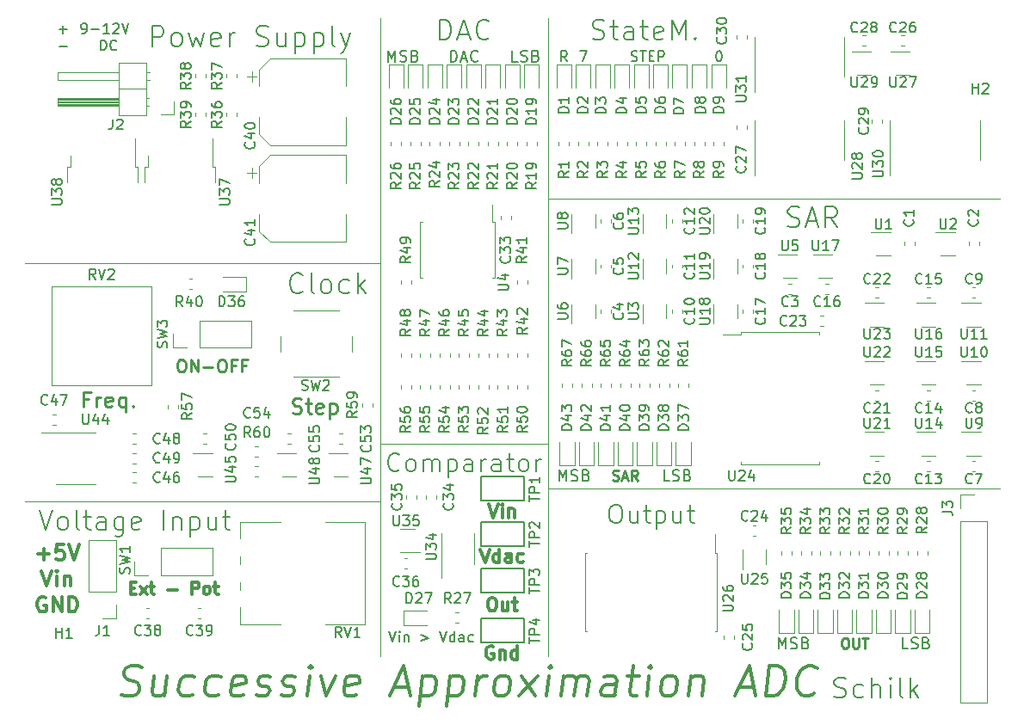
<source format=gbr>
G04 #@! TF.GenerationSoftware,KiCad,Pcbnew,(5.1.5)-3*
G04 #@! TF.CreationDate,2020-07-08T16:56:31+02:00*
G04 #@! TF.ProjectId,SA-ADC,53412d41-4443-42e6-9b69-6361645f7063,v0.2*
G04 #@! TF.SameCoordinates,Original*
G04 #@! TF.FileFunction,Legend,Top*
G04 #@! TF.FilePolarity,Positive*
%FSLAX46Y46*%
G04 Gerber Fmt 4.6, Leading zero omitted, Abs format (unit mm)*
G04 Created by KiCad (PCBNEW (5.1.5)-3) date 2020-07-08 16:56:31*
%MOMM*%
%LPD*%
G04 APERTURE LIST*
%ADD10C,0.300000*%
%ADD11C,0.150000*%
%ADD12C,0.200000*%
%ADD13C,0.120000*%
%ADD14C,0.250000*%
G04 APERTURE END LIST*
D10*
X140709286Y-108887500D02*
X140585477Y-108825595D01*
X140399762Y-108825595D01*
X140214048Y-108887500D01*
X140090239Y-109011309D01*
X140028334Y-109135119D01*
X139966429Y-109382738D01*
X139966429Y-109568452D01*
X140028334Y-109816071D01*
X140090239Y-109939880D01*
X140214048Y-110063690D01*
X140399762Y-110125595D01*
X140523572Y-110125595D01*
X140709286Y-110063690D01*
X140771191Y-110001785D01*
X140771191Y-109568452D01*
X140523572Y-109568452D01*
X141328334Y-109258928D02*
X141328334Y-110125595D01*
X141328334Y-109382738D02*
X141390239Y-109320833D01*
X141514048Y-109258928D01*
X141699762Y-109258928D01*
X141823572Y-109320833D01*
X141885477Y-109444642D01*
X141885477Y-110125595D01*
X143061667Y-110125595D02*
X143061667Y-108825595D01*
X143061667Y-110063690D02*
X142937858Y-110125595D01*
X142690239Y-110125595D01*
X142566429Y-110063690D01*
X142504524Y-110001785D01*
X142442620Y-109877976D01*
X142442620Y-109506547D01*
X142504524Y-109382738D01*
X142566429Y-109320833D01*
X142690239Y-109258928D01*
X142937858Y-109258928D01*
X143061667Y-109320833D01*
D11*
X136485476Y-51297619D02*
X136485476Y-50197619D01*
X136747380Y-50197619D01*
X136904523Y-50250000D01*
X137009285Y-50354761D01*
X137061666Y-50459523D01*
X137114047Y-50669047D01*
X137114047Y-50826190D01*
X137061666Y-51035714D01*
X137009285Y-51140476D01*
X136904523Y-51245238D01*
X136747380Y-51297619D01*
X136485476Y-51297619D01*
X137533095Y-50983333D02*
X138056904Y-50983333D01*
X137428333Y-51297619D02*
X137795000Y-50197619D01*
X138161666Y-51297619D01*
X139156904Y-51192857D02*
X139104523Y-51245238D01*
X138947380Y-51297619D01*
X138842619Y-51297619D01*
X138685476Y-51245238D01*
X138580714Y-51140476D01*
X138528333Y-51035714D01*
X138475952Y-50826190D01*
X138475952Y-50669047D01*
X138528333Y-50459523D01*
X138580714Y-50354761D01*
X138685476Y-50250000D01*
X138842619Y-50197619D01*
X138947380Y-50197619D01*
X139104523Y-50250000D01*
X139156904Y-50302380D01*
X130322023Y-51297619D02*
X130322023Y-50197619D01*
X130688690Y-50983333D01*
X131055357Y-50197619D01*
X131055357Y-51297619D01*
X131526785Y-51245238D02*
X131683928Y-51297619D01*
X131945833Y-51297619D01*
X132050595Y-51245238D01*
X132102976Y-51192857D01*
X132155357Y-51088095D01*
X132155357Y-50983333D01*
X132102976Y-50878571D01*
X132050595Y-50826190D01*
X131945833Y-50773809D01*
X131736309Y-50721428D01*
X131631547Y-50669047D01*
X131579166Y-50616666D01*
X131526785Y-50511904D01*
X131526785Y-50407142D01*
X131579166Y-50302380D01*
X131631547Y-50250000D01*
X131736309Y-50197619D01*
X131998214Y-50197619D01*
X132155357Y-50250000D01*
X132993452Y-50721428D02*
X133150595Y-50773809D01*
X133202976Y-50826190D01*
X133255357Y-50930952D01*
X133255357Y-51088095D01*
X133202976Y-51192857D01*
X133150595Y-51245238D01*
X133045833Y-51297619D01*
X132626785Y-51297619D01*
X132626785Y-50197619D01*
X132993452Y-50197619D01*
X133098214Y-50250000D01*
X133150595Y-50302380D01*
X133202976Y-50407142D01*
X133202976Y-50511904D01*
X133150595Y-50616666D01*
X133098214Y-50669047D01*
X132993452Y-50721428D01*
X132626785Y-50721428D01*
X143094166Y-51297619D02*
X142570357Y-51297619D01*
X142570357Y-50197619D01*
X143408452Y-51245238D02*
X143565595Y-51297619D01*
X143827500Y-51297619D01*
X143932261Y-51245238D01*
X143984642Y-51192857D01*
X144037023Y-51088095D01*
X144037023Y-50983333D01*
X143984642Y-50878571D01*
X143932261Y-50826190D01*
X143827500Y-50773809D01*
X143617976Y-50721428D01*
X143513214Y-50669047D01*
X143460833Y-50616666D01*
X143408452Y-50511904D01*
X143408452Y-50407142D01*
X143460833Y-50302380D01*
X143513214Y-50250000D01*
X143617976Y-50197619D01*
X143879880Y-50197619D01*
X144037023Y-50250000D01*
X144875119Y-50721428D02*
X145032261Y-50773809D01*
X145084642Y-50826190D01*
X145137023Y-50930952D01*
X145137023Y-51088095D01*
X145084642Y-51192857D01*
X145032261Y-51245238D01*
X144927500Y-51297619D01*
X144508452Y-51297619D01*
X144508452Y-50197619D01*
X144875119Y-50197619D01*
X144979880Y-50250000D01*
X145032261Y-50302380D01*
X145084642Y-50407142D01*
X145084642Y-50511904D01*
X145032261Y-50616666D01*
X144979880Y-50669047D01*
X144875119Y-50721428D01*
X144508452Y-50721428D01*
D12*
X174232143Y-113839523D02*
X174517858Y-113934761D01*
X174994048Y-113934761D01*
X175184524Y-113839523D01*
X175279762Y-113744285D01*
X175375001Y-113553809D01*
X175375001Y-113363333D01*
X175279762Y-113172857D01*
X175184524Y-113077619D01*
X174994048Y-112982380D01*
X174613096Y-112887142D01*
X174422620Y-112791904D01*
X174327381Y-112696666D01*
X174232143Y-112506190D01*
X174232143Y-112315714D01*
X174327381Y-112125238D01*
X174422620Y-112030000D01*
X174613096Y-111934761D01*
X175089286Y-111934761D01*
X175375001Y-112030000D01*
X177089286Y-113839523D02*
X176898810Y-113934761D01*
X176517858Y-113934761D01*
X176327381Y-113839523D01*
X176232143Y-113744285D01*
X176136905Y-113553809D01*
X176136905Y-112982380D01*
X176232143Y-112791904D01*
X176327381Y-112696666D01*
X176517858Y-112601428D01*
X176898810Y-112601428D01*
X177089286Y-112696666D01*
X177946429Y-113934761D02*
X177946429Y-111934761D01*
X178803572Y-113934761D02*
X178803572Y-112887142D01*
X178708334Y-112696666D01*
X178517858Y-112601428D01*
X178232143Y-112601428D01*
X178041667Y-112696666D01*
X177946429Y-112791904D01*
X179755953Y-113934761D02*
X179755953Y-112601428D01*
X179755953Y-111934761D02*
X179660715Y-112030000D01*
X179755953Y-112125238D01*
X179851191Y-112030000D01*
X179755953Y-111934761D01*
X179755953Y-112125238D01*
X180994048Y-113934761D02*
X180803572Y-113839523D01*
X180708334Y-113649047D01*
X180708334Y-111934761D01*
X181755953Y-113934761D02*
X181755953Y-111934761D01*
X181946429Y-113172857D02*
X182517858Y-113934761D01*
X182517858Y-112601428D02*
X181755953Y-113363333D01*
D13*
X166370000Y-93345000D02*
X190500000Y-93345000D01*
X146050000Y-93345000D02*
X166370000Y-93345000D01*
D12*
X150479761Y-49069523D02*
X150765476Y-49164761D01*
X151241666Y-49164761D01*
X151432142Y-49069523D01*
X151527380Y-48974285D01*
X151622619Y-48783809D01*
X151622619Y-48593333D01*
X151527380Y-48402857D01*
X151432142Y-48307619D01*
X151241666Y-48212380D01*
X150860714Y-48117142D01*
X150670238Y-48021904D01*
X150575000Y-47926666D01*
X150479761Y-47736190D01*
X150479761Y-47545714D01*
X150575000Y-47355238D01*
X150670238Y-47260000D01*
X150860714Y-47164761D01*
X151336904Y-47164761D01*
X151622619Y-47260000D01*
X152194047Y-47831428D02*
X152955952Y-47831428D01*
X152479761Y-47164761D02*
X152479761Y-48879047D01*
X152575000Y-49069523D01*
X152765476Y-49164761D01*
X152955952Y-49164761D01*
X154479761Y-49164761D02*
X154479761Y-48117142D01*
X154384523Y-47926666D01*
X154194047Y-47831428D01*
X153813095Y-47831428D01*
X153622619Y-47926666D01*
X154479761Y-49069523D02*
X154289285Y-49164761D01*
X153813095Y-49164761D01*
X153622619Y-49069523D01*
X153527380Y-48879047D01*
X153527380Y-48688571D01*
X153622619Y-48498095D01*
X153813095Y-48402857D01*
X154289285Y-48402857D01*
X154479761Y-48307619D01*
X155146428Y-47831428D02*
X155908333Y-47831428D01*
X155432142Y-47164761D02*
X155432142Y-48879047D01*
X155527380Y-49069523D01*
X155717857Y-49164761D01*
X155908333Y-49164761D01*
X157336904Y-49069523D02*
X157146428Y-49164761D01*
X156765476Y-49164761D01*
X156575000Y-49069523D01*
X156479761Y-48879047D01*
X156479761Y-48117142D01*
X156575000Y-47926666D01*
X156765476Y-47831428D01*
X157146428Y-47831428D01*
X157336904Y-47926666D01*
X157432142Y-48117142D01*
X157432142Y-48307619D01*
X156479761Y-48498095D01*
X158289285Y-49164761D02*
X158289285Y-47164761D01*
X158955952Y-48593333D01*
X159622619Y-47164761D01*
X159622619Y-49164761D01*
X160575000Y-48974285D02*
X160670238Y-49069523D01*
X160575000Y-49164761D01*
X160479761Y-49069523D01*
X160575000Y-48974285D01*
X160575000Y-49164761D01*
D13*
X189865000Y-64770000D02*
X190500000Y-64770000D01*
X146050000Y-64770000D02*
X189865000Y-64770000D01*
D12*
X169656428Y-67484523D02*
X169942142Y-67579761D01*
X170418333Y-67579761D01*
X170608809Y-67484523D01*
X170704047Y-67389285D01*
X170799285Y-67198809D01*
X170799285Y-67008333D01*
X170704047Y-66817857D01*
X170608809Y-66722619D01*
X170418333Y-66627380D01*
X170037380Y-66532142D01*
X169846904Y-66436904D01*
X169751666Y-66341666D01*
X169656428Y-66151190D01*
X169656428Y-65960714D01*
X169751666Y-65770238D01*
X169846904Y-65675000D01*
X170037380Y-65579761D01*
X170513571Y-65579761D01*
X170799285Y-65675000D01*
X171561190Y-67008333D02*
X172513571Y-67008333D01*
X171370714Y-67579761D02*
X172037380Y-65579761D01*
X172704047Y-67579761D01*
X174513571Y-67579761D02*
X173846904Y-66627380D01*
X173370714Y-67579761D02*
X173370714Y-65579761D01*
X174132619Y-65579761D01*
X174323095Y-65675000D01*
X174418333Y-65770238D01*
X174513571Y-65960714D01*
X174513571Y-66246428D01*
X174418333Y-66436904D01*
X174323095Y-66532142D01*
X174132619Y-66627380D01*
X173370714Y-66627380D01*
D11*
X147149523Y-92572619D02*
X147149523Y-91472619D01*
X147516190Y-92258333D01*
X147882857Y-91472619D01*
X147882857Y-92572619D01*
X148354285Y-92520238D02*
X148511428Y-92572619D01*
X148773333Y-92572619D01*
X148878095Y-92520238D01*
X148930476Y-92467857D01*
X148982857Y-92363095D01*
X148982857Y-92258333D01*
X148930476Y-92153571D01*
X148878095Y-92101190D01*
X148773333Y-92048809D01*
X148563809Y-91996428D01*
X148459047Y-91944047D01*
X148406666Y-91891666D01*
X148354285Y-91786904D01*
X148354285Y-91682142D01*
X148406666Y-91577380D01*
X148459047Y-91525000D01*
X148563809Y-91472619D01*
X148825714Y-91472619D01*
X148982857Y-91525000D01*
X149820952Y-91996428D02*
X149978095Y-92048809D01*
X150030476Y-92101190D01*
X150082857Y-92205952D01*
X150082857Y-92363095D01*
X150030476Y-92467857D01*
X149978095Y-92520238D01*
X149873333Y-92572619D01*
X149454285Y-92572619D01*
X149454285Y-91472619D01*
X149820952Y-91472619D01*
X149925714Y-91525000D01*
X149978095Y-91577380D01*
X150030476Y-91682142D01*
X150030476Y-91786904D01*
X149978095Y-91891666D01*
X149925714Y-91944047D01*
X149820952Y-91996428D01*
X149454285Y-91996428D01*
X158016666Y-92572619D02*
X157492857Y-92572619D01*
X157492857Y-91472619D01*
X158330952Y-92520238D02*
X158488095Y-92572619D01*
X158750000Y-92572619D01*
X158854761Y-92520238D01*
X158907142Y-92467857D01*
X158959523Y-92363095D01*
X158959523Y-92258333D01*
X158907142Y-92153571D01*
X158854761Y-92101190D01*
X158750000Y-92048809D01*
X158540476Y-91996428D01*
X158435714Y-91944047D01*
X158383333Y-91891666D01*
X158330952Y-91786904D01*
X158330952Y-91682142D01*
X158383333Y-91577380D01*
X158435714Y-91525000D01*
X158540476Y-91472619D01*
X158802380Y-91472619D01*
X158959523Y-91525000D01*
X159797619Y-91996428D02*
X159954761Y-92048809D01*
X160007142Y-92101190D01*
X160059523Y-92205952D01*
X160059523Y-92363095D01*
X160007142Y-92467857D01*
X159954761Y-92520238D01*
X159850000Y-92572619D01*
X159430952Y-92572619D01*
X159430952Y-91472619D01*
X159797619Y-91472619D01*
X159902380Y-91525000D01*
X159954761Y-91577380D01*
X160007142Y-91682142D01*
X160007142Y-91786904D01*
X159954761Y-91891666D01*
X159902380Y-91944047D01*
X159797619Y-91996428D01*
X159430952Y-91996428D01*
D14*
X152455714Y-92479761D02*
X152598571Y-92527380D01*
X152836666Y-92527380D01*
X152931904Y-92479761D01*
X152979523Y-92432142D01*
X153027142Y-92336904D01*
X153027142Y-92241666D01*
X152979523Y-92146428D01*
X152931904Y-92098809D01*
X152836666Y-92051190D01*
X152646190Y-92003571D01*
X152550952Y-91955952D01*
X152503333Y-91908333D01*
X152455714Y-91813095D01*
X152455714Y-91717857D01*
X152503333Y-91622619D01*
X152550952Y-91575000D01*
X152646190Y-91527380D01*
X152884285Y-91527380D01*
X153027142Y-91575000D01*
X153408095Y-92241666D02*
X153884285Y-92241666D01*
X153312857Y-92527380D02*
X153646190Y-91527380D01*
X153979523Y-92527380D01*
X154884285Y-92527380D02*
X154550952Y-92051190D01*
X154312857Y-92527380D02*
X154312857Y-91527380D01*
X154693809Y-91527380D01*
X154789047Y-91575000D01*
X154836666Y-91622619D01*
X154884285Y-91717857D01*
X154884285Y-91860714D01*
X154836666Y-91955952D01*
X154789047Y-92003571D01*
X154693809Y-92051190D01*
X154312857Y-92051190D01*
D13*
X129540000Y-88900000D02*
X146050000Y-88900000D01*
X146050000Y-90170000D02*
X146050000Y-109855000D01*
X146050000Y-46990000D02*
X146050000Y-90170000D01*
D12*
X152567142Y-94899285D02*
X152910000Y-94899285D01*
X153081428Y-94985000D01*
X153252857Y-95156428D01*
X153338571Y-95499285D01*
X153338571Y-96099285D01*
X153252857Y-96442142D01*
X153081428Y-96613571D01*
X152910000Y-96699285D01*
X152567142Y-96699285D01*
X152395714Y-96613571D01*
X152224285Y-96442142D01*
X152138571Y-96099285D01*
X152138571Y-95499285D01*
X152224285Y-95156428D01*
X152395714Y-94985000D01*
X152567142Y-94899285D01*
X154881428Y-95499285D02*
X154881428Y-96699285D01*
X154110000Y-95499285D02*
X154110000Y-96442142D01*
X154195714Y-96613571D01*
X154367142Y-96699285D01*
X154624285Y-96699285D01*
X154795714Y-96613571D01*
X154881428Y-96527857D01*
X155481428Y-95499285D02*
X156167142Y-95499285D01*
X155738571Y-94899285D02*
X155738571Y-96442142D01*
X155824285Y-96613571D01*
X155995714Y-96699285D01*
X156167142Y-96699285D01*
X156767142Y-95499285D02*
X156767142Y-97299285D01*
X156767142Y-95585000D02*
X156938571Y-95499285D01*
X157281428Y-95499285D01*
X157452857Y-95585000D01*
X157538571Y-95670714D01*
X157624285Y-95842142D01*
X157624285Y-96356428D01*
X157538571Y-96527857D01*
X157452857Y-96613571D01*
X157281428Y-96699285D01*
X156938571Y-96699285D01*
X156767142Y-96613571D01*
X159167142Y-95499285D02*
X159167142Y-96699285D01*
X158395714Y-95499285D02*
X158395714Y-96442142D01*
X158481428Y-96613571D01*
X158652857Y-96699285D01*
X158910000Y-96699285D01*
X159081428Y-96613571D01*
X159167142Y-96527857D01*
X159767142Y-95499285D02*
X160452857Y-95499285D01*
X160024285Y-94899285D02*
X160024285Y-96442142D01*
X160110000Y-96613571D01*
X160281428Y-96699285D01*
X160452857Y-96699285D01*
D11*
X154273452Y-51204761D02*
X154416309Y-51252380D01*
X154654404Y-51252380D01*
X154749642Y-51204761D01*
X154797261Y-51157142D01*
X154844880Y-51061904D01*
X154844880Y-50966666D01*
X154797261Y-50871428D01*
X154749642Y-50823809D01*
X154654404Y-50776190D01*
X154463928Y-50728571D01*
X154368690Y-50680952D01*
X154321071Y-50633333D01*
X154273452Y-50538095D01*
X154273452Y-50442857D01*
X154321071Y-50347619D01*
X154368690Y-50300000D01*
X154463928Y-50252380D01*
X154702023Y-50252380D01*
X154844880Y-50300000D01*
X155130595Y-50252380D02*
X155702023Y-50252380D01*
X155416309Y-51252380D02*
X155416309Y-50252380D01*
X156035357Y-50728571D02*
X156368690Y-50728571D01*
X156511547Y-51252380D02*
X156035357Y-51252380D01*
X156035357Y-50252380D01*
X156511547Y-50252380D01*
X156940119Y-51252380D02*
X156940119Y-50252380D01*
X157321071Y-50252380D01*
X157416309Y-50300000D01*
X157463928Y-50347619D01*
X157511547Y-50442857D01*
X157511547Y-50585714D01*
X157463928Y-50680952D01*
X157416309Y-50728571D01*
X157321071Y-50776190D01*
X156940119Y-50776190D01*
X149209166Y-50252380D02*
X149875833Y-50252380D01*
X149447261Y-51252380D01*
X162925119Y-50252380D02*
X162829880Y-50252380D01*
X162734642Y-50300000D01*
X162687023Y-50347619D01*
X162639404Y-50442857D01*
X162591785Y-50633333D01*
X162591785Y-50871428D01*
X162639404Y-51061904D01*
X162687023Y-51157142D01*
X162734642Y-51204761D01*
X162829880Y-51252380D01*
X162925119Y-51252380D01*
X163020357Y-51204761D01*
X163067976Y-51157142D01*
X163115595Y-51061904D01*
X163163214Y-50871428D01*
X163163214Y-50633333D01*
X163115595Y-50442857D01*
X163067976Y-50347619D01*
X163020357Y-50300000D01*
X162925119Y-50252380D01*
X147947023Y-51252380D02*
X147613690Y-50776190D01*
X147375595Y-51252380D02*
X147375595Y-50252380D01*
X147756547Y-50252380D01*
X147851785Y-50300000D01*
X147899404Y-50347619D01*
X147947023Y-50442857D01*
X147947023Y-50585714D01*
X147899404Y-50680952D01*
X147851785Y-50728571D01*
X147756547Y-50776190D01*
X147375595Y-50776190D01*
D13*
X129540000Y-71120000D02*
X129540000Y-46990000D01*
X129540000Y-71120000D02*
X94615000Y-71120000D01*
X129540000Y-86995000D02*
X129540000Y-71120000D01*
X129540000Y-94615000D02*
X129540000Y-86995000D01*
X109855000Y-94615000D02*
X94615000Y-94615000D01*
X129540000Y-94615000D02*
X108585000Y-94615000D01*
X129540000Y-109855000D02*
X129540000Y-94615000D01*
D11*
X181511666Y-109082619D02*
X180987857Y-109082619D01*
X180987857Y-107982619D01*
X181825952Y-109030238D02*
X181983095Y-109082619D01*
X182245000Y-109082619D01*
X182349761Y-109030238D01*
X182402142Y-108977857D01*
X182454523Y-108873095D01*
X182454523Y-108768333D01*
X182402142Y-108663571D01*
X182349761Y-108611190D01*
X182245000Y-108558809D01*
X182035476Y-108506428D01*
X181930714Y-108454047D01*
X181878333Y-108401666D01*
X181825952Y-108296904D01*
X181825952Y-108192142D01*
X181878333Y-108087380D01*
X181930714Y-108035000D01*
X182035476Y-107982619D01*
X182297380Y-107982619D01*
X182454523Y-108035000D01*
X183292619Y-108506428D02*
X183449761Y-108558809D01*
X183502142Y-108611190D01*
X183554523Y-108715952D01*
X183554523Y-108873095D01*
X183502142Y-108977857D01*
X183449761Y-109030238D01*
X183345000Y-109082619D01*
X182925952Y-109082619D01*
X182925952Y-107982619D01*
X183292619Y-107982619D01*
X183397380Y-108035000D01*
X183449761Y-108087380D01*
X183502142Y-108192142D01*
X183502142Y-108296904D01*
X183449761Y-108401666D01*
X183397380Y-108454047D01*
X183292619Y-108506428D01*
X182925952Y-108506428D01*
X168739523Y-109082619D02*
X168739523Y-107982619D01*
X169106190Y-108768333D01*
X169472857Y-107982619D01*
X169472857Y-109082619D01*
X169944285Y-109030238D02*
X170101428Y-109082619D01*
X170363333Y-109082619D01*
X170468095Y-109030238D01*
X170520476Y-108977857D01*
X170572857Y-108873095D01*
X170572857Y-108768333D01*
X170520476Y-108663571D01*
X170468095Y-108611190D01*
X170363333Y-108558809D01*
X170153809Y-108506428D01*
X170049047Y-108454047D01*
X169996666Y-108401666D01*
X169944285Y-108296904D01*
X169944285Y-108192142D01*
X169996666Y-108087380D01*
X170049047Y-108035000D01*
X170153809Y-107982619D01*
X170415714Y-107982619D01*
X170572857Y-108035000D01*
X171410952Y-108506428D02*
X171568095Y-108558809D01*
X171620476Y-108611190D01*
X171672857Y-108715952D01*
X171672857Y-108873095D01*
X171620476Y-108977857D01*
X171568095Y-109030238D01*
X171463333Y-109082619D01*
X171044285Y-109082619D01*
X171044285Y-107982619D01*
X171410952Y-107982619D01*
X171515714Y-108035000D01*
X171568095Y-108087380D01*
X171620476Y-108192142D01*
X171620476Y-108296904D01*
X171568095Y-108401666D01*
X171515714Y-108454047D01*
X171410952Y-108506428D01*
X171044285Y-108506428D01*
D14*
X175212500Y-108037380D02*
X175402976Y-108037380D01*
X175498214Y-108085000D01*
X175593452Y-108180238D01*
X175641071Y-108370714D01*
X175641071Y-108704047D01*
X175593452Y-108894523D01*
X175498214Y-108989761D01*
X175402976Y-109037380D01*
X175212500Y-109037380D01*
X175117261Y-108989761D01*
X175022023Y-108894523D01*
X174974404Y-108704047D01*
X174974404Y-108370714D01*
X175022023Y-108180238D01*
X175117261Y-108085000D01*
X175212500Y-108037380D01*
X176069642Y-108037380D02*
X176069642Y-108846904D01*
X176117261Y-108942142D01*
X176164880Y-108989761D01*
X176260119Y-109037380D01*
X176450595Y-109037380D01*
X176545833Y-108989761D01*
X176593452Y-108942142D01*
X176641071Y-108846904D01*
X176641071Y-108037380D01*
X176974404Y-108037380D02*
X177545833Y-108037380D01*
X177260119Y-109037380D02*
X177260119Y-108037380D01*
D11*
X130453333Y-107402380D02*
X130786666Y-108402380D01*
X131120000Y-107402380D01*
X131453333Y-108402380D02*
X131453333Y-107735714D01*
X131453333Y-107402380D02*
X131405714Y-107450000D01*
X131453333Y-107497619D01*
X131500952Y-107450000D01*
X131453333Y-107402380D01*
X131453333Y-107497619D01*
X131929523Y-107735714D02*
X131929523Y-108402380D01*
X131929523Y-107830952D02*
X131977142Y-107783333D01*
X132072380Y-107735714D01*
X132215238Y-107735714D01*
X132310476Y-107783333D01*
X132358095Y-107878571D01*
X132358095Y-108402380D01*
X133596190Y-107735714D02*
X134358095Y-108021428D01*
X133596190Y-108307142D01*
X135453333Y-107402380D02*
X135786666Y-108402380D01*
X136120000Y-107402380D01*
X136881904Y-108402380D02*
X136881904Y-107402380D01*
X136881904Y-108354761D02*
X136786666Y-108402380D01*
X136596190Y-108402380D01*
X136500952Y-108354761D01*
X136453333Y-108307142D01*
X136405714Y-108211904D01*
X136405714Y-107926190D01*
X136453333Y-107830952D01*
X136500952Y-107783333D01*
X136596190Y-107735714D01*
X136786666Y-107735714D01*
X136881904Y-107783333D01*
X137786666Y-108402380D02*
X137786666Y-107878571D01*
X137739047Y-107783333D01*
X137643809Y-107735714D01*
X137453333Y-107735714D01*
X137358095Y-107783333D01*
X137786666Y-108354761D02*
X137691428Y-108402380D01*
X137453333Y-108402380D01*
X137358095Y-108354761D01*
X137310476Y-108259523D01*
X137310476Y-108164285D01*
X137358095Y-108069047D01*
X137453333Y-108021428D01*
X137691428Y-108021428D01*
X137786666Y-107973809D01*
X138691428Y-108354761D02*
X138596190Y-108402380D01*
X138405714Y-108402380D01*
X138310476Y-108354761D01*
X138262857Y-108307142D01*
X138215238Y-108211904D01*
X138215238Y-107926190D01*
X138262857Y-107830952D01*
X138310476Y-107783333D01*
X138405714Y-107735714D01*
X138596190Y-107735714D01*
X138691428Y-107783333D01*
D12*
X131452142Y-91447857D02*
X131366428Y-91533571D01*
X131109285Y-91619285D01*
X130937857Y-91619285D01*
X130680714Y-91533571D01*
X130509285Y-91362142D01*
X130423571Y-91190714D01*
X130337857Y-90847857D01*
X130337857Y-90590714D01*
X130423571Y-90247857D01*
X130509285Y-90076428D01*
X130680714Y-89905000D01*
X130937857Y-89819285D01*
X131109285Y-89819285D01*
X131366428Y-89905000D01*
X131452142Y-89990714D01*
X132480714Y-91619285D02*
X132309285Y-91533571D01*
X132223571Y-91447857D01*
X132137857Y-91276428D01*
X132137857Y-90762142D01*
X132223571Y-90590714D01*
X132309285Y-90505000D01*
X132480714Y-90419285D01*
X132737857Y-90419285D01*
X132909285Y-90505000D01*
X132995000Y-90590714D01*
X133080714Y-90762142D01*
X133080714Y-91276428D01*
X132995000Y-91447857D01*
X132909285Y-91533571D01*
X132737857Y-91619285D01*
X132480714Y-91619285D01*
X133852142Y-91619285D02*
X133852142Y-90419285D01*
X133852142Y-90590714D02*
X133937857Y-90505000D01*
X134109285Y-90419285D01*
X134366428Y-90419285D01*
X134537857Y-90505000D01*
X134623571Y-90676428D01*
X134623571Y-91619285D01*
X134623571Y-90676428D02*
X134709285Y-90505000D01*
X134880714Y-90419285D01*
X135137857Y-90419285D01*
X135309285Y-90505000D01*
X135395000Y-90676428D01*
X135395000Y-91619285D01*
X136252142Y-90419285D02*
X136252142Y-92219285D01*
X136252142Y-90505000D02*
X136423571Y-90419285D01*
X136766428Y-90419285D01*
X136937857Y-90505000D01*
X137023571Y-90590714D01*
X137109285Y-90762142D01*
X137109285Y-91276428D01*
X137023571Y-91447857D01*
X136937857Y-91533571D01*
X136766428Y-91619285D01*
X136423571Y-91619285D01*
X136252142Y-91533571D01*
X138652142Y-91619285D02*
X138652142Y-90676428D01*
X138566428Y-90505000D01*
X138395000Y-90419285D01*
X138052142Y-90419285D01*
X137880714Y-90505000D01*
X138652142Y-91533571D02*
X138480714Y-91619285D01*
X138052142Y-91619285D01*
X137880714Y-91533571D01*
X137795000Y-91362142D01*
X137795000Y-91190714D01*
X137880714Y-91019285D01*
X138052142Y-90933571D01*
X138480714Y-90933571D01*
X138652142Y-90847857D01*
X139509285Y-91619285D02*
X139509285Y-90419285D01*
X139509285Y-90762142D02*
X139595000Y-90590714D01*
X139680714Y-90505000D01*
X139852142Y-90419285D01*
X140023571Y-90419285D01*
X141395000Y-91619285D02*
X141395000Y-90676428D01*
X141309285Y-90505000D01*
X141137857Y-90419285D01*
X140795000Y-90419285D01*
X140623571Y-90505000D01*
X141395000Y-91533571D02*
X141223571Y-91619285D01*
X140795000Y-91619285D01*
X140623571Y-91533571D01*
X140537857Y-91362142D01*
X140537857Y-91190714D01*
X140623571Y-91019285D01*
X140795000Y-90933571D01*
X141223571Y-90933571D01*
X141395000Y-90847857D01*
X141995000Y-90419285D02*
X142680714Y-90419285D01*
X142252142Y-89819285D02*
X142252142Y-91362142D01*
X142337857Y-91533571D01*
X142509285Y-91619285D01*
X142680714Y-91619285D01*
X143537857Y-91619285D02*
X143366428Y-91533571D01*
X143280714Y-91447857D01*
X143195000Y-91276428D01*
X143195000Y-90762142D01*
X143280714Y-90590714D01*
X143366428Y-90505000D01*
X143537857Y-90419285D01*
X143795000Y-90419285D01*
X143966428Y-90505000D01*
X144052142Y-90590714D01*
X144137857Y-90762142D01*
X144137857Y-91276428D01*
X144052142Y-91447857D01*
X143966428Y-91533571D01*
X143795000Y-91619285D01*
X143537857Y-91619285D01*
X144909285Y-91619285D02*
X144909285Y-90419285D01*
X144909285Y-90762142D02*
X144995000Y-90590714D01*
X145080714Y-90505000D01*
X145252142Y-90419285D01*
X145423571Y-90419285D01*
D10*
X104088660Y-113609285D02*
X104499375Y-113752142D01*
X105213660Y-113752142D01*
X105517232Y-113609285D01*
X105677946Y-113466428D01*
X105856517Y-113180714D01*
X105892232Y-112895000D01*
X105785089Y-112609285D01*
X105660089Y-112466428D01*
X105392232Y-112323571D01*
X104838660Y-112180714D01*
X104570803Y-112037857D01*
X104445803Y-111895000D01*
X104338660Y-111609285D01*
X104374375Y-111323571D01*
X104552946Y-111037857D01*
X104713660Y-110895000D01*
X105017232Y-110752142D01*
X105731517Y-110752142D01*
X106142232Y-110895000D01*
X108606517Y-111752142D02*
X108356517Y-113752142D01*
X107320803Y-111752142D02*
X107124375Y-113323571D01*
X107231517Y-113609285D01*
X107499375Y-113752142D01*
X107927946Y-113752142D01*
X108231517Y-113609285D01*
X108392232Y-113466428D01*
X111088660Y-113609285D02*
X110785089Y-113752142D01*
X110213660Y-113752142D01*
X109945803Y-113609285D01*
X109820803Y-113466428D01*
X109713660Y-113180714D01*
X109820803Y-112323571D01*
X109999375Y-112037857D01*
X110160089Y-111895000D01*
X110463660Y-111752142D01*
X111035089Y-111752142D01*
X111302946Y-111895000D01*
X113660089Y-113609285D02*
X113356517Y-113752142D01*
X112785089Y-113752142D01*
X112517232Y-113609285D01*
X112392232Y-113466428D01*
X112285089Y-113180714D01*
X112392232Y-112323571D01*
X112570803Y-112037857D01*
X112731517Y-111895000D01*
X113035089Y-111752142D01*
X113606517Y-111752142D01*
X113874375Y-111895000D01*
X116088660Y-113609285D02*
X115785089Y-113752142D01*
X115213660Y-113752142D01*
X114945803Y-113609285D01*
X114838660Y-113323571D01*
X114981517Y-112180714D01*
X115160089Y-111895000D01*
X115463660Y-111752142D01*
X116035089Y-111752142D01*
X116302946Y-111895000D01*
X116410089Y-112180714D01*
X116374375Y-112466428D01*
X114910089Y-112752142D01*
X117374374Y-113609285D02*
X117642232Y-113752142D01*
X118213660Y-113752142D01*
X118517232Y-113609285D01*
X118695803Y-113323571D01*
X118713660Y-113180714D01*
X118606517Y-112895000D01*
X118338660Y-112752142D01*
X117910089Y-112752142D01*
X117642232Y-112609285D01*
X117535089Y-112323571D01*
X117552946Y-112180714D01*
X117731517Y-111895000D01*
X118035089Y-111752142D01*
X118463660Y-111752142D01*
X118731517Y-111895000D01*
X119802946Y-113609285D02*
X120070803Y-113752142D01*
X120642232Y-113752142D01*
X120945803Y-113609285D01*
X121124375Y-113323571D01*
X121142232Y-113180714D01*
X121035089Y-112895000D01*
X120767232Y-112752142D01*
X120338660Y-112752142D01*
X120070803Y-112609285D01*
X119963660Y-112323571D01*
X119981517Y-112180714D01*
X120160089Y-111895000D01*
X120463660Y-111752142D01*
X120892232Y-111752142D01*
X121160089Y-111895000D01*
X122356517Y-113752142D02*
X122606517Y-111752142D01*
X122731517Y-110752142D02*
X122570803Y-110895000D01*
X122695803Y-111037857D01*
X122856517Y-110895000D01*
X122731517Y-110752142D01*
X122695803Y-111037857D01*
X123749375Y-111752142D02*
X124213660Y-113752142D01*
X125177946Y-111752142D01*
X127231517Y-113609285D02*
X126927946Y-113752142D01*
X126356517Y-113752142D01*
X126088660Y-113609285D01*
X125981517Y-113323571D01*
X126124375Y-112180714D01*
X126302946Y-111895000D01*
X126606517Y-111752142D01*
X127177946Y-111752142D01*
X127445803Y-111895000D01*
X127552946Y-112180714D01*
X127517232Y-112466428D01*
X126052946Y-112752142D01*
X130892232Y-112895000D02*
X132320803Y-112895000D01*
X130499375Y-113752142D02*
X131874375Y-110752142D01*
X132499375Y-113752142D01*
X133749375Y-111752142D02*
X133374375Y-114752142D01*
X133731517Y-111895000D02*
X134035089Y-111752142D01*
X134606517Y-111752142D01*
X134874375Y-111895000D01*
X134999375Y-112037857D01*
X135106517Y-112323571D01*
X134999375Y-113180714D01*
X134820803Y-113466428D01*
X134660089Y-113609285D01*
X134356517Y-113752142D01*
X133785089Y-113752142D01*
X133517232Y-113609285D01*
X136463660Y-111752142D02*
X136088660Y-114752142D01*
X136445803Y-111895000D02*
X136749375Y-111752142D01*
X137320803Y-111752142D01*
X137588660Y-111895000D01*
X137713660Y-112037857D01*
X137820803Y-112323571D01*
X137713660Y-113180714D01*
X137535089Y-113466428D01*
X137374375Y-113609285D01*
X137070803Y-113752142D01*
X136499375Y-113752142D01*
X136231517Y-113609285D01*
X138927946Y-113752142D02*
X139177946Y-111752142D01*
X139106517Y-112323571D02*
X139285089Y-112037857D01*
X139445803Y-111895000D01*
X139749375Y-111752142D01*
X140035089Y-111752142D01*
X141213660Y-113752142D02*
X140945803Y-113609285D01*
X140820803Y-113466428D01*
X140713660Y-113180714D01*
X140820803Y-112323571D01*
X140999375Y-112037857D01*
X141160089Y-111895000D01*
X141463660Y-111752142D01*
X141892232Y-111752142D01*
X142160089Y-111895000D01*
X142285089Y-112037857D01*
X142392232Y-112323571D01*
X142285089Y-113180714D01*
X142106517Y-113466428D01*
X141945803Y-113609285D01*
X141642232Y-113752142D01*
X141213660Y-113752142D01*
X143213660Y-113752142D02*
X145035089Y-111752142D01*
X143463660Y-111752142D02*
X144785089Y-113752142D01*
X145927946Y-113752142D02*
X146177946Y-111752142D01*
X146302946Y-110752142D02*
X146142232Y-110895000D01*
X146267232Y-111037857D01*
X146427946Y-110895000D01*
X146302946Y-110752142D01*
X146267232Y-111037857D01*
X147356517Y-113752142D02*
X147606517Y-111752142D01*
X147570803Y-112037857D02*
X147731517Y-111895000D01*
X148035089Y-111752142D01*
X148463660Y-111752142D01*
X148731517Y-111895000D01*
X148838660Y-112180714D01*
X148642232Y-113752142D01*
X148838660Y-112180714D02*
X149017232Y-111895000D01*
X149320803Y-111752142D01*
X149749375Y-111752142D01*
X150017232Y-111895000D01*
X150124375Y-112180714D01*
X149927946Y-113752142D01*
X152642232Y-113752142D02*
X152838660Y-112180714D01*
X152731517Y-111895000D01*
X152463660Y-111752142D01*
X151892232Y-111752142D01*
X151588660Y-111895000D01*
X152660089Y-113609285D02*
X152356517Y-113752142D01*
X151642232Y-113752142D01*
X151374375Y-113609285D01*
X151267232Y-113323571D01*
X151302946Y-113037857D01*
X151481517Y-112752142D01*
X151785089Y-112609285D01*
X152499375Y-112609285D01*
X152802946Y-112466428D01*
X153892232Y-111752142D02*
X155035089Y-111752142D01*
X154445803Y-110752142D02*
X154124375Y-113323571D01*
X154231517Y-113609285D01*
X154499375Y-113752142D01*
X154785089Y-113752142D01*
X155785089Y-113752142D02*
X156035089Y-111752142D01*
X156160089Y-110752142D02*
X155999375Y-110895000D01*
X156124375Y-111037857D01*
X156285089Y-110895000D01*
X156160089Y-110752142D01*
X156124375Y-111037857D01*
X157642232Y-113752142D02*
X157374375Y-113609285D01*
X157249375Y-113466428D01*
X157142232Y-113180714D01*
X157249375Y-112323571D01*
X157427946Y-112037857D01*
X157588660Y-111895000D01*
X157892232Y-111752142D01*
X158320803Y-111752142D01*
X158588660Y-111895000D01*
X158713660Y-112037857D01*
X158820803Y-112323571D01*
X158713660Y-113180714D01*
X158535089Y-113466428D01*
X158374375Y-113609285D01*
X158070803Y-113752142D01*
X157642232Y-113752142D01*
X160177946Y-111752142D02*
X159927946Y-113752142D01*
X160142232Y-112037857D02*
X160302946Y-111895000D01*
X160606517Y-111752142D01*
X161035089Y-111752142D01*
X161302946Y-111895000D01*
X161410089Y-112180714D01*
X161213660Y-113752142D01*
X164892232Y-112895000D02*
X166320803Y-112895000D01*
X164499375Y-113752142D02*
X165874375Y-110752142D01*
X166499375Y-113752142D01*
X167499375Y-113752142D02*
X167874375Y-110752142D01*
X168588660Y-110752142D01*
X168999375Y-110895000D01*
X169249375Y-111180714D01*
X169356517Y-111466428D01*
X169427946Y-112037857D01*
X169374375Y-112466428D01*
X169160089Y-113037857D01*
X168981517Y-113323571D01*
X168660089Y-113609285D01*
X168213660Y-113752142D01*
X167499375Y-113752142D01*
X172249375Y-113466428D02*
X172088660Y-113609285D01*
X171642232Y-113752142D01*
X171356517Y-113752142D01*
X170945803Y-113609285D01*
X170695803Y-113323571D01*
X170588660Y-113037857D01*
X170517232Y-112466428D01*
X170570803Y-112037857D01*
X170785089Y-111466428D01*
X170963660Y-111180714D01*
X171285089Y-110895000D01*
X171731517Y-110752142D01*
X172017232Y-110752142D01*
X172427946Y-110895000D01*
X172552946Y-111037857D01*
D12*
X135414047Y-49164761D02*
X135414047Y-47164761D01*
X135890238Y-47164761D01*
X136175952Y-47260000D01*
X136366428Y-47450476D01*
X136461666Y-47640952D01*
X136556904Y-48021904D01*
X136556904Y-48307619D01*
X136461666Y-48688571D01*
X136366428Y-48879047D01*
X136175952Y-49069523D01*
X135890238Y-49164761D01*
X135414047Y-49164761D01*
X137318809Y-48593333D02*
X138271190Y-48593333D01*
X137128333Y-49164761D02*
X137795000Y-47164761D01*
X138461666Y-49164761D01*
X140271190Y-48974285D02*
X140175952Y-49069523D01*
X139890238Y-49164761D01*
X139699761Y-49164761D01*
X139414047Y-49069523D01*
X139223571Y-48879047D01*
X139128333Y-48688571D01*
X139033095Y-48307619D01*
X139033095Y-48021904D01*
X139128333Y-47640952D01*
X139223571Y-47450476D01*
X139414047Y-47260000D01*
X139699761Y-47164761D01*
X139890238Y-47164761D01*
X140175952Y-47260000D01*
X140271190Y-47355238D01*
D10*
X140461667Y-104063095D02*
X140709286Y-104063095D01*
X140833096Y-104125000D01*
X140956905Y-104248809D01*
X141018810Y-104496428D01*
X141018810Y-104929761D01*
X140956905Y-105177380D01*
X140833096Y-105301190D01*
X140709286Y-105363095D01*
X140461667Y-105363095D01*
X140337858Y-105301190D01*
X140214048Y-105177380D01*
X140152143Y-104929761D01*
X140152143Y-104496428D01*
X140214048Y-104248809D01*
X140337858Y-104125000D01*
X140461667Y-104063095D01*
X142133096Y-104496428D02*
X142133096Y-105363095D01*
X141575953Y-104496428D02*
X141575953Y-105177380D01*
X141637858Y-105301190D01*
X141761667Y-105363095D01*
X141947381Y-105363095D01*
X142071191Y-105301190D01*
X142133096Y-105239285D01*
X142566429Y-104496428D02*
X143061667Y-104496428D01*
X142752143Y-104063095D02*
X142752143Y-105177380D01*
X142814048Y-105301190D01*
X142937858Y-105363095D01*
X143061667Y-105363095D01*
X139438333Y-99300595D02*
X139871666Y-100600595D01*
X140305000Y-99300595D01*
X141295476Y-100600595D02*
X141295476Y-99300595D01*
X141295476Y-100538690D02*
X141171666Y-100600595D01*
X140924047Y-100600595D01*
X140800238Y-100538690D01*
X140738333Y-100476785D01*
X140676428Y-100352976D01*
X140676428Y-99981547D01*
X140738333Y-99857738D01*
X140800238Y-99795833D01*
X140924047Y-99733928D01*
X141171666Y-99733928D01*
X141295476Y-99795833D01*
X142471666Y-100600595D02*
X142471666Y-99919642D01*
X142409761Y-99795833D01*
X142285952Y-99733928D01*
X142038333Y-99733928D01*
X141914523Y-99795833D01*
X142471666Y-100538690D02*
X142347857Y-100600595D01*
X142038333Y-100600595D01*
X141914523Y-100538690D01*
X141852619Y-100414880D01*
X141852619Y-100291071D01*
X141914523Y-100167261D01*
X142038333Y-100105357D01*
X142347857Y-100105357D01*
X142471666Y-100043452D01*
X143647857Y-100538690D02*
X143524047Y-100600595D01*
X143276428Y-100600595D01*
X143152619Y-100538690D01*
X143090714Y-100476785D01*
X143028809Y-100352976D01*
X143028809Y-99981547D01*
X143090714Y-99857738D01*
X143152619Y-99795833D01*
X143276428Y-99733928D01*
X143524047Y-99733928D01*
X143647857Y-99795833D01*
X140274047Y-94855595D02*
X140707380Y-96155595D01*
X141140714Y-94855595D01*
X141574047Y-96155595D02*
X141574047Y-95288928D01*
X141574047Y-94855595D02*
X141512142Y-94917500D01*
X141574047Y-94979404D01*
X141635952Y-94917500D01*
X141574047Y-94855595D01*
X141574047Y-94979404D01*
X142193095Y-95288928D02*
X142193095Y-96155595D01*
X142193095Y-95412738D02*
X142255000Y-95350833D01*
X142378809Y-95288928D01*
X142564523Y-95288928D01*
X142688333Y-95350833D01*
X142750238Y-95474642D01*
X142750238Y-96155595D01*
X95861428Y-99792142D02*
X97004285Y-99792142D01*
X96432857Y-100363571D02*
X96432857Y-99220714D01*
X98432857Y-98863571D02*
X97718571Y-98863571D01*
X97647142Y-99577857D01*
X97718571Y-99506428D01*
X97861428Y-99435000D01*
X98218571Y-99435000D01*
X98361428Y-99506428D01*
X98432857Y-99577857D01*
X98504285Y-99720714D01*
X98504285Y-100077857D01*
X98432857Y-100220714D01*
X98361428Y-100292142D01*
X98218571Y-100363571D01*
X97861428Y-100363571D01*
X97718571Y-100292142D01*
X97647142Y-100220714D01*
X98932857Y-98863571D02*
X99432857Y-100363571D01*
X99932857Y-98863571D01*
X96254285Y-101413571D02*
X96754285Y-102913571D01*
X97254285Y-101413571D01*
X97754285Y-102913571D02*
X97754285Y-101913571D01*
X97754285Y-101413571D02*
X97682857Y-101485000D01*
X97754285Y-101556428D01*
X97825714Y-101485000D01*
X97754285Y-101413571D01*
X97754285Y-101556428D01*
X98468571Y-101913571D02*
X98468571Y-102913571D01*
X98468571Y-102056428D02*
X98540000Y-101985000D01*
X98682857Y-101913571D01*
X98897142Y-101913571D01*
X99040000Y-101985000D01*
X99111428Y-102127857D01*
X99111428Y-102913571D01*
X96647142Y-104035000D02*
X96504285Y-103963571D01*
X96290000Y-103963571D01*
X96075714Y-104035000D01*
X95932857Y-104177857D01*
X95861428Y-104320714D01*
X95790000Y-104606428D01*
X95790000Y-104820714D01*
X95861428Y-105106428D01*
X95932857Y-105249285D01*
X96075714Y-105392142D01*
X96290000Y-105463571D01*
X96432857Y-105463571D01*
X96647142Y-105392142D01*
X96718571Y-105320714D01*
X96718571Y-104820714D01*
X96432857Y-104820714D01*
X97361428Y-105463571D02*
X97361428Y-103963571D01*
X98218571Y-105463571D01*
X98218571Y-103963571D01*
X98932857Y-105463571D02*
X98932857Y-103963571D01*
X99290000Y-103963571D01*
X99504285Y-104035000D01*
X99647142Y-104177857D01*
X99718571Y-104320714D01*
X99790000Y-104606428D01*
X99790000Y-104820714D01*
X99718571Y-105106428D01*
X99647142Y-105249285D01*
X99504285Y-105392142D01*
X99290000Y-105463571D01*
X98932857Y-105463571D01*
D12*
X96045714Y-95424761D02*
X96679047Y-97424761D01*
X97312380Y-95424761D01*
X98217142Y-97424761D02*
X98036190Y-97329523D01*
X97945714Y-97234285D01*
X97855238Y-97043809D01*
X97855238Y-96472380D01*
X97945714Y-96281904D01*
X98036190Y-96186666D01*
X98217142Y-96091428D01*
X98488571Y-96091428D01*
X98669523Y-96186666D01*
X98760000Y-96281904D01*
X98850476Y-96472380D01*
X98850476Y-97043809D01*
X98760000Y-97234285D01*
X98669523Y-97329523D01*
X98488571Y-97424761D01*
X98217142Y-97424761D01*
X99936190Y-97424761D02*
X99755238Y-97329523D01*
X99664761Y-97139047D01*
X99664761Y-95424761D01*
X100388571Y-96091428D02*
X101112380Y-96091428D01*
X100660000Y-95424761D02*
X100660000Y-97139047D01*
X100750476Y-97329523D01*
X100931428Y-97424761D01*
X101112380Y-97424761D01*
X102560000Y-97424761D02*
X102560000Y-96377142D01*
X102469523Y-96186666D01*
X102288571Y-96091428D01*
X101926666Y-96091428D01*
X101745714Y-96186666D01*
X102560000Y-97329523D02*
X102379047Y-97424761D01*
X101926666Y-97424761D01*
X101745714Y-97329523D01*
X101655238Y-97139047D01*
X101655238Y-96948571D01*
X101745714Y-96758095D01*
X101926666Y-96662857D01*
X102379047Y-96662857D01*
X102560000Y-96567619D01*
X104279047Y-96091428D02*
X104279047Y-97710476D01*
X104188571Y-97900952D01*
X104098095Y-97996190D01*
X103917142Y-98091428D01*
X103645714Y-98091428D01*
X103464761Y-97996190D01*
X104279047Y-97329523D02*
X104098095Y-97424761D01*
X103736190Y-97424761D01*
X103555238Y-97329523D01*
X103464761Y-97234285D01*
X103374285Y-97043809D01*
X103374285Y-96472380D01*
X103464761Y-96281904D01*
X103555238Y-96186666D01*
X103736190Y-96091428D01*
X104098095Y-96091428D01*
X104279047Y-96186666D01*
X105907619Y-97329523D02*
X105726666Y-97424761D01*
X105364761Y-97424761D01*
X105183809Y-97329523D01*
X105093333Y-97139047D01*
X105093333Y-96377142D01*
X105183809Y-96186666D01*
X105364761Y-96091428D01*
X105726666Y-96091428D01*
X105907619Y-96186666D01*
X105998095Y-96377142D01*
X105998095Y-96567619D01*
X105093333Y-96758095D01*
X108260000Y-97424761D02*
X108260000Y-95424761D01*
X109164761Y-96091428D02*
X109164761Y-97424761D01*
X109164761Y-96281904D02*
X109255238Y-96186666D01*
X109436190Y-96091428D01*
X109707619Y-96091428D01*
X109888571Y-96186666D01*
X109979047Y-96377142D01*
X109979047Y-97424761D01*
X110883809Y-96091428D02*
X110883809Y-98091428D01*
X110883809Y-96186666D02*
X111064761Y-96091428D01*
X111426666Y-96091428D01*
X111607619Y-96186666D01*
X111698095Y-96281904D01*
X111788571Y-96472380D01*
X111788571Y-97043809D01*
X111698095Y-97234285D01*
X111607619Y-97329523D01*
X111426666Y-97424761D01*
X111064761Y-97424761D01*
X110883809Y-97329523D01*
X113417142Y-96091428D02*
X113417142Y-97424761D01*
X112602857Y-96091428D02*
X112602857Y-97139047D01*
X112693333Y-97329523D01*
X112874285Y-97424761D01*
X113145714Y-97424761D01*
X113326666Y-97329523D01*
X113417142Y-97234285D01*
X114050476Y-96091428D02*
X114774285Y-96091428D01*
X114321904Y-95424761D02*
X114321904Y-97139047D01*
X114412380Y-97329523D01*
X114593333Y-97424761D01*
X114774285Y-97424761D01*
D10*
X104991428Y-103101785D02*
X105391428Y-103101785D01*
X105562857Y-103730357D02*
X104991428Y-103730357D01*
X104991428Y-102530357D01*
X105562857Y-102530357D01*
X105962857Y-103730357D02*
X106591428Y-102930357D01*
X105962857Y-102930357D02*
X106591428Y-103730357D01*
X106877142Y-102930357D02*
X107334285Y-102930357D01*
X107048571Y-102530357D02*
X107048571Y-103558928D01*
X107105714Y-103673214D01*
X107220000Y-103730357D01*
X107334285Y-103730357D01*
X108648571Y-103273214D02*
X109562857Y-103273214D01*
X111048571Y-103730357D02*
X111048571Y-102530357D01*
X111505714Y-102530357D01*
X111620000Y-102587500D01*
X111677142Y-102644642D01*
X111734285Y-102758928D01*
X111734285Y-102930357D01*
X111677142Y-103044642D01*
X111620000Y-103101785D01*
X111505714Y-103158928D01*
X111048571Y-103158928D01*
X112420000Y-103730357D02*
X112305714Y-103673214D01*
X112248571Y-103616071D01*
X112191428Y-103501785D01*
X112191428Y-103158928D01*
X112248571Y-103044642D01*
X112305714Y-102987500D01*
X112420000Y-102930357D01*
X112591428Y-102930357D01*
X112705714Y-102987500D01*
X112762857Y-103044642D01*
X112820000Y-103158928D01*
X112820000Y-103501785D01*
X112762857Y-103616071D01*
X112705714Y-103673214D01*
X112591428Y-103730357D01*
X112420000Y-103730357D01*
X113162857Y-102930357D02*
X113620000Y-102930357D01*
X113334285Y-102530357D02*
X113334285Y-103558928D01*
X113391428Y-103673214D01*
X113505714Y-103730357D01*
X113620000Y-103730357D01*
D14*
X120951429Y-85867143D02*
X121165715Y-85938572D01*
X121522858Y-85938572D01*
X121665715Y-85867143D01*
X121737143Y-85795715D01*
X121808572Y-85652858D01*
X121808572Y-85510001D01*
X121737143Y-85367143D01*
X121665715Y-85295715D01*
X121522858Y-85224286D01*
X121237143Y-85152858D01*
X121094286Y-85081429D01*
X121022858Y-85010001D01*
X120951429Y-84867143D01*
X120951429Y-84724286D01*
X121022858Y-84581429D01*
X121094286Y-84510001D01*
X121237143Y-84438572D01*
X121594286Y-84438572D01*
X121808572Y-84510001D01*
X122237143Y-84938572D02*
X122808572Y-84938572D01*
X122451429Y-84438572D02*
X122451429Y-85724286D01*
X122522858Y-85867143D01*
X122665715Y-85938572D01*
X122808572Y-85938572D01*
X123880001Y-85867143D02*
X123737143Y-85938572D01*
X123451429Y-85938572D01*
X123308572Y-85867143D01*
X123237143Y-85724286D01*
X123237143Y-85152858D01*
X123308572Y-85010001D01*
X123451429Y-84938572D01*
X123737143Y-84938572D01*
X123880001Y-85010001D01*
X123951429Y-85152858D01*
X123951429Y-85295715D01*
X123237143Y-85438572D01*
X124594286Y-84938572D02*
X124594286Y-86438572D01*
X124594286Y-85010001D02*
X124737143Y-84938572D01*
X125022858Y-84938572D01*
X125165715Y-85010001D01*
X125237143Y-85081429D01*
X125308572Y-85224286D01*
X125308572Y-85652858D01*
X125237143Y-85795715D01*
X125165715Y-85867143D01*
X125022858Y-85938572D01*
X124737143Y-85938572D01*
X124594286Y-85867143D01*
D12*
X121923810Y-73909286D02*
X121828572Y-74004524D01*
X121542858Y-74099762D01*
X121352381Y-74099762D01*
X121066667Y-74004524D01*
X120876191Y-73814048D01*
X120780953Y-73623572D01*
X120685715Y-73242620D01*
X120685715Y-72956905D01*
X120780953Y-72575953D01*
X120876191Y-72385477D01*
X121066667Y-72195001D01*
X121352381Y-72099762D01*
X121542858Y-72099762D01*
X121828572Y-72195001D01*
X121923810Y-72290239D01*
X123066667Y-74099762D02*
X122876191Y-74004524D01*
X122780953Y-73814048D01*
X122780953Y-72099762D01*
X124114286Y-74099762D02*
X123923810Y-74004524D01*
X123828572Y-73909286D01*
X123733334Y-73718810D01*
X123733334Y-73147381D01*
X123828572Y-72956905D01*
X123923810Y-72861667D01*
X124114286Y-72766429D01*
X124400001Y-72766429D01*
X124590477Y-72861667D01*
X124685715Y-72956905D01*
X124780953Y-73147381D01*
X124780953Y-73718810D01*
X124685715Y-73909286D01*
X124590477Y-74004524D01*
X124400001Y-74099762D01*
X124114286Y-74099762D01*
X126495239Y-74004524D02*
X126304762Y-74099762D01*
X125923810Y-74099762D01*
X125733334Y-74004524D01*
X125638096Y-73909286D01*
X125542858Y-73718810D01*
X125542858Y-73147381D01*
X125638096Y-72956905D01*
X125733334Y-72861667D01*
X125923810Y-72766429D01*
X126304762Y-72766429D01*
X126495239Y-72861667D01*
X127352381Y-74099762D02*
X127352381Y-72099762D01*
X127542858Y-73337858D02*
X128114286Y-74099762D01*
X128114286Y-72766429D02*
X127352381Y-73528334D01*
D14*
X109887142Y-80622857D02*
X110115714Y-80622857D01*
X110230000Y-80680000D01*
X110344285Y-80794285D01*
X110401428Y-81022857D01*
X110401428Y-81422857D01*
X110344285Y-81651428D01*
X110230000Y-81765714D01*
X110115714Y-81822857D01*
X109887142Y-81822857D01*
X109772857Y-81765714D01*
X109658571Y-81651428D01*
X109601428Y-81422857D01*
X109601428Y-81022857D01*
X109658571Y-80794285D01*
X109772857Y-80680000D01*
X109887142Y-80622857D01*
X110915714Y-81822857D02*
X110915714Y-80622857D01*
X111601428Y-81822857D01*
X111601428Y-80622857D01*
X112172857Y-81365714D02*
X113087142Y-81365714D01*
X113887142Y-80622857D02*
X114115714Y-80622857D01*
X114230000Y-80680000D01*
X114344285Y-80794285D01*
X114401428Y-81022857D01*
X114401428Y-81422857D01*
X114344285Y-81651428D01*
X114230000Y-81765714D01*
X114115714Y-81822857D01*
X113887142Y-81822857D01*
X113772857Y-81765714D01*
X113658571Y-81651428D01*
X113601428Y-81422857D01*
X113601428Y-81022857D01*
X113658571Y-80794285D01*
X113772857Y-80680000D01*
X113887142Y-80622857D01*
X115315714Y-81194285D02*
X114915714Y-81194285D01*
X114915714Y-81822857D02*
X114915714Y-80622857D01*
X115487142Y-80622857D01*
X116344285Y-81194285D02*
X115944285Y-81194285D01*
X115944285Y-81822857D02*
X115944285Y-80622857D01*
X116515714Y-80622857D01*
X100881429Y-84517858D02*
X100381429Y-84517858D01*
X100381429Y-85303572D02*
X100381429Y-83803572D01*
X101095715Y-83803572D01*
X101667143Y-85303572D02*
X101667143Y-84303572D01*
X101667143Y-84589286D02*
X101738572Y-84446429D01*
X101810001Y-84375001D01*
X101952858Y-84303572D01*
X102095715Y-84303572D01*
X103167143Y-85232143D02*
X103024286Y-85303572D01*
X102738572Y-85303572D01*
X102595715Y-85232143D01*
X102524286Y-85089286D01*
X102524286Y-84517858D01*
X102595715Y-84375001D01*
X102738572Y-84303572D01*
X103024286Y-84303572D01*
X103167143Y-84375001D01*
X103238572Y-84517858D01*
X103238572Y-84660715D01*
X102524286Y-84803572D01*
X104524286Y-84303572D02*
X104524286Y-85803572D01*
X104524286Y-85232143D02*
X104381429Y-85303572D01*
X104095715Y-85303572D01*
X103952858Y-85232143D01*
X103881429Y-85160715D01*
X103810001Y-85017858D01*
X103810001Y-84589286D01*
X103881429Y-84446429D01*
X103952858Y-84375001D01*
X104095715Y-84303572D01*
X104381429Y-84303572D01*
X104524286Y-84375001D01*
X105238572Y-85160715D02*
X105310001Y-85232143D01*
X105238572Y-85303572D01*
X105167143Y-85232143D01*
X105238572Y-85160715D01*
X105238572Y-85303572D01*
D11*
X100238572Y-48522380D02*
X100429048Y-48522380D01*
X100524286Y-48474761D01*
X100571905Y-48427142D01*
X100667143Y-48284285D01*
X100714762Y-48093809D01*
X100714762Y-47712857D01*
X100667143Y-47617619D01*
X100619524Y-47570000D01*
X100524286Y-47522380D01*
X100333810Y-47522380D01*
X100238572Y-47570000D01*
X100190953Y-47617619D01*
X100143334Y-47712857D01*
X100143334Y-47950952D01*
X100190953Y-48046190D01*
X100238572Y-48093809D01*
X100333810Y-48141428D01*
X100524286Y-48141428D01*
X100619524Y-48093809D01*
X100667143Y-48046190D01*
X100714762Y-47950952D01*
X101143334Y-48141428D02*
X101905239Y-48141428D01*
X102905239Y-48522380D02*
X102333810Y-48522380D01*
X102619524Y-48522380D02*
X102619524Y-47522380D01*
X102524286Y-47665238D01*
X102429048Y-47760476D01*
X102333810Y-47808095D01*
X103286191Y-47617619D02*
X103333810Y-47570000D01*
X103429048Y-47522380D01*
X103667143Y-47522380D01*
X103762381Y-47570000D01*
X103810001Y-47617619D01*
X103857620Y-47712857D01*
X103857620Y-47808095D01*
X103810001Y-47950952D01*
X103238572Y-48522380D01*
X103857620Y-48522380D01*
X104143334Y-47522380D02*
X104476667Y-48522380D01*
X104810001Y-47522380D01*
X102048096Y-50172380D02*
X102048096Y-49172380D01*
X102286191Y-49172380D01*
X102429048Y-49220000D01*
X102524286Y-49315238D01*
X102571905Y-49410476D01*
X102619524Y-49600952D01*
X102619524Y-49743809D01*
X102571905Y-49934285D01*
X102524286Y-50029523D01*
X102429048Y-50124761D01*
X102286191Y-50172380D01*
X102048096Y-50172380D01*
X103619524Y-50077142D02*
X103571905Y-50124761D01*
X103429048Y-50172380D01*
X103333810Y-50172380D01*
X103190953Y-50124761D01*
X103095715Y-50029523D01*
X103048096Y-49934285D01*
X103000477Y-49743809D01*
X103000477Y-49600952D01*
X103048096Y-49410476D01*
X103095715Y-49315238D01*
X103190953Y-49220000D01*
X103333810Y-49172380D01*
X103429048Y-49172380D01*
X103571905Y-49220000D01*
X103619524Y-49267619D01*
X97984048Y-48141428D02*
X98745953Y-48141428D01*
X98365001Y-48522380D02*
X98365001Y-47760476D01*
X97984048Y-49791428D02*
X98745953Y-49791428D01*
D12*
X107113334Y-49799761D02*
X107113334Y-47799761D01*
X107875239Y-47799761D01*
X108065715Y-47895000D01*
X108160953Y-47990238D01*
X108256191Y-48180714D01*
X108256191Y-48466428D01*
X108160953Y-48656904D01*
X108065715Y-48752142D01*
X107875239Y-48847380D01*
X107113334Y-48847380D01*
X109399048Y-49799761D02*
X109208572Y-49704523D01*
X109113334Y-49609285D01*
X109018096Y-49418809D01*
X109018096Y-48847380D01*
X109113334Y-48656904D01*
X109208572Y-48561666D01*
X109399048Y-48466428D01*
X109684762Y-48466428D01*
X109875239Y-48561666D01*
X109970477Y-48656904D01*
X110065715Y-48847380D01*
X110065715Y-49418809D01*
X109970477Y-49609285D01*
X109875239Y-49704523D01*
X109684762Y-49799761D01*
X109399048Y-49799761D01*
X110732381Y-48466428D02*
X111113334Y-49799761D01*
X111494286Y-48847380D01*
X111875239Y-49799761D01*
X112256191Y-48466428D01*
X113780001Y-49704523D02*
X113589524Y-49799761D01*
X113208572Y-49799761D01*
X113018096Y-49704523D01*
X112922858Y-49514047D01*
X112922858Y-48752142D01*
X113018096Y-48561666D01*
X113208572Y-48466428D01*
X113589524Y-48466428D01*
X113780001Y-48561666D01*
X113875239Y-48752142D01*
X113875239Y-48942619D01*
X112922858Y-49133095D01*
X114732381Y-49799761D02*
X114732381Y-48466428D01*
X114732381Y-48847380D02*
X114827620Y-48656904D01*
X114922858Y-48561666D01*
X115113334Y-48466428D01*
X115303810Y-48466428D01*
X117399048Y-49704523D02*
X117684762Y-49799761D01*
X118160953Y-49799761D01*
X118351429Y-49704523D01*
X118446667Y-49609285D01*
X118541905Y-49418809D01*
X118541905Y-49228333D01*
X118446667Y-49037857D01*
X118351429Y-48942619D01*
X118160953Y-48847380D01*
X117780001Y-48752142D01*
X117589524Y-48656904D01*
X117494286Y-48561666D01*
X117399048Y-48371190D01*
X117399048Y-48180714D01*
X117494286Y-47990238D01*
X117589524Y-47895000D01*
X117780001Y-47799761D01*
X118256191Y-47799761D01*
X118541905Y-47895000D01*
X120256191Y-48466428D02*
X120256191Y-49799761D01*
X119399048Y-48466428D02*
X119399048Y-49514047D01*
X119494286Y-49704523D01*
X119684762Y-49799761D01*
X119970477Y-49799761D01*
X120160953Y-49704523D01*
X120256191Y-49609285D01*
X121208572Y-48466428D02*
X121208572Y-50466428D01*
X121208572Y-48561666D02*
X121399048Y-48466428D01*
X121780001Y-48466428D01*
X121970477Y-48561666D01*
X122065715Y-48656904D01*
X122160953Y-48847380D01*
X122160953Y-49418809D01*
X122065715Y-49609285D01*
X121970477Y-49704523D01*
X121780001Y-49799761D01*
X121399048Y-49799761D01*
X121208572Y-49704523D01*
X123018096Y-48466428D02*
X123018096Y-50466428D01*
X123018096Y-48561666D02*
X123208572Y-48466428D01*
X123589524Y-48466428D01*
X123780001Y-48561666D01*
X123875239Y-48656904D01*
X123970477Y-48847380D01*
X123970477Y-49418809D01*
X123875239Y-49609285D01*
X123780001Y-49704523D01*
X123589524Y-49799761D01*
X123208572Y-49799761D01*
X123018096Y-49704523D01*
X125113334Y-49799761D02*
X124922858Y-49704523D01*
X124827620Y-49514047D01*
X124827620Y-47799761D01*
X125684762Y-48466428D02*
X126160953Y-49799761D01*
X126637143Y-48466428D02*
X126160953Y-49799761D01*
X125970477Y-50275952D01*
X125875239Y-50371190D01*
X125684762Y-50466428D01*
D13*
X109160000Y-79435000D02*
X109160000Y-78105000D01*
X110490000Y-79435000D02*
X109160000Y-79435000D01*
X111760000Y-79435000D02*
X111760000Y-76775000D01*
X111760000Y-76775000D02*
X116900000Y-76775000D01*
X111760000Y-79435000D02*
X116900000Y-79435000D01*
X116900000Y-79435000D02*
X116900000Y-76775000D01*
X148465000Y-83347779D02*
X148465000Y-83022221D01*
X147445000Y-83347779D02*
X147445000Y-83022221D01*
X164672500Y-67692500D02*
X164672500Y-66292500D01*
X162352500Y-66292500D02*
X162352500Y-68192500D01*
D11*
X139505000Y-108515000D02*
X139505000Y-106115000D01*
X143705000Y-108515000D02*
X139505000Y-108515000D01*
X143705000Y-106115000D02*
X143705000Y-108515000D01*
X139505000Y-106115000D02*
X143705000Y-106115000D01*
D13*
X172874721Y-77345000D02*
X173200279Y-77345000D01*
X172874721Y-76325000D02*
X173200279Y-76325000D01*
X176465000Y-52595000D02*
X177865000Y-52595000D01*
X177865000Y-50275000D02*
X175965000Y-50275000D01*
X170055000Y-99857779D02*
X170055000Y-99532221D01*
X169035000Y-99857779D02*
X169035000Y-99532221D01*
X181710000Y-107530000D02*
X181710000Y-105245000D01*
X180240000Y-107530000D02*
X181710000Y-107530000D01*
X180240000Y-105245000D02*
X180240000Y-107530000D01*
X143727500Y-51537500D02*
X143727500Y-53822500D01*
X145197500Y-51537500D02*
X143727500Y-51537500D01*
X145197500Y-53822500D02*
X145197500Y-51537500D01*
X141822500Y-51537500D02*
X141822500Y-53822500D01*
X143292500Y-51537500D02*
X141822500Y-51537500D01*
X143292500Y-53822500D02*
X143292500Y-51537500D01*
X143067500Y-59209721D02*
X143067500Y-59535279D01*
X142047500Y-59209721D02*
X142047500Y-59535279D01*
X166380000Y-59055000D02*
X166380000Y-62505000D01*
X166380000Y-59055000D02*
X166380000Y-57105000D01*
X175250000Y-59055000D02*
X175250000Y-61005000D01*
X175250000Y-59055000D02*
X175250000Y-57105000D01*
X148690000Y-91020000D02*
X148690000Y-88735000D01*
X147220000Y-91020000D02*
X148690000Y-91020000D01*
X147220000Y-88735000D02*
X147220000Y-91020000D01*
X150595000Y-91020000D02*
X150595000Y-88735000D01*
X149125000Y-91020000D02*
X150595000Y-91020000D01*
X149125000Y-88735000D02*
X149125000Y-91020000D01*
X152500000Y-91020000D02*
X152500000Y-88735000D01*
X151030000Y-91020000D02*
X152500000Y-91020000D01*
X151030000Y-88735000D02*
X151030000Y-91020000D01*
X154405000Y-91020000D02*
X154405000Y-88735000D01*
X152935000Y-91020000D02*
X154405000Y-91020000D01*
X152935000Y-88735000D02*
X152935000Y-91020000D01*
X156310000Y-91020000D02*
X156310000Y-88735000D01*
X154840000Y-91020000D02*
X156310000Y-91020000D01*
X154840000Y-88735000D02*
X154840000Y-91020000D01*
X158215000Y-91020000D02*
X158215000Y-88735000D01*
X156745000Y-91020000D02*
X158215000Y-91020000D01*
X156745000Y-88735000D02*
X156745000Y-91020000D01*
X160120000Y-91020000D02*
X160120000Y-88735000D01*
X158650000Y-91020000D02*
X160120000Y-91020000D01*
X158650000Y-88735000D02*
X158650000Y-91020000D01*
X116360001Y-72460001D02*
X114075001Y-72460001D01*
X116360001Y-73930001D02*
X116360001Y-72460001D01*
X114075001Y-73930001D02*
X116360001Y-73930001D01*
X170280000Y-107530000D02*
X170280000Y-105245000D01*
X168810000Y-107530000D02*
X170280000Y-107530000D01*
X168810000Y-105245000D02*
X168810000Y-107530000D01*
X172185000Y-107530000D02*
X172185000Y-105245000D01*
X170715000Y-107530000D02*
X172185000Y-107530000D01*
X170715000Y-105245000D02*
X170715000Y-107530000D01*
X174090000Y-107530000D02*
X174090000Y-105245000D01*
X172620000Y-107530000D02*
X174090000Y-107530000D01*
X172620000Y-105245000D02*
X172620000Y-107530000D01*
X175995000Y-107530000D02*
X175995000Y-105245000D01*
X174525000Y-107530000D02*
X175995000Y-107530000D01*
X174525000Y-105245000D02*
X174525000Y-107530000D01*
X177900000Y-107530000D02*
X177900000Y-105245000D01*
X176430000Y-107530000D02*
X177900000Y-107530000D01*
X176430000Y-105245000D02*
X176430000Y-107530000D01*
X179805000Y-107530000D02*
X179805000Y-105245000D01*
X178335000Y-107530000D02*
X179805000Y-107530000D01*
X178335000Y-105245000D02*
X178335000Y-107530000D01*
X183615000Y-107530000D02*
X183615000Y-105245000D01*
X182145000Y-107530000D02*
X183615000Y-107530000D01*
X182145000Y-105245000D02*
X182145000Y-107530000D01*
X131865000Y-106780000D02*
X134150000Y-106780000D01*
X131865000Y-105310000D02*
X131865000Y-106780000D01*
X134150000Y-105310000D02*
X131865000Y-105310000D01*
X130392500Y-51537500D02*
X130392500Y-53822500D01*
X131862500Y-51537500D02*
X130392500Y-51537500D01*
X131862500Y-53822500D02*
X131862500Y-51537500D01*
X132297500Y-51537500D02*
X132297500Y-53822500D01*
X133767500Y-51537500D02*
X132297500Y-51537500D01*
X133767500Y-53822500D02*
X133767500Y-51537500D01*
X134202500Y-51537500D02*
X134202500Y-53822500D01*
X135672500Y-51537500D02*
X134202500Y-51537500D01*
X135672500Y-53822500D02*
X135672500Y-51537500D01*
X136107500Y-51537500D02*
X136107500Y-53822500D01*
X137577500Y-51537500D02*
X136107500Y-51537500D01*
X137577500Y-53822500D02*
X137577500Y-51537500D01*
X138012500Y-51537500D02*
X138012500Y-53822500D01*
X139482500Y-51537500D02*
X138012500Y-51537500D01*
X139482500Y-53822500D02*
X139482500Y-51537500D01*
X139917500Y-51537500D02*
X139917500Y-53822500D01*
X141387500Y-51537500D02*
X139917500Y-51537500D01*
X141387500Y-53822500D02*
X141387500Y-51537500D01*
X162142500Y-51537500D02*
X162142500Y-53822500D01*
X163612500Y-51537500D02*
X162142500Y-51537500D01*
X163612500Y-53822500D02*
X163612500Y-51537500D01*
X160237500Y-51537500D02*
X160237500Y-53822500D01*
X161707500Y-51537500D02*
X160237500Y-51537500D01*
X161707500Y-53822500D02*
X161707500Y-51537500D01*
X158282500Y-51592500D02*
X158282500Y-53877500D01*
X159752500Y-51592500D02*
X158282500Y-51592500D01*
X159752500Y-53877500D02*
X159752500Y-51592500D01*
X156427500Y-51537500D02*
X156427500Y-53822500D01*
X157897500Y-51537500D02*
X156427500Y-51537500D01*
X157897500Y-53822500D02*
X157897500Y-51537500D01*
X154522500Y-51537500D02*
X154522500Y-53822500D01*
X155992500Y-51537500D02*
X154522500Y-51537500D01*
X155992500Y-53822500D02*
X155992500Y-51537500D01*
X152617500Y-51537500D02*
X152617500Y-53822500D01*
X154087500Y-51537500D02*
X152617500Y-51537500D01*
X154087500Y-53822500D02*
X154087500Y-51537500D01*
X150712500Y-51537500D02*
X150712500Y-53822500D01*
X152182500Y-51537500D02*
X150712500Y-51537500D01*
X152182500Y-53822500D02*
X152182500Y-51537500D01*
X148807500Y-51537500D02*
X148807500Y-53822500D01*
X150277500Y-51537500D02*
X148807500Y-51537500D01*
X150277500Y-53822500D02*
X150277500Y-51537500D01*
X146902500Y-51537500D02*
X146902500Y-53822500D01*
X148372500Y-51537500D02*
X146902500Y-51537500D01*
X148372500Y-53822500D02*
X148372500Y-51537500D01*
X166380000Y-50800000D02*
X166380000Y-54250000D01*
X166380000Y-50800000D02*
X166380000Y-48850000D01*
X175250000Y-50800000D02*
X175250000Y-52750000D01*
X175250000Y-50800000D02*
X175250000Y-48850000D01*
X179715000Y-59055000D02*
X179715000Y-62505000D01*
X179715000Y-59055000D02*
X179715000Y-57105000D01*
X188585000Y-59055000D02*
X188585000Y-61005000D01*
X188585000Y-59055000D02*
X188585000Y-57105000D01*
X180275000Y-52595000D02*
X181675000Y-52595000D01*
X181675000Y-50275000D02*
X179775000Y-50275000D01*
X162485000Y-99645000D02*
X162485000Y-97830000D01*
X162720000Y-99645000D02*
X162485000Y-99645000D01*
X162720000Y-103505000D02*
X162720000Y-99645000D01*
X162720000Y-107365000D02*
X162485000Y-107365000D01*
X162720000Y-103505000D02*
X162720000Y-107365000D01*
X149700000Y-99645000D02*
X149935000Y-99645000D01*
X149700000Y-103505000D02*
X149700000Y-99645000D01*
X149700000Y-107365000D02*
X149935000Y-107365000D01*
X149700000Y-103505000D02*
X149700000Y-107365000D01*
X167530000Y-100755000D02*
X167530000Y-99355000D01*
X165210000Y-99355000D02*
X165210000Y-101255000D01*
X165050000Y-78180000D02*
X163235000Y-78180000D01*
X165050000Y-77945000D02*
X165050000Y-78180000D01*
X168910000Y-77945000D02*
X165050000Y-77945000D01*
X172770000Y-77945000D02*
X172770000Y-78180000D01*
X168910000Y-77945000D02*
X172770000Y-77945000D01*
X165050000Y-90965000D02*
X165050000Y-90730000D01*
X168910000Y-90965000D02*
X165050000Y-90965000D01*
X172770000Y-90965000D02*
X172770000Y-90730000D01*
X168910000Y-90965000D02*
X172770000Y-90965000D01*
X177735000Y-77360000D02*
X179135000Y-77360000D01*
X179135000Y-75040000D02*
X177235000Y-75040000D01*
X177735000Y-83075000D02*
X179135000Y-83075000D01*
X179135000Y-80755000D02*
X177235000Y-80755000D01*
X177735000Y-90060000D02*
X179135000Y-90060000D01*
X179135000Y-87740000D02*
X177235000Y-87740000D01*
X164672500Y-72137500D02*
X164672500Y-70737500D01*
X162352500Y-70737500D02*
X162352500Y-72637500D01*
X162352500Y-75182500D02*
X162352500Y-77082500D01*
X164672500Y-76582500D02*
X164672500Y-75182500D01*
X172655000Y-72597500D02*
X174055000Y-72597500D01*
X174055000Y-70277500D02*
X172155000Y-70277500D01*
X182815000Y-77360000D02*
X184215000Y-77360000D01*
X184215000Y-75040000D02*
X182315000Y-75040000D01*
X182815000Y-83075000D02*
X184215000Y-83075000D01*
X184215000Y-80755000D02*
X182315000Y-80755000D01*
X182815000Y-90060000D02*
X184215000Y-90060000D01*
X184215000Y-87740000D02*
X182315000Y-87740000D01*
X157687500Y-67692500D02*
X157687500Y-66292500D01*
X155367500Y-66292500D02*
X155367500Y-68192500D01*
X157687500Y-72137500D02*
X157687500Y-70737500D01*
X155367500Y-70737500D02*
X155367500Y-72637500D01*
X187260000Y-77360000D02*
X188660000Y-77360000D01*
X188660000Y-75040000D02*
X186760000Y-75040000D01*
X187260000Y-83075000D02*
X188660000Y-83075000D01*
X188660000Y-80755000D02*
X186760000Y-80755000D01*
X187260000Y-90060000D02*
X188660000Y-90060000D01*
X188660000Y-87740000D02*
X186760000Y-87740000D01*
X150702500Y-67692500D02*
X150702500Y-66292500D01*
X148382500Y-66292500D02*
X148382500Y-68192500D01*
X150702500Y-72137500D02*
X150702500Y-70737500D01*
X148382500Y-70737500D02*
X148382500Y-72637500D01*
X148382500Y-75182500D02*
X148382500Y-77082500D01*
X150702500Y-76582500D02*
X150702500Y-75182500D01*
X169162500Y-72597500D02*
X170562500Y-72597500D01*
X170562500Y-70277500D02*
X168662500Y-70277500D01*
X140595000Y-67090000D02*
X140595000Y-65400000D01*
X140870000Y-67090000D02*
X140595000Y-67090000D01*
X140870000Y-69850000D02*
X140870000Y-67090000D01*
X140870000Y-72610000D02*
X140595000Y-72610000D01*
X140870000Y-69850000D02*
X140870000Y-72610000D01*
X133450000Y-67090000D02*
X133725000Y-67090000D01*
X133450000Y-69850000D02*
X133450000Y-67090000D01*
X133450000Y-72610000D02*
X133725000Y-72610000D01*
X133450000Y-69850000D02*
X133450000Y-72610000D01*
X155367500Y-75182500D02*
X155367500Y-77082500D01*
X157687500Y-76582500D02*
X157687500Y-75182500D01*
X184720000Y-70375000D02*
X186120000Y-70375000D01*
X186120000Y-68055000D02*
X184220000Y-68055000D01*
X178370000Y-70375000D02*
X179770000Y-70375000D01*
X179770000Y-68055000D02*
X177870000Y-68055000D01*
X150370000Y-83347779D02*
X150370000Y-83022221D01*
X149350000Y-83347779D02*
X149350000Y-83022221D01*
X152275000Y-83347779D02*
X152275000Y-83022221D01*
X151255000Y-83347779D02*
X151255000Y-83022221D01*
X154180000Y-83347779D02*
X154180000Y-83022221D01*
X153160000Y-83347779D02*
X153160000Y-83022221D01*
X156085000Y-83347779D02*
X156085000Y-83022221D01*
X155065000Y-83347779D02*
X155065000Y-83022221D01*
X157990000Y-83347779D02*
X157990000Y-83022221D01*
X156970000Y-83347779D02*
X156970000Y-83022221D01*
X159895000Y-83347779D02*
X159895000Y-83022221D01*
X158875000Y-83347779D02*
X158875000Y-83022221D01*
X162367500Y-59209721D02*
X162367500Y-59535279D01*
X163387500Y-59209721D02*
X163387500Y-59535279D01*
X160462500Y-59209721D02*
X160462500Y-59535279D01*
X161482500Y-59209721D02*
X161482500Y-59535279D01*
X158557500Y-59209721D02*
X158557500Y-59535279D01*
X159577500Y-59209721D02*
X159577500Y-59535279D01*
X156652500Y-59209721D02*
X156652500Y-59535279D01*
X157672500Y-59209721D02*
X157672500Y-59535279D01*
X154747500Y-59209721D02*
X154747500Y-59535279D01*
X155767500Y-59209721D02*
X155767500Y-59535279D01*
X152842500Y-59209721D02*
X152842500Y-59535279D01*
X153862500Y-59209721D02*
X153862500Y-59535279D01*
X150937500Y-59209721D02*
X150937500Y-59535279D01*
X151957500Y-59209721D02*
X151957500Y-59535279D01*
X149032500Y-59209721D02*
X149032500Y-59535279D01*
X150052500Y-59209721D02*
X150052500Y-59535279D01*
X147127500Y-59209721D02*
X147127500Y-59535279D01*
X148147500Y-59209721D02*
X148147500Y-59535279D01*
X165610000Y-49057779D02*
X165610000Y-48732221D01*
X164590000Y-49057779D02*
X164590000Y-48732221D01*
X178945000Y-57312779D02*
X178945000Y-56987221D01*
X177925000Y-57312779D02*
X177925000Y-56987221D01*
X177327779Y-48702500D02*
X177002221Y-48702500D01*
X177327779Y-49722500D02*
X177002221Y-49722500D01*
X164590000Y-57622221D02*
X164590000Y-57947779D01*
X165610000Y-57622221D02*
X165610000Y-57947779D01*
X181137779Y-48702500D02*
X180812221Y-48702500D01*
X181137779Y-49722500D02*
X180812221Y-49722500D01*
X163320000Y-107787221D02*
X163320000Y-108112779D01*
X164340000Y-107787221D02*
X164340000Y-108112779D01*
X166207221Y-97982500D02*
X166532779Y-97982500D01*
X166207221Y-96962500D02*
X166532779Y-96962500D01*
X178272221Y-74487500D02*
X178597779Y-74487500D01*
X178272221Y-73467500D02*
X178597779Y-73467500D01*
X178272221Y-84647500D02*
X178597779Y-84647500D01*
X178272221Y-83627500D02*
X178597779Y-83627500D01*
X178272221Y-91632500D02*
X178597779Y-91632500D01*
X178272221Y-90612500D02*
X178597779Y-90612500D01*
X166245000Y-67155279D02*
X166245000Y-66829721D01*
X165225000Y-67155279D02*
X165225000Y-66829721D01*
X166245000Y-71600279D02*
X166245000Y-71274721D01*
X165225000Y-71600279D02*
X165225000Y-71274721D01*
X165225000Y-76045279D02*
X165225000Y-75719721D01*
X166245000Y-76045279D02*
X166245000Y-75719721D01*
X173344721Y-74170000D02*
X173670279Y-74170000D01*
X173344721Y-73150000D02*
X173670279Y-73150000D01*
X183352221Y-74487500D02*
X183677779Y-74487500D01*
X183352221Y-73467500D02*
X183677779Y-73467500D01*
X183352221Y-84647500D02*
X183677779Y-84647500D01*
X183352221Y-83627500D02*
X183677779Y-83627500D01*
X183352221Y-91632500D02*
X183677779Y-91632500D01*
X183352221Y-90612500D02*
X183677779Y-90612500D01*
X159260000Y-67155279D02*
X159260000Y-66829721D01*
X158240000Y-67155279D02*
X158240000Y-66829721D01*
X159260000Y-71600279D02*
X159260000Y-71274721D01*
X158240000Y-71600279D02*
X158240000Y-71274721D01*
X158240000Y-76045279D02*
X158240000Y-75719721D01*
X159260000Y-76045279D02*
X159260000Y-75719721D01*
X187797221Y-74487500D02*
X188122779Y-74487500D01*
X187797221Y-73467500D02*
X188122779Y-73467500D01*
X187797221Y-84647500D02*
X188122779Y-84647500D01*
X187797221Y-83627500D02*
X188122779Y-83627500D01*
X187797221Y-91632500D02*
X188122779Y-91632500D01*
X187797221Y-90612500D02*
X188122779Y-90612500D01*
X152275000Y-67155279D02*
X152275000Y-66829721D01*
X151255000Y-67155279D02*
X151255000Y-66829721D01*
X152275000Y-71600279D02*
X152275000Y-71274721D01*
X151255000Y-71600279D02*
X151255000Y-71274721D01*
X151255000Y-76045279D02*
X151255000Y-75719721D01*
X152275000Y-76045279D02*
X152275000Y-75719721D01*
X169699721Y-74170000D02*
X170025279Y-74170000D01*
X169699721Y-73150000D02*
X170025279Y-73150000D01*
X188470000Y-69377779D02*
X188470000Y-69052221D01*
X187450000Y-69377779D02*
X187450000Y-69052221D01*
X181100000Y-69052221D02*
X181100000Y-69377779D01*
X182120000Y-69052221D02*
X182120000Y-69377779D01*
X141412500Y-66837779D02*
X141412500Y-66512221D01*
X142432500Y-66837779D02*
X142432500Y-66512221D01*
X134050001Y-94312780D02*
X134050001Y-93987222D01*
X135070001Y-94312780D02*
X135070001Y-93987222D01*
X133165001Y-94312780D02*
X133165001Y-93987222D01*
X132145001Y-94312780D02*
X132145001Y-93987222D01*
X132242779Y-101157500D02*
X131917221Y-101157500D01*
X132242779Y-100137500D02*
X131917221Y-100137500D01*
X106842779Y-106090001D02*
X106517221Y-106090001D01*
X106842779Y-105070001D02*
X106517221Y-105070001D01*
X111597221Y-106090001D02*
X111922779Y-106090001D01*
X111597221Y-105070001D02*
X111922779Y-105070001D01*
X126180000Y-59505000D02*
X126180000Y-56755000D01*
X126180000Y-50985000D02*
X126180000Y-53735000D01*
X118724437Y-50985000D02*
X126180000Y-50985000D01*
X118724437Y-59505000D02*
X126180000Y-59505000D01*
X117660000Y-58440563D02*
X117660000Y-56755000D01*
X117660000Y-52049437D02*
X117660000Y-53735000D01*
X117660000Y-52049437D02*
X118724437Y-50985000D01*
X117660000Y-58440563D02*
X118724437Y-59505000D01*
X116420000Y-52735000D02*
X117420000Y-52735000D01*
X116920000Y-52235000D02*
X116920000Y-53235000D01*
X116920000Y-61760000D02*
X116920000Y-62760000D01*
X116420000Y-62260000D02*
X117420000Y-62260000D01*
X117660000Y-67965563D02*
X118724437Y-69030000D01*
X117660000Y-61574437D02*
X118724437Y-60510000D01*
X117660000Y-61574437D02*
X117660000Y-63260000D01*
X117660000Y-67965563D02*
X117660000Y-66280000D01*
X118724437Y-69030000D02*
X126180000Y-69030000D01*
X118724437Y-60510000D02*
X126180000Y-60510000D01*
X126180000Y-60510000D02*
X126180000Y-63260000D01*
X126180000Y-69030000D02*
X126180000Y-66280000D01*
X105512780Y-92755001D02*
X105187222Y-92755001D01*
X105512780Y-91735001D02*
X105187222Y-91735001D01*
X97309721Y-87040001D02*
X97635279Y-87040001D01*
X97309721Y-86020001D02*
X97635279Y-86020001D01*
X105512780Y-88945001D02*
X105187222Y-88945001D01*
X105512780Y-87925001D02*
X105187222Y-87925001D01*
X105512780Y-89830001D02*
X105187222Y-89830001D01*
X105512780Y-90850001D02*
X105187222Y-90850001D01*
X112172222Y-88945001D02*
X112497780Y-88945001D01*
X112172222Y-87925001D02*
X112497780Y-87925001D01*
X125507222Y-88945001D02*
X125832780Y-88945001D01*
X125507222Y-87925001D02*
X125832780Y-87925001D01*
X117252222Y-91100001D02*
X117577780Y-91100001D01*
X117252222Y-92120001D02*
X117577780Y-92120001D01*
X120427222Y-88945001D02*
X120752780Y-88945001D01*
X120427222Y-87925001D02*
X120752780Y-87925001D01*
X103565000Y-106105000D02*
X102235000Y-106105000D01*
X103565000Y-104775000D02*
X103565000Y-106105000D01*
X103565000Y-103505000D02*
X100905000Y-103505000D01*
X100905000Y-103505000D02*
X100905000Y-98365000D01*
X103565000Y-103505000D02*
X103565000Y-98365000D01*
X103565000Y-98365000D02*
X100905000Y-98365000D01*
X106510000Y-56575000D02*
X106510000Y-51375000D01*
X106510000Y-51375000D02*
X103850000Y-51375000D01*
X103850000Y-51375000D02*
X103850000Y-56575000D01*
X103850000Y-56575000D02*
X106510000Y-56575000D01*
X103850000Y-55625000D02*
X97850000Y-55625000D01*
X97850000Y-55625000D02*
X97850000Y-54865000D01*
X97850000Y-54865000D02*
X103850000Y-54865000D01*
X103850000Y-55565000D02*
X97850000Y-55565000D01*
X103850000Y-55445000D02*
X97850000Y-55445000D01*
X103850000Y-55325000D02*
X97850000Y-55325000D01*
X103850000Y-55205000D02*
X97850000Y-55205000D01*
X103850000Y-55085000D02*
X97850000Y-55085000D01*
X103850000Y-54965000D02*
X97850000Y-54965000D01*
X106840000Y-55625000D02*
X106510000Y-55625000D01*
X106840000Y-54865000D02*
X106510000Y-54865000D01*
X106510000Y-53975000D02*
X103850000Y-53975000D01*
X103850000Y-53085000D02*
X97850000Y-53085000D01*
X97850000Y-53085000D02*
X97850000Y-52325000D01*
X97850000Y-52325000D02*
X103850000Y-52325000D01*
X106907071Y-53085000D02*
X106510000Y-53085000D01*
X106907071Y-52325000D02*
X106510000Y-52325000D01*
X109220000Y-55245000D02*
X109220000Y-56515000D01*
X109220000Y-56515000D02*
X107950000Y-56515000D01*
X144972500Y-59209721D02*
X144972500Y-59535279D01*
X143952500Y-59209721D02*
X143952500Y-59535279D01*
X140142500Y-59209721D02*
X140142500Y-59535279D01*
X141162500Y-59209721D02*
X141162500Y-59535279D01*
X139257500Y-59209721D02*
X139257500Y-59535279D01*
X138237500Y-59209721D02*
X138237500Y-59535279D01*
X137352500Y-59209721D02*
X137352500Y-59535279D01*
X136332500Y-59209721D02*
X136332500Y-59535279D01*
X135447500Y-59209721D02*
X135447500Y-59535279D01*
X134427500Y-59209721D02*
X134427500Y-59535279D01*
X133542500Y-59209721D02*
X133542500Y-59535279D01*
X132522500Y-59209721D02*
X132522500Y-59535279D01*
X130617500Y-59209721D02*
X130617500Y-59535279D01*
X131637500Y-59209721D02*
X131637500Y-59535279D01*
X136937222Y-106555000D02*
X137262780Y-106555000D01*
X136937222Y-105535000D02*
X137262780Y-105535000D01*
X182370000Y-99857779D02*
X182370000Y-99532221D01*
X183390000Y-99857779D02*
X183390000Y-99532221D01*
X180465000Y-99857779D02*
X180465000Y-99532221D01*
X181485000Y-99857779D02*
X181485000Y-99532221D01*
X178560000Y-99857779D02*
X178560000Y-99532221D01*
X179580000Y-99857779D02*
X179580000Y-99532221D01*
X176655000Y-99857779D02*
X176655000Y-99532221D01*
X177675000Y-99857779D02*
X177675000Y-99532221D01*
X174750000Y-99857779D02*
X174750000Y-99532221D01*
X175770000Y-99857779D02*
X175770000Y-99532221D01*
X172845000Y-99857779D02*
X172845000Y-99532221D01*
X173865000Y-99857779D02*
X173865000Y-99532221D01*
X171960000Y-99857779D02*
X171960000Y-99532221D01*
X170940000Y-99857779D02*
X170940000Y-99532221D01*
X115445000Y-56677779D02*
X115445000Y-56352221D01*
X114425000Y-56677779D02*
X114425000Y-56352221D01*
X114425000Y-52867779D02*
X114425000Y-52542221D01*
X115445000Y-52867779D02*
X115445000Y-52542221D01*
X111380001Y-52867779D02*
X111380001Y-52542221D01*
X112400001Y-52867779D02*
X112400001Y-52542221D01*
X112400001Y-56677779D02*
X112400001Y-56352221D01*
X111380001Y-56677779D02*
X111380001Y-56352221D01*
X111075280Y-72685001D02*
X110749722Y-72685001D01*
X111075280Y-73705001D02*
X110749722Y-73705001D01*
X143000000Y-73187779D02*
X143000000Y-72862221D01*
X144020000Y-73187779D02*
X144020000Y-72862221D01*
X144020000Y-80342780D02*
X144020000Y-80017222D01*
X143000000Y-80342780D02*
X143000000Y-80017222D01*
X142115000Y-80342780D02*
X142115000Y-80017222D01*
X141095000Y-80342780D02*
X141095000Y-80017222D01*
X140210000Y-80342780D02*
X140210000Y-80017222D01*
X139190000Y-80342780D02*
X139190000Y-80017222D01*
X138305000Y-80342780D02*
X138305000Y-80017222D01*
X137285000Y-80342780D02*
X137285000Y-80017222D01*
X136400000Y-80342780D02*
X136400000Y-80017222D01*
X135380000Y-80342780D02*
X135380000Y-80017222D01*
X134495000Y-80342780D02*
X134495000Y-80017222D01*
X133475000Y-80342780D02*
X133475000Y-80017222D01*
X131570000Y-80342780D02*
X131570000Y-80017222D01*
X132590000Y-80342780D02*
X132590000Y-80017222D01*
X132590000Y-73187779D02*
X132590000Y-72862221D01*
X131570000Y-73187779D02*
X131570000Y-72862221D01*
X143000000Y-83192222D02*
X143000000Y-83517780D01*
X144020000Y-83192222D02*
X144020000Y-83517780D01*
X141095000Y-83517780D02*
X141095000Y-83192222D01*
X142115000Y-83517780D02*
X142115000Y-83192222D01*
X139190000Y-83517780D02*
X139190000Y-83192222D01*
X140210000Y-83517780D02*
X140210000Y-83192222D01*
X137285000Y-83517780D02*
X137285000Y-83192222D01*
X138305000Y-83517780D02*
X138305000Y-83192222D01*
X135380000Y-83517780D02*
X135380000Y-83192222D01*
X136400000Y-83517780D02*
X136400000Y-83192222D01*
X133475000Y-83517780D02*
X133475000Y-83192222D01*
X134495000Y-83517780D02*
X134495000Y-83192222D01*
X131570000Y-83517780D02*
X131570000Y-83192222D01*
X132590000Y-83517780D02*
X132590000Y-83192222D01*
X108650001Y-85097222D02*
X108650001Y-85422780D01*
X109670001Y-85097222D02*
X109670001Y-85422780D01*
X128780000Y-85252779D02*
X128780000Y-84927221D01*
X127760000Y-85252779D02*
X127760000Y-84927221D01*
X117252222Y-89195001D02*
X117577780Y-89195001D01*
X117252222Y-90215001D02*
X117577780Y-90215001D01*
X115815000Y-96619000D02*
X119752000Y-96619000D01*
X124119000Y-96619000D02*
X128055000Y-96619000D01*
X115815000Y-106660000D02*
X119752000Y-106660000D01*
X124119000Y-106660000D02*
X128055000Y-106660000D01*
X115815000Y-96619000D02*
X115815000Y-98269000D01*
X115815000Y-100011000D02*
X115815000Y-100770000D01*
X115815000Y-102511000D02*
X115815000Y-103270000D01*
X115815000Y-105010000D02*
X115815000Y-106660000D01*
X128055000Y-96619000D02*
X128055000Y-106660000D01*
X97275001Y-73390001D02*
X107045001Y-73390001D01*
X97275001Y-83160001D02*
X107045001Y-83160001D01*
X97275001Y-73390001D02*
X97275001Y-83160001D01*
X107045001Y-73390001D02*
X107045001Y-83160001D01*
X113090000Y-101830001D02*
X113090000Y-99170001D01*
X107950000Y-101830001D02*
X113090000Y-101830001D01*
X107950000Y-99170001D02*
X113090000Y-99170001D01*
X107950000Y-101830001D02*
X107950000Y-99170001D01*
X106680000Y-101830001D02*
X105350000Y-101830001D01*
X105350000Y-101830001D02*
X105350000Y-100500001D01*
X121015000Y-82335000D02*
X125515000Y-82335000D01*
X119765000Y-78335000D02*
X119765000Y-79835000D01*
X125515000Y-75835000D02*
X121015000Y-75835000D01*
X126765000Y-79835000D02*
X126765000Y-78335000D01*
X138770000Y-99230001D02*
X138770000Y-97730001D01*
X138770000Y-99230001D02*
X138770000Y-100730001D01*
X135550000Y-99230001D02*
X135550000Y-97730001D01*
X135550000Y-99230001D02*
X135550000Y-102155001D01*
X132950001Y-97265000D02*
X131550001Y-97265000D01*
X131550001Y-99585000D02*
X133450001Y-99585000D01*
X113305000Y-63165000D02*
X113305000Y-61665000D01*
X113305000Y-61665000D02*
X113035000Y-61665000D01*
X113035000Y-61665000D02*
X113035000Y-58835000D01*
X106405000Y-63165000D02*
X106405000Y-61665000D01*
X106405000Y-61665000D02*
X106675000Y-61665000D01*
X106675000Y-61665000D02*
X106675000Y-60565000D01*
X99055000Y-61665000D02*
X99055000Y-60565000D01*
X98785000Y-61665000D02*
X99055000Y-61665000D01*
X98785000Y-63165000D02*
X98785000Y-61665000D01*
X105415000Y-61665000D02*
X105415000Y-58835000D01*
X105685000Y-61665000D02*
X105415000Y-61665000D01*
X105685000Y-63165000D02*
X105685000Y-61665000D01*
X99635001Y-92900001D02*
X101585001Y-92900001D01*
X99635001Y-92900001D02*
X97685001Y-92900001D01*
X99635001Y-87780001D02*
X101585001Y-87780001D01*
X99635001Y-87780001D02*
X96185001Y-87780001D01*
X113035001Y-89815001D02*
X111135001Y-89815001D01*
X111635001Y-92135001D02*
X113035001Y-92135001D01*
X124970001Y-92135001D02*
X126370001Y-92135001D01*
X126370001Y-89815001D02*
X124470001Y-89815001D01*
X121290001Y-89815001D02*
X119390001Y-89815001D01*
X119890001Y-92135001D02*
X121290001Y-92135001D01*
X186630000Y-114360000D02*
X189290000Y-114360000D01*
X186630000Y-96520000D02*
X186630000Y-114360000D01*
X189290000Y-96520000D02*
X189290000Y-114360000D01*
X186630000Y-96520000D02*
X189290000Y-96520000D01*
X186630000Y-95250000D02*
X186630000Y-93920000D01*
X186630000Y-93920000D02*
X187960000Y-93920000D01*
D11*
X139505000Y-92145000D02*
X143705000Y-92145000D01*
X143705000Y-92145000D02*
X143705000Y-94545000D01*
X143705000Y-94545000D02*
X139505000Y-94545000D01*
X139505000Y-94545000D02*
X139505000Y-92145000D01*
X139505000Y-98990000D02*
X139505000Y-96590000D01*
X143705000Y-98990000D02*
X139505000Y-98990000D01*
X143705000Y-96590000D02*
X143705000Y-98990000D01*
X139505000Y-96590000D02*
X143705000Y-96590000D01*
X139505000Y-101205001D02*
X143705000Y-101205001D01*
X143705000Y-101205001D02*
X143705000Y-103605001D01*
X143705000Y-103605001D02*
X139505000Y-103605001D01*
X139505000Y-103605001D02*
X139505000Y-101205001D01*
X108564761Y-79438333D02*
X108612380Y-79295476D01*
X108612380Y-79057380D01*
X108564761Y-78962142D01*
X108517142Y-78914523D01*
X108421904Y-78866904D01*
X108326666Y-78866904D01*
X108231428Y-78914523D01*
X108183809Y-78962142D01*
X108136190Y-79057380D01*
X108088571Y-79247857D01*
X108040952Y-79343095D01*
X107993333Y-79390714D01*
X107898095Y-79438333D01*
X107802857Y-79438333D01*
X107707619Y-79390714D01*
X107660000Y-79343095D01*
X107612380Y-79247857D01*
X107612380Y-79009761D01*
X107660000Y-78866904D01*
X107612380Y-78533571D02*
X108612380Y-78295476D01*
X107898095Y-78105000D01*
X108612380Y-77914523D01*
X107612380Y-77676428D01*
X107612380Y-77390714D02*
X107612380Y-76771666D01*
X107993333Y-77105000D01*
X107993333Y-76962142D01*
X108040952Y-76866904D01*
X108088571Y-76819285D01*
X108183809Y-76771666D01*
X108421904Y-76771666D01*
X108517142Y-76819285D01*
X108564761Y-76866904D01*
X108612380Y-76962142D01*
X108612380Y-77247857D01*
X108564761Y-77343095D01*
X108517142Y-77390714D01*
X148407380Y-80652857D02*
X147931190Y-80986190D01*
X148407380Y-81224285D02*
X147407380Y-81224285D01*
X147407380Y-80843333D01*
X147455000Y-80748095D01*
X147502619Y-80700476D01*
X147597857Y-80652857D01*
X147740714Y-80652857D01*
X147835952Y-80700476D01*
X147883571Y-80748095D01*
X147931190Y-80843333D01*
X147931190Y-81224285D01*
X147407380Y-79795714D02*
X147407380Y-79986190D01*
X147455000Y-80081428D01*
X147502619Y-80129047D01*
X147645476Y-80224285D01*
X147835952Y-80271904D01*
X148216904Y-80271904D01*
X148312142Y-80224285D01*
X148359761Y-80176666D01*
X148407380Y-80081428D01*
X148407380Y-79890952D01*
X148359761Y-79795714D01*
X148312142Y-79748095D01*
X148216904Y-79700476D01*
X147978809Y-79700476D01*
X147883571Y-79748095D01*
X147835952Y-79795714D01*
X147788333Y-79890952D01*
X147788333Y-80081428D01*
X147835952Y-80176666D01*
X147883571Y-80224285D01*
X147978809Y-80271904D01*
X147407380Y-79367142D02*
X147407380Y-78700476D01*
X148407380Y-79129047D01*
X160964880Y-68230595D02*
X161774404Y-68230595D01*
X161869642Y-68182976D01*
X161917261Y-68135357D01*
X161964880Y-68040119D01*
X161964880Y-67849642D01*
X161917261Y-67754404D01*
X161869642Y-67706785D01*
X161774404Y-67659166D01*
X160964880Y-67659166D01*
X161060119Y-67230595D02*
X161012500Y-67182976D01*
X160964880Y-67087738D01*
X160964880Y-66849642D01*
X161012500Y-66754404D01*
X161060119Y-66706785D01*
X161155357Y-66659166D01*
X161250595Y-66659166D01*
X161393452Y-66706785D01*
X161964880Y-67278214D01*
X161964880Y-66659166D01*
X160964880Y-66040119D02*
X160964880Y-65944880D01*
X161012500Y-65849642D01*
X161060119Y-65802023D01*
X161155357Y-65754404D01*
X161345833Y-65706785D01*
X161583928Y-65706785D01*
X161774404Y-65754404D01*
X161869642Y-65802023D01*
X161917261Y-65849642D01*
X161964880Y-65944880D01*
X161964880Y-66040119D01*
X161917261Y-66135357D01*
X161869642Y-66182976D01*
X161774404Y-66230595D01*
X161583928Y-66278214D01*
X161345833Y-66278214D01*
X161155357Y-66230595D01*
X161060119Y-66182976D01*
X161012500Y-66135357D01*
X160964880Y-66040119D01*
X144232380Y-108576904D02*
X144232380Y-108005476D01*
X145232380Y-108291190D02*
X144232380Y-108291190D01*
X145232380Y-107672142D02*
X144232380Y-107672142D01*
X144232380Y-107291190D01*
X144280000Y-107195952D01*
X144327619Y-107148333D01*
X144422857Y-107100714D01*
X144565714Y-107100714D01*
X144660952Y-107148333D01*
X144708571Y-107195952D01*
X144756190Y-107291190D01*
X144756190Y-107672142D01*
X144565714Y-106243571D02*
X145232380Y-106243571D01*
X144184761Y-106481666D02*
X144899047Y-106719761D01*
X144899047Y-106100714D01*
X169537142Y-77192142D02*
X169489523Y-77239761D01*
X169346666Y-77287380D01*
X169251428Y-77287380D01*
X169108571Y-77239761D01*
X169013333Y-77144523D01*
X168965714Y-77049285D01*
X168918095Y-76858809D01*
X168918095Y-76715952D01*
X168965714Y-76525476D01*
X169013333Y-76430238D01*
X169108571Y-76335000D01*
X169251428Y-76287380D01*
X169346666Y-76287380D01*
X169489523Y-76335000D01*
X169537142Y-76382619D01*
X169918095Y-76382619D02*
X169965714Y-76335000D01*
X170060952Y-76287380D01*
X170299047Y-76287380D01*
X170394285Y-76335000D01*
X170441904Y-76382619D01*
X170489523Y-76477857D01*
X170489523Y-76573095D01*
X170441904Y-76715952D01*
X169870476Y-77287380D01*
X170489523Y-77287380D01*
X170822857Y-76287380D02*
X171441904Y-76287380D01*
X171108571Y-76668333D01*
X171251428Y-76668333D01*
X171346666Y-76715952D01*
X171394285Y-76763571D01*
X171441904Y-76858809D01*
X171441904Y-77096904D01*
X171394285Y-77192142D01*
X171346666Y-77239761D01*
X171251428Y-77287380D01*
X170965714Y-77287380D01*
X170870476Y-77239761D01*
X170822857Y-77192142D01*
X175926904Y-52792380D02*
X175926904Y-53601904D01*
X175974523Y-53697142D01*
X176022142Y-53744761D01*
X176117380Y-53792380D01*
X176307857Y-53792380D01*
X176403095Y-53744761D01*
X176450714Y-53697142D01*
X176498333Y-53601904D01*
X176498333Y-52792380D01*
X176926904Y-52887619D02*
X176974523Y-52840000D01*
X177069761Y-52792380D01*
X177307857Y-52792380D01*
X177403095Y-52840000D01*
X177450714Y-52887619D01*
X177498333Y-52982857D01*
X177498333Y-53078095D01*
X177450714Y-53220952D01*
X176879285Y-53792380D01*
X177498333Y-53792380D01*
X177974523Y-53792380D02*
X178165000Y-53792380D01*
X178260238Y-53744761D01*
X178307857Y-53697142D01*
X178403095Y-53554285D01*
X178450714Y-53363809D01*
X178450714Y-52982857D01*
X178403095Y-52887619D01*
X178355476Y-52840000D01*
X178260238Y-52792380D01*
X178069761Y-52792380D01*
X177974523Y-52840000D01*
X177926904Y-52887619D01*
X177879285Y-52982857D01*
X177879285Y-53220952D01*
X177926904Y-53316190D01*
X177974523Y-53363809D01*
X178069761Y-53411428D01*
X178260238Y-53411428D01*
X178355476Y-53363809D01*
X178403095Y-53316190D01*
X178450714Y-53220952D01*
X169997380Y-97162857D02*
X169521190Y-97496190D01*
X169997380Y-97734285D02*
X168997380Y-97734285D01*
X168997380Y-97353333D01*
X169045000Y-97258095D01*
X169092619Y-97210476D01*
X169187857Y-97162857D01*
X169330714Y-97162857D01*
X169425952Y-97210476D01*
X169473571Y-97258095D01*
X169521190Y-97353333D01*
X169521190Y-97734285D01*
X168997380Y-96829523D02*
X168997380Y-96210476D01*
X169378333Y-96543809D01*
X169378333Y-96400952D01*
X169425952Y-96305714D01*
X169473571Y-96258095D01*
X169568809Y-96210476D01*
X169806904Y-96210476D01*
X169902142Y-96258095D01*
X169949761Y-96305714D01*
X169997380Y-96400952D01*
X169997380Y-96686666D01*
X169949761Y-96781904D01*
X169902142Y-96829523D01*
X168997380Y-95305714D02*
X168997380Y-95781904D01*
X169473571Y-95829523D01*
X169425952Y-95781904D01*
X169378333Y-95686666D01*
X169378333Y-95448571D01*
X169425952Y-95353333D01*
X169473571Y-95305714D01*
X169568809Y-95258095D01*
X169806904Y-95258095D01*
X169902142Y-95305714D01*
X169949761Y-95353333D01*
X169997380Y-95448571D01*
X169997380Y-95686666D01*
X169949761Y-95781904D01*
X169902142Y-95829523D01*
X181427380Y-104144284D02*
X180427380Y-104144284D01*
X180427380Y-103906189D01*
X180475000Y-103763332D01*
X180570238Y-103668094D01*
X180665476Y-103620475D01*
X180855952Y-103572856D01*
X180998809Y-103572856D01*
X181189285Y-103620475D01*
X181284523Y-103668094D01*
X181379761Y-103763332D01*
X181427380Y-103906189D01*
X181427380Y-104144284D01*
X180522619Y-103191903D02*
X180475000Y-103144284D01*
X180427380Y-103049046D01*
X180427380Y-102810951D01*
X180475000Y-102715713D01*
X180522619Y-102668094D01*
X180617857Y-102620475D01*
X180713095Y-102620475D01*
X180855952Y-102668094D01*
X181427380Y-103239522D01*
X181427380Y-102620475D01*
X181427380Y-102144284D02*
X181427380Y-101953808D01*
X181379761Y-101858570D01*
X181332142Y-101810951D01*
X181189285Y-101715713D01*
X180998809Y-101668094D01*
X180617857Y-101668094D01*
X180522619Y-101715713D01*
X180475000Y-101763332D01*
X180427380Y-101858570D01*
X180427380Y-102049046D01*
X180475000Y-102144284D01*
X180522619Y-102191903D01*
X180617857Y-102239522D01*
X180855952Y-102239522D01*
X180951190Y-102191903D01*
X180998809Y-102144284D01*
X181046428Y-102049046D01*
X181046428Y-101858570D01*
X180998809Y-101763332D01*
X180951190Y-101715713D01*
X180855952Y-101668094D01*
X144914880Y-57411785D02*
X143914880Y-57411785D01*
X143914880Y-57173690D01*
X143962500Y-57030833D01*
X144057738Y-56935595D01*
X144152976Y-56887976D01*
X144343452Y-56840357D01*
X144486309Y-56840357D01*
X144676785Y-56887976D01*
X144772023Y-56935595D01*
X144867261Y-57030833D01*
X144914880Y-57173690D01*
X144914880Y-57411785D01*
X144914880Y-55887976D02*
X144914880Y-56459404D01*
X144914880Y-56173690D02*
X143914880Y-56173690D01*
X144057738Y-56268928D01*
X144152976Y-56364166D01*
X144200595Y-56459404D01*
X144914880Y-55411785D02*
X144914880Y-55221309D01*
X144867261Y-55126071D01*
X144819642Y-55078452D01*
X144676785Y-54983214D01*
X144486309Y-54935595D01*
X144105357Y-54935595D01*
X144010119Y-54983214D01*
X143962500Y-55030833D01*
X143914880Y-55126071D01*
X143914880Y-55316547D01*
X143962500Y-55411785D01*
X144010119Y-55459404D01*
X144105357Y-55507023D01*
X144343452Y-55507023D01*
X144438690Y-55459404D01*
X144486309Y-55411785D01*
X144533928Y-55316547D01*
X144533928Y-55126071D01*
X144486309Y-55030833D01*
X144438690Y-54983214D01*
X144343452Y-54935595D01*
X143009880Y-57411785D02*
X142009880Y-57411785D01*
X142009880Y-57173690D01*
X142057500Y-57030833D01*
X142152738Y-56935595D01*
X142247976Y-56887976D01*
X142438452Y-56840357D01*
X142581309Y-56840357D01*
X142771785Y-56887976D01*
X142867023Y-56935595D01*
X142962261Y-57030833D01*
X143009880Y-57173690D01*
X143009880Y-57411785D01*
X142105119Y-56459404D02*
X142057500Y-56411785D01*
X142009880Y-56316547D01*
X142009880Y-56078452D01*
X142057500Y-55983214D01*
X142105119Y-55935595D01*
X142200357Y-55887976D01*
X142295595Y-55887976D01*
X142438452Y-55935595D01*
X143009880Y-56507023D01*
X143009880Y-55887976D01*
X142009880Y-55268928D02*
X142009880Y-55173690D01*
X142057500Y-55078452D01*
X142105119Y-55030833D01*
X142200357Y-54983214D01*
X142390833Y-54935595D01*
X142628928Y-54935595D01*
X142819404Y-54983214D01*
X142914642Y-55030833D01*
X142962261Y-55078452D01*
X143009880Y-55173690D01*
X143009880Y-55268928D01*
X142962261Y-55364166D01*
X142914642Y-55411785D01*
X142819404Y-55459404D01*
X142628928Y-55507023D01*
X142390833Y-55507023D01*
X142200357Y-55459404D01*
X142105119Y-55411785D01*
X142057500Y-55364166D01*
X142009880Y-55268928D01*
X143009880Y-63190357D02*
X142533690Y-63523690D01*
X143009880Y-63761785D02*
X142009880Y-63761785D01*
X142009880Y-63380833D01*
X142057500Y-63285595D01*
X142105119Y-63237976D01*
X142200357Y-63190357D01*
X142343214Y-63190357D01*
X142438452Y-63237976D01*
X142486071Y-63285595D01*
X142533690Y-63380833D01*
X142533690Y-63761785D01*
X142105119Y-62809404D02*
X142057500Y-62761785D01*
X142009880Y-62666547D01*
X142009880Y-62428452D01*
X142057500Y-62333214D01*
X142105119Y-62285595D01*
X142200357Y-62237976D01*
X142295595Y-62237976D01*
X142438452Y-62285595D01*
X143009880Y-62857023D01*
X143009880Y-62237976D01*
X142009880Y-61618928D02*
X142009880Y-61523690D01*
X142057500Y-61428452D01*
X142105119Y-61380833D01*
X142200357Y-61333214D01*
X142390833Y-61285595D01*
X142628928Y-61285595D01*
X142819404Y-61333214D01*
X142914642Y-61380833D01*
X142962261Y-61428452D01*
X143009880Y-61523690D01*
X143009880Y-61618928D01*
X142962261Y-61714166D01*
X142914642Y-61761785D01*
X142819404Y-61809404D01*
X142628928Y-61857023D01*
X142390833Y-61857023D01*
X142200357Y-61809404D01*
X142105119Y-61761785D01*
X142057500Y-61714166D01*
X142009880Y-61618928D01*
X175982380Y-62833095D02*
X176791904Y-62833095D01*
X176887142Y-62785476D01*
X176934761Y-62737857D01*
X176982380Y-62642619D01*
X176982380Y-62452142D01*
X176934761Y-62356904D01*
X176887142Y-62309285D01*
X176791904Y-62261666D01*
X175982380Y-62261666D01*
X176077619Y-61833095D02*
X176030000Y-61785476D01*
X175982380Y-61690238D01*
X175982380Y-61452142D01*
X176030000Y-61356904D01*
X176077619Y-61309285D01*
X176172857Y-61261666D01*
X176268095Y-61261666D01*
X176410952Y-61309285D01*
X176982380Y-61880714D01*
X176982380Y-61261666D01*
X176410952Y-60690238D02*
X176363333Y-60785476D01*
X176315714Y-60833095D01*
X176220476Y-60880714D01*
X176172857Y-60880714D01*
X176077619Y-60833095D01*
X176030000Y-60785476D01*
X175982380Y-60690238D01*
X175982380Y-60499761D01*
X176030000Y-60404523D01*
X176077619Y-60356904D01*
X176172857Y-60309285D01*
X176220476Y-60309285D01*
X176315714Y-60356904D01*
X176363333Y-60404523D01*
X176410952Y-60499761D01*
X176410952Y-60690238D01*
X176458571Y-60785476D01*
X176506190Y-60833095D01*
X176601428Y-60880714D01*
X176791904Y-60880714D01*
X176887142Y-60833095D01*
X176934761Y-60785476D01*
X176982380Y-60690238D01*
X176982380Y-60499761D01*
X176934761Y-60404523D01*
X176887142Y-60356904D01*
X176791904Y-60309285D01*
X176601428Y-60309285D01*
X176506190Y-60356904D01*
X176458571Y-60404523D01*
X176410952Y-60499761D01*
X148407380Y-87574285D02*
X147407380Y-87574285D01*
X147407380Y-87336190D01*
X147455000Y-87193333D01*
X147550238Y-87098095D01*
X147645476Y-87050476D01*
X147835952Y-87002857D01*
X147978809Y-87002857D01*
X148169285Y-87050476D01*
X148264523Y-87098095D01*
X148359761Y-87193333D01*
X148407380Y-87336190D01*
X148407380Y-87574285D01*
X147740714Y-86145714D02*
X148407380Y-86145714D01*
X147359761Y-86383809D02*
X148074047Y-86621904D01*
X148074047Y-86002857D01*
X147407380Y-85717142D02*
X147407380Y-85098095D01*
X147788333Y-85431428D01*
X147788333Y-85288571D01*
X147835952Y-85193333D01*
X147883571Y-85145714D01*
X147978809Y-85098095D01*
X148216904Y-85098095D01*
X148312142Y-85145714D01*
X148359761Y-85193333D01*
X148407380Y-85288571D01*
X148407380Y-85574285D01*
X148359761Y-85669523D01*
X148312142Y-85717142D01*
X150312380Y-87574285D02*
X149312380Y-87574285D01*
X149312380Y-87336190D01*
X149360000Y-87193333D01*
X149455238Y-87098095D01*
X149550476Y-87050476D01*
X149740952Y-87002857D01*
X149883809Y-87002857D01*
X150074285Y-87050476D01*
X150169523Y-87098095D01*
X150264761Y-87193333D01*
X150312380Y-87336190D01*
X150312380Y-87574285D01*
X149645714Y-86145714D02*
X150312380Y-86145714D01*
X149264761Y-86383809D02*
X149979047Y-86621904D01*
X149979047Y-86002857D01*
X149407619Y-85669523D02*
X149360000Y-85621904D01*
X149312380Y-85526666D01*
X149312380Y-85288571D01*
X149360000Y-85193333D01*
X149407619Y-85145714D01*
X149502857Y-85098095D01*
X149598095Y-85098095D01*
X149740952Y-85145714D01*
X150312380Y-85717142D01*
X150312380Y-85098095D01*
X152217380Y-87574285D02*
X151217380Y-87574285D01*
X151217380Y-87336190D01*
X151265000Y-87193333D01*
X151360238Y-87098095D01*
X151455476Y-87050476D01*
X151645952Y-87002857D01*
X151788809Y-87002857D01*
X151979285Y-87050476D01*
X152074523Y-87098095D01*
X152169761Y-87193333D01*
X152217380Y-87336190D01*
X152217380Y-87574285D01*
X151550714Y-86145714D02*
X152217380Y-86145714D01*
X151169761Y-86383809D02*
X151884047Y-86621904D01*
X151884047Y-86002857D01*
X152217380Y-85098095D02*
X152217380Y-85669523D01*
X152217380Y-85383809D02*
X151217380Y-85383809D01*
X151360238Y-85479047D01*
X151455476Y-85574285D01*
X151503095Y-85669523D01*
X154122380Y-87574285D02*
X153122380Y-87574285D01*
X153122380Y-87336190D01*
X153170000Y-87193333D01*
X153265238Y-87098095D01*
X153360476Y-87050476D01*
X153550952Y-87002857D01*
X153693809Y-87002857D01*
X153884285Y-87050476D01*
X153979523Y-87098095D01*
X154074761Y-87193333D01*
X154122380Y-87336190D01*
X154122380Y-87574285D01*
X153455714Y-86145714D02*
X154122380Y-86145714D01*
X153074761Y-86383809D02*
X153789047Y-86621904D01*
X153789047Y-86002857D01*
X153122380Y-85431428D02*
X153122380Y-85336190D01*
X153170000Y-85240952D01*
X153217619Y-85193333D01*
X153312857Y-85145714D01*
X153503333Y-85098095D01*
X153741428Y-85098095D01*
X153931904Y-85145714D01*
X154027142Y-85193333D01*
X154074761Y-85240952D01*
X154122380Y-85336190D01*
X154122380Y-85431428D01*
X154074761Y-85526666D01*
X154027142Y-85574285D01*
X153931904Y-85621904D01*
X153741428Y-85669523D01*
X153503333Y-85669523D01*
X153312857Y-85621904D01*
X153217619Y-85574285D01*
X153170000Y-85526666D01*
X153122380Y-85431428D01*
X156027380Y-87574285D02*
X155027380Y-87574285D01*
X155027380Y-87336190D01*
X155075000Y-87193333D01*
X155170238Y-87098095D01*
X155265476Y-87050476D01*
X155455952Y-87002857D01*
X155598809Y-87002857D01*
X155789285Y-87050476D01*
X155884523Y-87098095D01*
X155979761Y-87193333D01*
X156027380Y-87336190D01*
X156027380Y-87574285D01*
X155027380Y-86669523D02*
X155027380Y-86050476D01*
X155408333Y-86383809D01*
X155408333Y-86240952D01*
X155455952Y-86145714D01*
X155503571Y-86098095D01*
X155598809Y-86050476D01*
X155836904Y-86050476D01*
X155932142Y-86098095D01*
X155979761Y-86145714D01*
X156027380Y-86240952D01*
X156027380Y-86526666D01*
X155979761Y-86621904D01*
X155932142Y-86669523D01*
X156027380Y-85574285D02*
X156027380Y-85383809D01*
X155979761Y-85288571D01*
X155932142Y-85240952D01*
X155789285Y-85145714D01*
X155598809Y-85098095D01*
X155217857Y-85098095D01*
X155122619Y-85145714D01*
X155075000Y-85193333D01*
X155027380Y-85288571D01*
X155027380Y-85479047D01*
X155075000Y-85574285D01*
X155122619Y-85621904D01*
X155217857Y-85669523D01*
X155455952Y-85669523D01*
X155551190Y-85621904D01*
X155598809Y-85574285D01*
X155646428Y-85479047D01*
X155646428Y-85288571D01*
X155598809Y-85193333D01*
X155551190Y-85145714D01*
X155455952Y-85098095D01*
X157932380Y-87574285D02*
X156932380Y-87574285D01*
X156932380Y-87336190D01*
X156980000Y-87193333D01*
X157075238Y-87098095D01*
X157170476Y-87050476D01*
X157360952Y-87002857D01*
X157503809Y-87002857D01*
X157694285Y-87050476D01*
X157789523Y-87098095D01*
X157884761Y-87193333D01*
X157932380Y-87336190D01*
X157932380Y-87574285D01*
X156932380Y-86669523D02*
X156932380Y-86050476D01*
X157313333Y-86383809D01*
X157313333Y-86240952D01*
X157360952Y-86145714D01*
X157408571Y-86098095D01*
X157503809Y-86050476D01*
X157741904Y-86050476D01*
X157837142Y-86098095D01*
X157884761Y-86145714D01*
X157932380Y-86240952D01*
X157932380Y-86526666D01*
X157884761Y-86621904D01*
X157837142Y-86669523D01*
X157360952Y-85479047D02*
X157313333Y-85574285D01*
X157265714Y-85621904D01*
X157170476Y-85669523D01*
X157122857Y-85669523D01*
X157027619Y-85621904D01*
X156980000Y-85574285D01*
X156932380Y-85479047D01*
X156932380Y-85288571D01*
X156980000Y-85193333D01*
X157027619Y-85145714D01*
X157122857Y-85098095D01*
X157170476Y-85098095D01*
X157265714Y-85145714D01*
X157313333Y-85193333D01*
X157360952Y-85288571D01*
X157360952Y-85479047D01*
X157408571Y-85574285D01*
X157456190Y-85621904D01*
X157551428Y-85669523D01*
X157741904Y-85669523D01*
X157837142Y-85621904D01*
X157884761Y-85574285D01*
X157932380Y-85479047D01*
X157932380Y-85288571D01*
X157884761Y-85193333D01*
X157837142Y-85145714D01*
X157741904Y-85098095D01*
X157551428Y-85098095D01*
X157456190Y-85145714D01*
X157408571Y-85193333D01*
X157360952Y-85288571D01*
X159902380Y-87574285D02*
X158902380Y-87574285D01*
X158902380Y-87336190D01*
X158950000Y-87193333D01*
X159045238Y-87098095D01*
X159140476Y-87050476D01*
X159330952Y-87002857D01*
X159473809Y-87002857D01*
X159664285Y-87050476D01*
X159759523Y-87098095D01*
X159854761Y-87193333D01*
X159902380Y-87336190D01*
X159902380Y-87574285D01*
X158902380Y-86669523D02*
X158902380Y-86050476D01*
X159283333Y-86383809D01*
X159283333Y-86240952D01*
X159330952Y-86145714D01*
X159378571Y-86098095D01*
X159473809Y-86050476D01*
X159711904Y-86050476D01*
X159807142Y-86098095D01*
X159854761Y-86145714D01*
X159902380Y-86240952D01*
X159902380Y-86526666D01*
X159854761Y-86621904D01*
X159807142Y-86669523D01*
X158902380Y-85717142D02*
X158902380Y-85050476D01*
X159902380Y-85479047D01*
X113720714Y-75382380D02*
X113720714Y-74382380D01*
X113958809Y-74382380D01*
X114101666Y-74430000D01*
X114196904Y-74525238D01*
X114244523Y-74620476D01*
X114292142Y-74810952D01*
X114292142Y-74953809D01*
X114244523Y-75144285D01*
X114196904Y-75239523D01*
X114101666Y-75334761D01*
X113958809Y-75382380D01*
X113720714Y-75382380D01*
X114625476Y-74382380D02*
X115244523Y-74382380D01*
X114911190Y-74763333D01*
X115054047Y-74763333D01*
X115149285Y-74810952D01*
X115196904Y-74858571D01*
X115244523Y-74953809D01*
X115244523Y-75191904D01*
X115196904Y-75287142D01*
X115149285Y-75334761D01*
X115054047Y-75382380D01*
X114768333Y-75382380D01*
X114673095Y-75334761D01*
X114625476Y-75287142D01*
X116101666Y-74382380D02*
X115911190Y-74382380D01*
X115815952Y-74430000D01*
X115768333Y-74477619D01*
X115673095Y-74620476D01*
X115625476Y-74810952D01*
X115625476Y-75191904D01*
X115673095Y-75287142D01*
X115720714Y-75334761D01*
X115815952Y-75382380D01*
X116006428Y-75382380D01*
X116101666Y-75334761D01*
X116149285Y-75287142D01*
X116196904Y-75191904D01*
X116196904Y-74953809D01*
X116149285Y-74858571D01*
X116101666Y-74810952D01*
X116006428Y-74763333D01*
X115815952Y-74763333D01*
X115720714Y-74810952D01*
X115673095Y-74858571D01*
X115625476Y-74953809D01*
X169997380Y-104084285D02*
X168997380Y-104084285D01*
X168997380Y-103846190D01*
X169045000Y-103703333D01*
X169140238Y-103608095D01*
X169235476Y-103560476D01*
X169425952Y-103512857D01*
X169568809Y-103512857D01*
X169759285Y-103560476D01*
X169854523Y-103608095D01*
X169949761Y-103703333D01*
X169997380Y-103846190D01*
X169997380Y-104084285D01*
X168997380Y-103179523D02*
X168997380Y-102560476D01*
X169378333Y-102893809D01*
X169378333Y-102750952D01*
X169425952Y-102655714D01*
X169473571Y-102608095D01*
X169568809Y-102560476D01*
X169806904Y-102560476D01*
X169902142Y-102608095D01*
X169949761Y-102655714D01*
X169997380Y-102750952D01*
X169997380Y-103036666D01*
X169949761Y-103131904D01*
X169902142Y-103179523D01*
X168997380Y-101655714D02*
X168997380Y-102131904D01*
X169473571Y-102179523D01*
X169425952Y-102131904D01*
X169378333Y-102036666D01*
X169378333Y-101798571D01*
X169425952Y-101703333D01*
X169473571Y-101655714D01*
X169568809Y-101608095D01*
X169806904Y-101608095D01*
X169902142Y-101655714D01*
X169949761Y-101703333D01*
X169997380Y-101798571D01*
X169997380Y-102036666D01*
X169949761Y-102131904D01*
X169902142Y-102179523D01*
X171902380Y-104084285D02*
X170902380Y-104084285D01*
X170902380Y-103846190D01*
X170950000Y-103703333D01*
X171045238Y-103608095D01*
X171140476Y-103560476D01*
X171330952Y-103512857D01*
X171473809Y-103512857D01*
X171664285Y-103560476D01*
X171759523Y-103608095D01*
X171854761Y-103703333D01*
X171902380Y-103846190D01*
X171902380Y-104084285D01*
X170902380Y-103179523D02*
X170902380Y-102560476D01*
X171283333Y-102893809D01*
X171283333Y-102750952D01*
X171330952Y-102655714D01*
X171378571Y-102608095D01*
X171473809Y-102560476D01*
X171711904Y-102560476D01*
X171807142Y-102608095D01*
X171854761Y-102655714D01*
X171902380Y-102750952D01*
X171902380Y-103036666D01*
X171854761Y-103131904D01*
X171807142Y-103179523D01*
X171235714Y-101703333D02*
X171902380Y-101703333D01*
X170854761Y-101941428D02*
X171569047Y-102179523D01*
X171569047Y-101560476D01*
X173807380Y-104144284D02*
X172807380Y-104144284D01*
X172807380Y-103906189D01*
X172855000Y-103763332D01*
X172950238Y-103668094D01*
X173045476Y-103620475D01*
X173235952Y-103572856D01*
X173378809Y-103572856D01*
X173569285Y-103620475D01*
X173664523Y-103668094D01*
X173759761Y-103763332D01*
X173807380Y-103906189D01*
X173807380Y-104144284D01*
X172807380Y-103239522D02*
X172807380Y-102620475D01*
X173188333Y-102953808D01*
X173188333Y-102810951D01*
X173235952Y-102715713D01*
X173283571Y-102668094D01*
X173378809Y-102620475D01*
X173616904Y-102620475D01*
X173712142Y-102668094D01*
X173759761Y-102715713D01*
X173807380Y-102810951D01*
X173807380Y-103096665D01*
X173759761Y-103191903D01*
X173712142Y-103239522D01*
X172807380Y-102287141D02*
X172807380Y-101668094D01*
X173188333Y-102001427D01*
X173188333Y-101858570D01*
X173235952Y-101763332D01*
X173283571Y-101715713D01*
X173378809Y-101668094D01*
X173616904Y-101668094D01*
X173712142Y-101715713D01*
X173759761Y-101763332D01*
X173807380Y-101858570D01*
X173807380Y-102144284D01*
X173759761Y-102239522D01*
X173712142Y-102287141D01*
X175712380Y-104084285D02*
X174712380Y-104084285D01*
X174712380Y-103846190D01*
X174760000Y-103703333D01*
X174855238Y-103608095D01*
X174950476Y-103560476D01*
X175140952Y-103512857D01*
X175283809Y-103512857D01*
X175474285Y-103560476D01*
X175569523Y-103608095D01*
X175664761Y-103703333D01*
X175712380Y-103846190D01*
X175712380Y-104084285D01*
X174712380Y-103179523D02*
X174712380Y-102560476D01*
X175093333Y-102893809D01*
X175093333Y-102750952D01*
X175140952Y-102655714D01*
X175188571Y-102608095D01*
X175283809Y-102560476D01*
X175521904Y-102560476D01*
X175617142Y-102608095D01*
X175664761Y-102655714D01*
X175712380Y-102750952D01*
X175712380Y-103036666D01*
X175664761Y-103131904D01*
X175617142Y-103179523D01*
X174807619Y-102179523D02*
X174760000Y-102131904D01*
X174712380Y-102036666D01*
X174712380Y-101798571D01*
X174760000Y-101703333D01*
X174807619Y-101655714D01*
X174902857Y-101608095D01*
X174998095Y-101608095D01*
X175140952Y-101655714D01*
X175712380Y-102227142D01*
X175712380Y-101608095D01*
X177617380Y-104084285D02*
X176617380Y-104084285D01*
X176617380Y-103846190D01*
X176665000Y-103703333D01*
X176760238Y-103608095D01*
X176855476Y-103560476D01*
X177045952Y-103512857D01*
X177188809Y-103512857D01*
X177379285Y-103560476D01*
X177474523Y-103608095D01*
X177569761Y-103703333D01*
X177617380Y-103846190D01*
X177617380Y-104084285D01*
X176617380Y-103179523D02*
X176617380Y-102560476D01*
X176998333Y-102893809D01*
X176998333Y-102750952D01*
X177045952Y-102655714D01*
X177093571Y-102608095D01*
X177188809Y-102560476D01*
X177426904Y-102560476D01*
X177522142Y-102608095D01*
X177569761Y-102655714D01*
X177617380Y-102750952D01*
X177617380Y-103036666D01*
X177569761Y-103131904D01*
X177522142Y-103179523D01*
X177617380Y-101608095D02*
X177617380Y-102179523D01*
X177617380Y-101893809D02*
X176617380Y-101893809D01*
X176760238Y-101989047D01*
X176855476Y-102084285D01*
X176903095Y-102179523D01*
X179522380Y-104084285D02*
X178522380Y-104084285D01*
X178522380Y-103846190D01*
X178570000Y-103703333D01*
X178665238Y-103608095D01*
X178760476Y-103560476D01*
X178950952Y-103512857D01*
X179093809Y-103512857D01*
X179284285Y-103560476D01*
X179379523Y-103608095D01*
X179474761Y-103703333D01*
X179522380Y-103846190D01*
X179522380Y-104084285D01*
X178522380Y-103179523D02*
X178522380Y-102560476D01*
X178903333Y-102893809D01*
X178903333Y-102750952D01*
X178950952Y-102655714D01*
X178998571Y-102608095D01*
X179093809Y-102560476D01*
X179331904Y-102560476D01*
X179427142Y-102608095D01*
X179474761Y-102655714D01*
X179522380Y-102750952D01*
X179522380Y-103036666D01*
X179474761Y-103131904D01*
X179427142Y-103179523D01*
X178522380Y-101941428D02*
X178522380Y-101846190D01*
X178570000Y-101750952D01*
X178617619Y-101703333D01*
X178712857Y-101655714D01*
X178903333Y-101608095D01*
X179141428Y-101608095D01*
X179331904Y-101655714D01*
X179427142Y-101703333D01*
X179474761Y-101750952D01*
X179522380Y-101846190D01*
X179522380Y-101941428D01*
X179474761Y-102036666D01*
X179427142Y-102084285D01*
X179331904Y-102131904D01*
X179141428Y-102179523D01*
X178903333Y-102179523D01*
X178712857Y-102131904D01*
X178617619Y-102084285D01*
X178570000Y-102036666D01*
X178522380Y-101941428D01*
X183332380Y-104084285D02*
X182332380Y-104084285D01*
X182332380Y-103846190D01*
X182380000Y-103703333D01*
X182475238Y-103608095D01*
X182570476Y-103560476D01*
X182760952Y-103512857D01*
X182903809Y-103512857D01*
X183094285Y-103560476D01*
X183189523Y-103608095D01*
X183284761Y-103703333D01*
X183332380Y-103846190D01*
X183332380Y-104084285D01*
X182427619Y-103131904D02*
X182380000Y-103084285D01*
X182332380Y-102989047D01*
X182332380Y-102750952D01*
X182380000Y-102655714D01*
X182427619Y-102608095D01*
X182522857Y-102560476D01*
X182618095Y-102560476D01*
X182760952Y-102608095D01*
X183332380Y-103179523D01*
X183332380Y-102560476D01*
X182760952Y-101989047D02*
X182713333Y-102084285D01*
X182665714Y-102131904D01*
X182570476Y-102179523D01*
X182522857Y-102179523D01*
X182427619Y-102131904D01*
X182380000Y-102084285D01*
X182332380Y-101989047D01*
X182332380Y-101798571D01*
X182380000Y-101703333D01*
X182427619Y-101655714D01*
X182522857Y-101608095D01*
X182570476Y-101608095D01*
X182665714Y-101655714D01*
X182713333Y-101703333D01*
X182760952Y-101798571D01*
X182760952Y-101989047D01*
X182808571Y-102084285D01*
X182856190Y-102131904D01*
X182951428Y-102179523D01*
X183141904Y-102179523D01*
X183237142Y-102131904D01*
X183284761Y-102084285D01*
X183332380Y-101989047D01*
X183332380Y-101798571D01*
X183284761Y-101703333D01*
X183237142Y-101655714D01*
X183141904Y-101608095D01*
X182951428Y-101608095D01*
X182856190Y-101655714D01*
X182808571Y-101703333D01*
X182760952Y-101798571D01*
X132135714Y-104592380D02*
X132135714Y-103592380D01*
X132373809Y-103592380D01*
X132516666Y-103640000D01*
X132611904Y-103735238D01*
X132659523Y-103830476D01*
X132707142Y-104020952D01*
X132707142Y-104163809D01*
X132659523Y-104354285D01*
X132611904Y-104449523D01*
X132516666Y-104544761D01*
X132373809Y-104592380D01*
X132135714Y-104592380D01*
X133088095Y-103687619D02*
X133135714Y-103640000D01*
X133230952Y-103592380D01*
X133469047Y-103592380D01*
X133564285Y-103640000D01*
X133611904Y-103687619D01*
X133659523Y-103782857D01*
X133659523Y-103878095D01*
X133611904Y-104020952D01*
X133040476Y-104592380D01*
X133659523Y-104592380D01*
X133992857Y-103592380D02*
X134659523Y-103592380D01*
X134230952Y-104592380D01*
X131579880Y-57411785D02*
X130579880Y-57411785D01*
X130579880Y-57173690D01*
X130627500Y-57030833D01*
X130722738Y-56935595D01*
X130817976Y-56887976D01*
X131008452Y-56840357D01*
X131151309Y-56840357D01*
X131341785Y-56887976D01*
X131437023Y-56935595D01*
X131532261Y-57030833D01*
X131579880Y-57173690D01*
X131579880Y-57411785D01*
X130675119Y-56459404D02*
X130627500Y-56411785D01*
X130579880Y-56316547D01*
X130579880Y-56078452D01*
X130627500Y-55983214D01*
X130675119Y-55935595D01*
X130770357Y-55887976D01*
X130865595Y-55887976D01*
X131008452Y-55935595D01*
X131579880Y-56507023D01*
X131579880Y-55887976D01*
X130579880Y-55030833D02*
X130579880Y-55221309D01*
X130627500Y-55316547D01*
X130675119Y-55364166D01*
X130817976Y-55459404D01*
X131008452Y-55507023D01*
X131389404Y-55507023D01*
X131484642Y-55459404D01*
X131532261Y-55411785D01*
X131579880Y-55316547D01*
X131579880Y-55126071D01*
X131532261Y-55030833D01*
X131484642Y-54983214D01*
X131389404Y-54935595D01*
X131151309Y-54935595D01*
X131056071Y-54983214D01*
X131008452Y-55030833D01*
X130960833Y-55126071D01*
X130960833Y-55316547D01*
X131008452Y-55411785D01*
X131056071Y-55459404D01*
X131151309Y-55507023D01*
X133484880Y-57411785D02*
X132484880Y-57411785D01*
X132484880Y-57173690D01*
X132532500Y-57030833D01*
X132627738Y-56935595D01*
X132722976Y-56887976D01*
X132913452Y-56840357D01*
X133056309Y-56840357D01*
X133246785Y-56887976D01*
X133342023Y-56935595D01*
X133437261Y-57030833D01*
X133484880Y-57173690D01*
X133484880Y-57411785D01*
X132580119Y-56459404D02*
X132532500Y-56411785D01*
X132484880Y-56316547D01*
X132484880Y-56078452D01*
X132532500Y-55983214D01*
X132580119Y-55935595D01*
X132675357Y-55887976D01*
X132770595Y-55887976D01*
X132913452Y-55935595D01*
X133484880Y-56507023D01*
X133484880Y-55887976D01*
X132484880Y-54983214D02*
X132484880Y-55459404D01*
X132961071Y-55507023D01*
X132913452Y-55459404D01*
X132865833Y-55364166D01*
X132865833Y-55126071D01*
X132913452Y-55030833D01*
X132961071Y-54983214D01*
X133056309Y-54935595D01*
X133294404Y-54935595D01*
X133389642Y-54983214D01*
X133437261Y-55030833D01*
X133484880Y-55126071D01*
X133484880Y-55364166D01*
X133437261Y-55459404D01*
X133389642Y-55507023D01*
X135389880Y-57411785D02*
X134389880Y-57411785D01*
X134389880Y-57173690D01*
X134437500Y-57030833D01*
X134532738Y-56935595D01*
X134627976Y-56887976D01*
X134818452Y-56840357D01*
X134961309Y-56840357D01*
X135151785Y-56887976D01*
X135247023Y-56935595D01*
X135342261Y-57030833D01*
X135389880Y-57173690D01*
X135389880Y-57411785D01*
X134485119Y-56459404D02*
X134437500Y-56411785D01*
X134389880Y-56316547D01*
X134389880Y-56078452D01*
X134437500Y-55983214D01*
X134485119Y-55935595D01*
X134580357Y-55887976D01*
X134675595Y-55887976D01*
X134818452Y-55935595D01*
X135389880Y-56507023D01*
X135389880Y-55887976D01*
X134723214Y-55030833D02*
X135389880Y-55030833D01*
X134342261Y-55268928D02*
X135056547Y-55507023D01*
X135056547Y-54887976D01*
X137294880Y-57411785D02*
X136294880Y-57411785D01*
X136294880Y-57173690D01*
X136342500Y-57030833D01*
X136437738Y-56935595D01*
X136532976Y-56887976D01*
X136723452Y-56840357D01*
X136866309Y-56840357D01*
X137056785Y-56887976D01*
X137152023Y-56935595D01*
X137247261Y-57030833D01*
X137294880Y-57173690D01*
X137294880Y-57411785D01*
X136390119Y-56459404D02*
X136342500Y-56411785D01*
X136294880Y-56316547D01*
X136294880Y-56078452D01*
X136342500Y-55983214D01*
X136390119Y-55935595D01*
X136485357Y-55887976D01*
X136580595Y-55887976D01*
X136723452Y-55935595D01*
X137294880Y-56507023D01*
X137294880Y-55887976D01*
X136294880Y-55554642D02*
X136294880Y-54935595D01*
X136675833Y-55268928D01*
X136675833Y-55126071D01*
X136723452Y-55030833D01*
X136771071Y-54983214D01*
X136866309Y-54935595D01*
X137104404Y-54935595D01*
X137199642Y-54983214D01*
X137247261Y-55030833D01*
X137294880Y-55126071D01*
X137294880Y-55411785D01*
X137247261Y-55507023D01*
X137199642Y-55554642D01*
X139199880Y-57411785D02*
X138199880Y-57411785D01*
X138199880Y-57173690D01*
X138247500Y-57030833D01*
X138342738Y-56935595D01*
X138437976Y-56887976D01*
X138628452Y-56840357D01*
X138771309Y-56840357D01*
X138961785Y-56887976D01*
X139057023Y-56935595D01*
X139152261Y-57030833D01*
X139199880Y-57173690D01*
X139199880Y-57411785D01*
X138295119Y-56459404D02*
X138247500Y-56411785D01*
X138199880Y-56316547D01*
X138199880Y-56078452D01*
X138247500Y-55983214D01*
X138295119Y-55935595D01*
X138390357Y-55887976D01*
X138485595Y-55887976D01*
X138628452Y-55935595D01*
X139199880Y-56507023D01*
X139199880Y-55887976D01*
X138295119Y-55507023D02*
X138247500Y-55459404D01*
X138199880Y-55364166D01*
X138199880Y-55126071D01*
X138247500Y-55030833D01*
X138295119Y-54983214D01*
X138390357Y-54935595D01*
X138485595Y-54935595D01*
X138628452Y-54983214D01*
X139199880Y-55554642D01*
X139199880Y-54935595D01*
X141104880Y-57411785D02*
X140104880Y-57411785D01*
X140104880Y-57173690D01*
X140152500Y-57030833D01*
X140247738Y-56935595D01*
X140342976Y-56887976D01*
X140533452Y-56840357D01*
X140676309Y-56840357D01*
X140866785Y-56887976D01*
X140962023Y-56935595D01*
X141057261Y-57030833D01*
X141104880Y-57173690D01*
X141104880Y-57411785D01*
X140200119Y-56459404D02*
X140152500Y-56411785D01*
X140104880Y-56316547D01*
X140104880Y-56078452D01*
X140152500Y-55983214D01*
X140200119Y-55935595D01*
X140295357Y-55887976D01*
X140390595Y-55887976D01*
X140533452Y-55935595D01*
X141104880Y-56507023D01*
X141104880Y-55887976D01*
X141104880Y-54935595D02*
X141104880Y-55507023D01*
X141104880Y-55221309D02*
X140104880Y-55221309D01*
X140247738Y-55316547D01*
X140342976Y-55411785D01*
X140390595Y-55507023D01*
X163329880Y-56300595D02*
X162329880Y-56300595D01*
X162329880Y-56062500D01*
X162377500Y-55919642D01*
X162472738Y-55824404D01*
X162567976Y-55776785D01*
X162758452Y-55729166D01*
X162901309Y-55729166D01*
X163091785Y-55776785D01*
X163187023Y-55824404D01*
X163282261Y-55919642D01*
X163329880Y-56062500D01*
X163329880Y-56300595D01*
X163329880Y-55252976D02*
X163329880Y-55062500D01*
X163282261Y-54967261D01*
X163234642Y-54919642D01*
X163091785Y-54824404D01*
X162901309Y-54776785D01*
X162520357Y-54776785D01*
X162425119Y-54824404D01*
X162377500Y-54872023D01*
X162329880Y-54967261D01*
X162329880Y-55157738D01*
X162377500Y-55252976D01*
X162425119Y-55300595D01*
X162520357Y-55348214D01*
X162758452Y-55348214D01*
X162853690Y-55300595D01*
X162901309Y-55252976D01*
X162948928Y-55157738D01*
X162948928Y-54967261D01*
X162901309Y-54872023D01*
X162853690Y-54824404D01*
X162758452Y-54776785D01*
X161539880Y-56300595D02*
X160539880Y-56300595D01*
X160539880Y-56062500D01*
X160587500Y-55919642D01*
X160682738Y-55824404D01*
X160777976Y-55776785D01*
X160968452Y-55729166D01*
X161111309Y-55729166D01*
X161301785Y-55776785D01*
X161397023Y-55824404D01*
X161492261Y-55919642D01*
X161539880Y-56062500D01*
X161539880Y-56300595D01*
X160968452Y-55157738D02*
X160920833Y-55252976D01*
X160873214Y-55300595D01*
X160777976Y-55348214D01*
X160730357Y-55348214D01*
X160635119Y-55300595D01*
X160587500Y-55252976D01*
X160539880Y-55157738D01*
X160539880Y-54967261D01*
X160587500Y-54872023D01*
X160635119Y-54824404D01*
X160730357Y-54776785D01*
X160777976Y-54776785D01*
X160873214Y-54824404D01*
X160920833Y-54872023D01*
X160968452Y-54967261D01*
X160968452Y-55157738D01*
X161016071Y-55252976D01*
X161063690Y-55300595D01*
X161158928Y-55348214D01*
X161349404Y-55348214D01*
X161444642Y-55300595D01*
X161492261Y-55252976D01*
X161539880Y-55157738D01*
X161539880Y-54967261D01*
X161492261Y-54872023D01*
X161444642Y-54824404D01*
X161349404Y-54776785D01*
X161158928Y-54776785D01*
X161063690Y-54824404D01*
X161016071Y-54872023D01*
X160968452Y-54967261D01*
X159419880Y-56410595D02*
X158419880Y-56410595D01*
X158419880Y-56172500D01*
X158467500Y-56029642D01*
X158562738Y-55934404D01*
X158657976Y-55886785D01*
X158848452Y-55839166D01*
X158991309Y-55839166D01*
X159181785Y-55886785D01*
X159277023Y-55934404D01*
X159372261Y-56029642D01*
X159419880Y-56172500D01*
X159419880Y-56410595D01*
X158419880Y-55505833D02*
X158419880Y-54839166D01*
X159419880Y-55267738D01*
X157614880Y-56300595D02*
X156614880Y-56300595D01*
X156614880Y-56062500D01*
X156662500Y-55919642D01*
X156757738Y-55824404D01*
X156852976Y-55776785D01*
X157043452Y-55729166D01*
X157186309Y-55729166D01*
X157376785Y-55776785D01*
X157472023Y-55824404D01*
X157567261Y-55919642D01*
X157614880Y-56062500D01*
X157614880Y-56300595D01*
X156614880Y-54872023D02*
X156614880Y-55062500D01*
X156662500Y-55157738D01*
X156710119Y-55205357D01*
X156852976Y-55300595D01*
X157043452Y-55348214D01*
X157424404Y-55348214D01*
X157519642Y-55300595D01*
X157567261Y-55252976D01*
X157614880Y-55157738D01*
X157614880Y-54967261D01*
X157567261Y-54872023D01*
X157519642Y-54824404D01*
X157424404Y-54776785D01*
X157186309Y-54776785D01*
X157091071Y-54824404D01*
X157043452Y-54872023D01*
X156995833Y-54967261D01*
X156995833Y-55157738D01*
X157043452Y-55252976D01*
X157091071Y-55300595D01*
X157186309Y-55348214D01*
X155709880Y-56300595D02*
X154709880Y-56300595D01*
X154709880Y-56062500D01*
X154757500Y-55919642D01*
X154852738Y-55824404D01*
X154947976Y-55776785D01*
X155138452Y-55729166D01*
X155281309Y-55729166D01*
X155471785Y-55776785D01*
X155567023Y-55824404D01*
X155662261Y-55919642D01*
X155709880Y-56062500D01*
X155709880Y-56300595D01*
X154709880Y-54824404D02*
X154709880Y-55300595D01*
X155186071Y-55348214D01*
X155138452Y-55300595D01*
X155090833Y-55205357D01*
X155090833Y-54967261D01*
X155138452Y-54872023D01*
X155186071Y-54824404D01*
X155281309Y-54776785D01*
X155519404Y-54776785D01*
X155614642Y-54824404D01*
X155662261Y-54872023D01*
X155709880Y-54967261D01*
X155709880Y-55205357D01*
X155662261Y-55300595D01*
X155614642Y-55348214D01*
X153784880Y-56345595D02*
X152784880Y-56345595D01*
X152784880Y-56107500D01*
X152832500Y-55964642D01*
X152927738Y-55869404D01*
X153022976Y-55821785D01*
X153213452Y-55774166D01*
X153356309Y-55774166D01*
X153546785Y-55821785D01*
X153642023Y-55869404D01*
X153737261Y-55964642D01*
X153784880Y-56107500D01*
X153784880Y-56345595D01*
X153118214Y-54917023D02*
X153784880Y-54917023D01*
X152737261Y-55155119D02*
X153451547Y-55393214D01*
X153451547Y-54774166D01*
X151744880Y-56345595D02*
X150744880Y-56345595D01*
X150744880Y-56107500D01*
X150792500Y-55964642D01*
X150887738Y-55869404D01*
X150982976Y-55821785D01*
X151173452Y-55774166D01*
X151316309Y-55774166D01*
X151506785Y-55821785D01*
X151602023Y-55869404D01*
X151697261Y-55964642D01*
X151744880Y-56107500D01*
X151744880Y-56345595D01*
X150744880Y-55440833D02*
X150744880Y-54821785D01*
X151125833Y-55155119D01*
X151125833Y-55012261D01*
X151173452Y-54917023D01*
X151221071Y-54869404D01*
X151316309Y-54821785D01*
X151554404Y-54821785D01*
X151649642Y-54869404D01*
X151697261Y-54917023D01*
X151744880Y-55012261D01*
X151744880Y-55297976D01*
X151697261Y-55393214D01*
X151649642Y-55440833D01*
X149994880Y-56300595D02*
X148994880Y-56300595D01*
X148994880Y-56062500D01*
X149042500Y-55919642D01*
X149137738Y-55824404D01*
X149232976Y-55776785D01*
X149423452Y-55729166D01*
X149566309Y-55729166D01*
X149756785Y-55776785D01*
X149852023Y-55824404D01*
X149947261Y-55919642D01*
X149994880Y-56062500D01*
X149994880Y-56300595D01*
X149090119Y-55348214D02*
X149042500Y-55300595D01*
X148994880Y-55205357D01*
X148994880Y-54967261D01*
X149042500Y-54872023D01*
X149090119Y-54824404D01*
X149185357Y-54776785D01*
X149280595Y-54776785D01*
X149423452Y-54824404D01*
X149994880Y-55395833D01*
X149994880Y-54776785D01*
X148089880Y-56300595D02*
X147089880Y-56300595D01*
X147089880Y-56062500D01*
X147137500Y-55919642D01*
X147232738Y-55824404D01*
X147327976Y-55776785D01*
X147518452Y-55729166D01*
X147661309Y-55729166D01*
X147851785Y-55776785D01*
X147947023Y-55824404D01*
X148042261Y-55919642D01*
X148089880Y-56062500D01*
X148089880Y-56300595D01*
X148089880Y-54776785D02*
X148089880Y-55348214D01*
X148089880Y-55062500D02*
X147089880Y-55062500D01*
X147232738Y-55157738D01*
X147327976Y-55252976D01*
X147375595Y-55348214D01*
X164552380Y-55213095D02*
X165361904Y-55213095D01*
X165457142Y-55165476D01*
X165504761Y-55117857D01*
X165552380Y-55022619D01*
X165552380Y-54832142D01*
X165504761Y-54736904D01*
X165457142Y-54689285D01*
X165361904Y-54641666D01*
X164552380Y-54641666D01*
X164552380Y-54260714D02*
X164552380Y-53641666D01*
X164933333Y-53975000D01*
X164933333Y-53832142D01*
X164980952Y-53736904D01*
X165028571Y-53689285D01*
X165123809Y-53641666D01*
X165361904Y-53641666D01*
X165457142Y-53689285D01*
X165504761Y-53736904D01*
X165552380Y-53832142D01*
X165552380Y-54117857D01*
X165504761Y-54213095D01*
X165457142Y-54260714D01*
X165552380Y-52689285D02*
X165552380Y-53260714D01*
X165552380Y-52975000D02*
X164552380Y-52975000D01*
X164695238Y-53070238D01*
X164790476Y-53165476D01*
X164838095Y-53260714D01*
X178047380Y-62608095D02*
X178856904Y-62608095D01*
X178952142Y-62560476D01*
X178999761Y-62512857D01*
X179047380Y-62417619D01*
X179047380Y-62227142D01*
X178999761Y-62131904D01*
X178952142Y-62084285D01*
X178856904Y-62036666D01*
X178047380Y-62036666D01*
X178047380Y-61655714D02*
X178047380Y-61036666D01*
X178428333Y-61370000D01*
X178428333Y-61227142D01*
X178475952Y-61131904D01*
X178523571Y-61084285D01*
X178618809Y-61036666D01*
X178856904Y-61036666D01*
X178952142Y-61084285D01*
X178999761Y-61131904D01*
X179047380Y-61227142D01*
X179047380Y-61512857D01*
X178999761Y-61608095D01*
X178952142Y-61655714D01*
X178047380Y-60417619D02*
X178047380Y-60322380D01*
X178095000Y-60227142D01*
X178142619Y-60179523D01*
X178237857Y-60131904D01*
X178428333Y-60084285D01*
X178666428Y-60084285D01*
X178856904Y-60131904D01*
X178952142Y-60179523D01*
X178999761Y-60227142D01*
X179047380Y-60322380D01*
X179047380Y-60417619D01*
X178999761Y-60512857D01*
X178952142Y-60560476D01*
X178856904Y-60608095D01*
X178666428Y-60655714D01*
X178428333Y-60655714D01*
X178237857Y-60608095D01*
X178142619Y-60560476D01*
X178095000Y-60512857D01*
X178047380Y-60417619D01*
X179736904Y-52792380D02*
X179736904Y-53601904D01*
X179784523Y-53697142D01*
X179832142Y-53744761D01*
X179927380Y-53792380D01*
X180117857Y-53792380D01*
X180213095Y-53744761D01*
X180260714Y-53697142D01*
X180308333Y-53601904D01*
X180308333Y-52792380D01*
X180736904Y-52887619D02*
X180784523Y-52840000D01*
X180879761Y-52792380D01*
X181117857Y-52792380D01*
X181213095Y-52840000D01*
X181260714Y-52887619D01*
X181308333Y-52982857D01*
X181308333Y-53078095D01*
X181260714Y-53220952D01*
X180689285Y-53792380D01*
X181308333Y-53792380D01*
X181641666Y-52792380D02*
X182308333Y-52792380D01*
X181879761Y-53792380D01*
X163282380Y-105378095D02*
X164091904Y-105378095D01*
X164187142Y-105330476D01*
X164234761Y-105282857D01*
X164282380Y-105187619D01*
X164282380Y-104997142D01*
X164234761Y-104901904D01*
X164187142Y-104854285D01*
X164091904Y-104806666D01*
X163282380Y-104806666D01*
X163377619Y-104378095D02*
X163330000Y-104330476D01*
X163282380Y-104235238D01*
X163282380Y-103997142D01*
X163330000Y-103901904D01*
X163377619Y-103854285D01*
X163472857Y-103806666D01*
X163568095Y-103806666D01*
X163710952Y-103854285D01*
X164282380Y-104425714D01*
X164282380Y-103806666D01*
X163282380Y-102949523D02*
X163282380Y-103140000D01*
X163330000Y-103235238D01*
X163377619Y-103282857D01*
X163520476Y-103378095D01*
X163710952Y-103425714D01*
X164091904Y-103425714D01*
X164187142Y-103378095D01*
X164234761Y-103330476D01*
X164282380Y-103235238D01*
X164282380Y-103044761D01*
X164234761Y-102949523D01*
X164187142Y-102901904D01*
X164091904Y-102854285D01*
X163853809Y-102854285D01*
X163758571Y-102901904D01*
X163710952Y-102949523D01*
X163663333Y-103044761D01*
X163663333Y-103235238D01*
X163710952Y-103330476D01*
X163758571Y-103378095D01*
X163853809Y-103425714D01*
X165131904Y-101687380D02*
X165131904Y-102496904D01*
X165179523Y-102592142D01*
X165227142Y-102639761D01*
X165322380Y-102687380D01*
X165512857Y-102687380D01*
X165608095Y-102639761D01*
X165655714Y-102592142D01*
X165703333Y-102496904D01*
X165703333Y-101687380D01*
X166131904Y-101782619D02*
X166179523Y-101735000D01*
X166274761Y-101687380D01*
X166512857Y-101687380D01*
X166608095Y-101735000D01*
X166655714Y-101782619D01*
X166703333Y-101877857D01*
X166703333Y-101973095D01*
X166655714Y-102115952D01*
X166084285Y-102687380D01*
X166703333Y-102687380D01*
X167608095Y-101687380D02*
X167131904Y-101687380D01*
X167084285Y-102163571D01*
X167131904Y-102115952D01*
X167227142Y-102068333D01*
X167465238Y-102068333D01*
X167560476Y-102115952D01*
X167608095Y-102163571D01*
X167655714Y-102258809D01*
X167655714Y-102496904D01*
X167608095Y-102592142D01*
X167560476Y-102639761D01*
X167465238Y-102687380D01*
X167227142Y-102687380D01*
X167131904Y-102639761D01*
X167084285Y-102592142D01*
X163861904Y-91527380D02*
X163861904Y-92336904D01*
X163909523Y-92432142D01*
X163957142Y-92479761D01*
X164052380Y-92527380D01*
X164242857Y-92527380D01*
X164338095Y-92479761D01*
X164385714Y-92432142D01*
X164433333Y-92336904D01*
X164433333Y-91527380D01*
X164861904Y-91622619D02*
X164909523Y-91575000D01*
X165004761Y-91527380D01*
X165242857Y-91527380D01*
X165338095Y-91575000D01*
X165385714Y-91622619D01*
X165433333Y-91717857D01*
X165433333Y-91813095D01*
X165385714Y-91955952D01*
X164814285Y-92527380D01*
X165433333Y-92527380D01*
X166290476Y-91860714D02*
X166290476Y-92527380D01*
X166052380Y-91479761D02*
X165814285Y-92194047D01*
X166433333Y-92194047D01*
X177196904Y-77557380D02*
X177196904Y-78366904D01*
X177244523Y-78462142D01*
X177292142Y-78509761D01*
X177387380Y-78557380D01*
X177577857Y-78557380D01*
X177673095Y-78509761D01*
X177720714Y-78462142D01*
X177768333Y-78366904D01*
X177768333Y-77557380D01*
X178196904Y-77652619D02*
X178244523Y-77605000D01*
X178339761Y-77557380D01*
X178577857Y-77557380D01*
X178673095Y-77605000D01*
X178720714Y-77652619D01*
X178768333Y-77747857D01*
X178768333Y-77843095D01*
X178720714Y-77985952D01*
X178149285Y-78557380D01*
X178768333Y-78557380D01*
X179101666Y-77557380D02*
X179720714Y-77557380D01*
X179387380Y-77938333D01*
X179530238Y-77938333D01*
X179625476Y-77985952D01*
X179673095Y-78033571D01*
X179720714Y-78128809D01*
X179720714Y-78366904D01*
X179673095Y-78462142D01*
X179625476Y-78509761D01*
X179530238Y-78557380D01*
X179244523Y-78557380D01*
X179149285Y-78509761D01*
X179101666Y-78462142D01*
X177196904Y-79367380D02*
X177196904Y-80176904D01*
X177244523Y-80272142D01*
X177292142Y-80319761D01*
X177387380Y-80367380D01*
X177577857Y-80367380D01*
X177673095Y-80319761D01*
X177720714Y-80272142D01*
X177768333Y-80176904D01*
X177768333Y-79367380D01*
X178196904Y-79462619D02*
X178244523Y-79415000D01*
X178339761Y-79367380D01*
X178577857Y-79367380D01*
X178673095Y-79415000D01*
X178720714Y-79462619D01*
X178768333Y-79557857D01*
X178768333Y-79653095D01*
X178720714Y-79795952D01*
X178149285Y-80367380D01*
X178768333Y-80367380D01*
X179149285Y-79462619D02*
X179196904Y-79415000D01*
X179292142Y-79367380D01*
X179530238Y-79367380D01*
X179625476Y-79415000D01*
X179673095Y-79462619D01*
X179720714Y-79557857D01*
X179720714Y-79653095D01*
X179673095Y-79795952D01*
X179101666Y-80367380D01*
X179720714Y-80367380D01*
X177196904Y-86352380D02*
X177196904Y-87161904D01*
X177244523Y-87257142D01*
X177292142Y-87304761D01*
X177387380Y-87352380D01*
X177577857Y-87352380D01*
X177673095Y-87304761D01*
X177720714Y-87257142D01*
X177768333Y-87161904D01*
X177768333Y-86352380D01*
X178196904Y-86447619D02*
X178244523Y-86400000D01*
X178339761Y-86352380D01*
X178577857Y-86352380D01*
X178673095Y-86400000D01*
X178720714Y-86447619D01*
X178768333Y-86542857D01*
X178768333Y-86638095D01*
X178720714Y-86780952D01*
X178149285Y-87352380D01*
X178768333Y-87352380D01*
X179720714Y-87352380D02*
X179149285Y-87352380D01*
X179435000Y-87352380D02*
X179435000Y-86352380D01*
X179339761Y-86495238D01*
X179244523Y-86590476D01*
X179149285Y-86638095D01*
X160964880Y-72675595D02*
X161774404Y-72675595D01*
X161869642Y-72627976D01*
X161917261Y-72580357D01*
X161964880Y-72485119D01*
X161964880Y-72294642D01*
X161917261Y-72199404D01*
X161869642Y-72151785D01*
X161774404Y-72104166D01*
X160964880Y-72104166D01*
X161964880Y-71104166D02*
X161964880Y-71675595D01*
X161964880Y-71389880D02*
X160964880Y-71389880D01*
X161107738Y-71485119D01*
X161202976Y-71580357D01*
X161250595Y-71675595D01*
X161964880Y-70627976D02*
X161964880Y-70437500D01*
X161917261Y-70342261D01*
X161869642Y-70294642D01*
X161726785Y-70199404D01*
X161536309Y-70151785D01*
X161155357Y-70151785D01*
X161060119Y-70199404D01*
X161012500Y-70247023D01*
X160964880Y-70342261D01*
X160964880Y-70532738D01*
X161012500Y-70627976D01*
X161060119Y-70675595D01*
X161155357Y-70723214D01*
X161393452Y-70723214D01*
X161488690Y-70675595D01*
X161536309Y-70627976D01*
X161583928Y-70532738D01*
X161583928Y-70342261D01*
X161536309Y-70247023D01*
X161488690Y-70199404D01*
X161393452Y-70151785D01*
X160964880Y-77120595D02*
X161774404Y-77120595D01*
X161869642Y-77072976D01*
X161917261Y-77025357D01*
X161964880Y-76930119D01*
X161964880Y-76739642D01*
X161917261Y-76644404D01*
X161869642Y-76596785D01*
X161774404Y-76549166D01*
X160964880Y-76549166D01*
X161964880Y-75549166D02*
X161964880Y-76120595D01*
X161964880Y-75834880D02*
X160964880Y-75834880D01*
X161107738Y-75930119D01*
X161202976Y-76025357D01*
X161250595Y-76120595D01*
X161393452Y-74977738D02*
X161345833Y-75072976D01*
X161298214Y-75120595D01*
X161202976Y-75168214D01*
X161155357Y-75168214D01*
X161060119Y-75120595D01*
X161012500Y-75072976D01*
X160964880Y-74977738D01*
X160964880Y-74787261D01*
X161012500Y-74692023D01*
X161060119Y-74644404D01*
X161155357Y-74596785D01*
X161202976Y-74596785D01*
X161298214Y-74644404D01*
X161345833Y-74692023D01*
X161393452Y-74787261D01*
X161393452Y-74977738D01*
X161441071Y-75072976D01*
X161488690Y-75120595D01*
X161583928Y-75168214D01*
X161774404Y-75168214D01*
X161869642Y-75120595D01*
X161917261Y-75072976D01*
X161964880Y-74977738D01*
X161964880Y-74787261D01*
X161917261Y-74692023D01*
X161869642Y-74644404D01*
X161774404Y-74596785D01*
X161583928Y-74596785D01*
X161488690Y-74644404D01*
X161441071Y-74692023D01*
X161393452Y-74787261D01*
X172116904Y-68889880D02*
X172116904Y-69699404D01*
X172164523Y-69794642D01*
X172212142Y-69842261D01*
X172307380Y-69889880D01*
X172497857Y-69889880D01*
X172593095Y-69842261D01*
X172640714Y-69794642D01*
X172688333Y-69699404D01*
X172688333Y-68889880D01*
X173688333Y-69889880D02*
X173116904Y-69889880D01*
X173402619Y-69889880D02*
X173402619Y-68889880D01*
X173307380Y-69032738D01*
X173212142Y-69127976D01*
X173116904Y-69175595D01*
X174021666Y-68889880D02*
X174688333Y-68889880D01*
X174259761Y-69889880D01*
X182276904Y-77557380D02*
X182276904Y-78366904D01*
X182324523Y-78462142D01*
X182372142Y-78509761D01*
X182467380Y-78557380D01*
X182657857Y-78557380D01*
X182753095Y-78509761D01*
X182800714Y-78462142D01*
X182848333Y-78366904D01*
X182848333Y-77557380D01*
X183848333Y-78557380D02*
X183276904Y-78557380D01*
X183562619Y-78557380D02*
X183562619Y-77557380D01*
X183467380Y-77700238D01*
X183372142Y-77795476D01*
X183276904Y-77843095D01*
X184705476Y-77557380D02*
X184515000Y-77557380D01*
X184419761Y-77605000D01*
X184372142Y-77652619D01*
X184276904Y-77795476D01*
X184229285Y-77985952D01*
X184229285Y-78366904D01*
X184276904Y-78462142D01*
X184324523Y-78509761D01*
X184419761Y-78557380D01*
X184610238Y-78557380D01*
X184705476Y-78509761D01*
X184753095Y-78462142D01*
X184800714Y-78366904D01*
X184800714Y-78128809D01*
X184753095Y-78033571D01*
X184705476Y-77985952D01*
X184610238Y-77938333D01*
X184419761Y-77938333D01*
X184324523Y-77985952D01*
X184276904Y-78033571D01*
X184229285Y-78128809D01*
X182276904Y-79367380D02*
X182276904Y-80176904D01*
X182324523Y-80272142D01*
X182372142Y-80319761D01*
X182467380Y-80367380D01*
X182657857Y-80367380D01*
X182753095Y-80319761D01*
X182800714Y-80272142D01*
X182848333Y-80176904D01*
X182848333Y-79367380D01*
X183848333Y-80367380D02*
X183276904Y-80367380D01*
X183562619Y-80367380D02*
X183562619Y-79367380D01*
X183467380Y-79510238D01*
X183372142Y-79605476D01*
X183276904Y-79653095D01*
X184753095Y-79367380D02*
X184276904Y-79367380D01*
X184229285Y-79843571D01*
X184276904Y-79795952D01*
X184372142Y-79748333D01*
X184610238Y-79748333D01*
X184705476Y-79795952D01*
X184753095Y-79843571D01*
X184800714Y-79938809D01*
X184800714Y-80176904D01*
X184753095Y-80272142D01*
X184705476Y-80319761D01*
X184610238Y-80367380D01*
X184372142Y-80367380D01*
X184276904Y-80319761D01*
X184229285Y-80272142D01*
X182276904Y-86352380D02*
X182276904Y-87161904D01*
X182324523Y-87257142D01*
X182372142Y-87304761D01*
X182467380Y-87352380D01*
X182657857Y-87352380D01*
X182753095Y-87304761D01*
X182800714Y-87257142D01*
X182848333Y-87161904D01*
X182848333Y-86352380D01*
X183848333Y-87352380D02*
X183276904Y-87352380D01*
X183562619Y-87352380D02*
X183562619Y-86352380D01*
X183467380Y-86495238D01*
X183372142Y-86590476D01*
X183276904Y-86638095D01*
X184705476Y-86685714D02*
X184705476Y-87352380D01*
X184467380Y-86304761D02*
X184229285Y-87019047D01*
X184848333Y-87019047D01*
X153979880Y-68230595D02*
X154789404Y-68230595D01*
X154884642Y-68182976D01*
X154932261Y-68135357D01*
X154979880Y-68040119D01*
X154979880Y-67849642D01*
X154932261Y-67754404D01*
X154884642Y-67706785D01*
X154789404Y-67659166D01*
X153979880Y-67659166D01*
X154979880Y-66659166D02*
X154979880Y-67230595D01*
X154979880Y-66944880D02*
X153979880Y-66944880D01*
X154122738Y-67040119D01*
X154217976Y-67135357D01*
X154265595Y-67230595D01*
X153979880Y-66325833D02*
X153979880Y-65706785D01*
X154360833Y-66040119D01*
X154360833Y-65897261D01*
X154408452Y-65802023D01*
X154456071Y-65754404D01*
X154551309Y-65706785D01*
X154789404Y-65706785D01*
X154884642Y-65754404D01*
X154932261Y-65802023D01*
X154979880Y-65897261D01*
X154979880Y-66182976D01*
X154932261Y-66278214D01*
X154884642Y-66325833D01*
X153979880Y-72675595D02*
X154789404Y-72675595D01*
X154884642Y-72627976D01*
X154932261Y-72580357D01*
X154979880Y-72485119D01*
X154979880Y-72294642D01*
X154932261Y-72199404D01*
X154884642Y-72151785D01*
X154789404Y-72104166D01*
X153979880Y-72104166D01*
X154979880Y-71104166D02*
X154979880Y-71675595D01*
X154979880Y-71389880D02*
X153979880Y-71389880D01*
X154122738Y-71485119D01*
X154217976Y-71580357D01*
X154265595Y-71675595D01*
X154075119Y-70723214D02*
X154027500Y-70675595D01*
X153979880Y-70580357D01*
X153979880Y-70342261D01*
X154027500Y-70247023D01*
X154075119Y-70199404D01*
X154170357Y-70151785D01*
X154265595Y-70151785D01*
X154408452Y-70199404D01*
X154979880Y-70770833D01*
X154979880Y-70151785D01*
X186721904Y-77557380D02*
X186721904Y-78366904D01*
X186769523Y-78462142D01*
X186817142Y-78509761D01*
X186912380Y-78557380D01*
X187102857Y-78557380D01*
X187198095Y-78509761D01*
X187245714Y-78462142D01*
X187293333Y-78366904D01*
X187293333Y-77557380D01*
X188293333Y-78557380D02*
X187721904Y-78557380D01*
X188007619Y-78557380D02*
X188007619Y-77557380D01*
X187912380Y-77700238D01*
X187817142Y-77795476D01*
X187721904Y-77843095D01*
X189245714Y-78557380D02*
X188674285Y-78557380D01*
X188960000Y-78557380D02*
X188960000Y-77557380D01*
X188864761Y-77700238D01*
X188769523Y-77795476D01*
X188674285Y-77843095D01*
X186721904Y-79367380D02*
X186721904Y-80176904D01*
X186769523Y-80272142D01*
X186817142Y-80319761D01*
X186912380Y-80367380D01*
X187102857Y-80367380D01*
X187198095Y-80319761D01*
X187245714Y-80272142D01*
X187293333Y-80176904D01*
X187293333Y-79367380D01*
X188293333Y-80367380D02*
X187721904Y-80367380D01*
X188007619Y-80367380D02*
X188007619Y-79367380D01*
X187912380Y-79510238D01*
X187817142Y-79605476D01*
X187721904Y-79653095D01*
X188912380Y-79367380D02*
X189007619Y-79367380D01*
X189102857Y-79415000D01*
X189150476Y-79462619D01*
X189198095Y-79557857D01*
X189245714Y-79748333D01*
X189245714Y-79986428D01*
X189198095Y-80176904D01*
X189150476Y-80272142D01*
X189102857Y-80319761D01*
X189007619Y-80367380D01*
X188912380Y-80367380D01*
X188817142Y-80319761D01*
X188769523Y-80272142D01*
X188721904Y-80176904D01*
X188674285Y-79986428D01*
X188674285Y-79748333D01*
X188721904Y-79557857D01*
X188769523Y-79462619D01*
X188817142Y-79415000D01*
X188912380Y-79367380D01*
X187198095Y-86352380D02*
X187198095Y-87161904D01*
X187245714Y-87257142D01*
X187293333Y-87304761D01*
X187388571Y-87352380D01*
X187579047Y-87352380D01*
X187674285Y-87304761D01*
X187721904Y-87257142D01*
X187769523Y-87161904D01*
X187769523Y-86352380D01*
X188293333Y-87352380D02*
X188483809Y-87352380D01*
X188579047Y-87304761D01*
X188626666Y-87257142D01*
X188721904Y-87114285D01*
X188769523Y-86923809D01*
X188769523Y-86542857D01*
X188721904Y-86447619D01*
X188674285Y-86400000D01*
X188579047Y-86352380D01*
X188388571Y-86352380D01*
X188293333Y-86400000D01*
X188245714Y-86447619D01*
X188198095Y-86542857D01*
X188198095Y-86780952D01*
X188245714Y-86876190D01*
X188293333Y-86923809D01*
X188388571Y-86971428D01*
X188579047Y-86971428D01*
X188674285Y-86923809D01*
X188721904Y-86876190D01*
X188769523Y-86780952D01*
X146994880Y-67754404D02*
X147804404Y-67754404D01*
X147899642Y-67706785D01*
X147947261Y-67659166D01*
X147994880Y-67563928D01*
X147994880Y-67373452D01*
X147947261Y-67278214D01*
X147899642Y-67230595D01*
X147804404Y-67182976D01*
X146994880Y-67182976D01*
X147423452Y-66563928D02*
X147375833Y-66659166D01*
X147328214Y-66706785D01*
X147232976Y-66754404D01*
X147185357Y-66754404D01*
X147090119Y-66706785D01*
X147042500Y-66659166D01*
X146994880Y-66563928D01*
X146994880Y-66373452D01*
X147042500Y-66278214D01*
X147090119Y-66230595D01*
X147185357Y-66182976D01*
X147232976Y-66182976D01*
X147328214Y-66230595D01*
X147375833Y-66278214D01*
X147423452Y-66373452D01*
X147423452Y-66563928D01*
X147471071Y-66659166D01*
X147518690Y-66706785D01*
X147613928Y-66754404D01*
X147804404Y-66754404D01*
X147899642Y-66706785D01*
X147947261Y-66659166D01*
X147994880Y-66563928D01*
X147994880Y-66373452D01*
X147947261Y-66278214D01*
X147899642Y-66230595D01*
X147804404Y-66182976D01*
X147613928Y-66182976D01*
X147518690Y-66230595D01*
X147471071Y-66278214D01*
X147423452Y-66373452D01*
X146994880Y-72199404D02*
X147804404Y-72199404D01*
X147899642Y-72151785D01*
X147947261Y-72104166D01*
X147994880Y-72008928D01*
X147994880Y-71818452D01*
X147947261Y-71723214D01*
X147899642Y-71675595D01*
X147804404Y-71627976D01*
X146994880Y-71627976D01*
X146994880Y-71247023D02*
X146994880Y-70580357D01*
X147994880Y-71008928D01*
X146994880Y-76644404D02*
X147804404Y-76644404D01*
X147899642Y-76596785D01*
X147947261Y-76549166D01*
X147994880Y-76453928D01*
X147994880Y-76263452D01*
X147947261Y-76168214D01*
X147899642Y-76120595D01*
X147804404Y-76072976D01*
X146994880Y-76072976D01*
X146994880Y-75168214D02*
X146994880Y-75358690D01*
X147042500Y-75453928D01*
X147090119Y-75501547D01*
X147232976Y-75596785D01*
X147423452Y-75644404D01*
X147804404Y-75644404D01*
X147899642Y-75596785D01*
X147947261Y-75549166D01*
X147994880Y-75453928D01*
X147994880Y-75263452D01*
X147947261Y-75168214D01*
X147899642Y-75120595D01*
X147804404Y-75072976D01*
X147566309Y-75072976D01*
X147471071Y-75120595D01*
X147423452Y-75168214D01*
X147375833Y-75263452D01*
X147375833Y-75453928D01*
X147423452Y-75549166D01*
X147471071Y-75596785D01*
X147566309Y-75644404D01*
X169100595Y-68889880D02*
X169100595Y-69699404D01*
X169148214Y-69794642D01*
X169195833Y-69842261D01*
X169291071Y-69889880D01*
X169481547Y-69889880D01*
X169576785Y-69842261D01*
X169624404Y-69794642D01*
X169672023Y-69699404D01*
X169672023Y-68889880D01*
X170624404Y-68889880D02*
X170148214Y-68889880D01*
X170100595Y-69366071D01*
X170148214Y-69318452D01*
X170243452Y-69270833D01*
X170481547Y-69270833D01*
X170576785Y-69318452D01*
X170624404Y-69366071D01*
X170672023Y-69461309D01*
X170672023Y-69699404D01*
X170624404Y-69794642D01*
X170576785Y-69842261D01*
X170481547Y-69889880D01*
X170243452Y-69889880D01*
X170148214Y-69842261D01*
X170100595Y-69794642D01*
X141162380Y-73786904D02*
X141971904Y-73786904D01*
X142067142Y-73739285D01*
X142114761Y-73691666D01*
X142162380Y-73596428D01*
X142162380Y-73405952D01*
X142114761Y-73310714D01*
X142067142Y-73263095D01*
X141971904Y-73215476D01*
X141162380Y-73215476D01*
X141495714Y-72310714D02*
X142162380Y-72310714D01*
X141114761Y-72548809D02*
X141829047Y-72786904D01*
X141829047Y-72167857D01*
X153979880Y-76644404D02*
X154789404Y-76644404D01*
X154884642Y-76596785D01*
X154932261Y-76549166D01*
X154979880Y-76453928D01*
X154979880Y-76263452D01*
X154932261Y-76168214D01*
X154884642Y-76120595D01*
X154789404Y-76072976D01*
X153979880Y-76072976D01*
X153979880Y-75692023D02*
X153979880Y-75072976D01*
X154360833Y-75406309D01*
X154360833Y-75263452D01*
X154408452Y-75168214D01*
X154456071Y-75120595D01*
X154551309Y-75072976D01*
X154789404Y-75072976D01*
X154884642Y-75120595D01*
X154932261Y-75168214D01*
X154979880Y-75263452D01*
X154979880Y-75549166D01*
X154932261Y-75644404D01*
X154884642Y-75692023D01*
X184658095Y-66762380D02*
X184658095Y-67571904D01*
X184705714Y-67667142D01*
X184753333Y-67714761D01*
X184848571Y-67762380D01*
X185039047Y-67762380D01*
X185134285Y-67714761D01*
X185181904Y-67667142D01*
X185229523Y-67571904D01*
X185229523Y-66762380D01*
X185658095Y-66857619D02*
X185705714Y-66810000D01*
X185800952Y-66762380D01*
X186039047Y-66762380D01*
X186134285Y-66810000D01*
X186181904Y-66857619D01*
X186229523Y-66952857D01*
X186229523Y-67048095D01*
X186181904Y-67190952D01*
X185610476Y-67762380D01*
X186229523Y-67762380D01*
X178308095Y-66762380D02*
X178308095Y-67571904D01*
X178355714Y-67667142D01*
X178403333Y-67714761D01*
X178498571Y-67762380D01*
X178689047Y-67762380D01*
X178784285Y-67714761D01*
X178831904Y-67667142D01*
X178879523Y-67571904D01*
X178879523Y-66762380D01*
X179879523Y-67762380D02*
X179308095Y-67762380D01*
X179593809Y-67762380D02*
X179593809Y-66762380D01*
X179498571Y-66905238D01*
X179403333Y-67000476D01*
X179308095Y-67048095D01*
X150312380Y-80652857D02*
X149836190Y-80986190D01*
X150312380Y-81224285D02*
X149312380Y-81224285D01*
X149312380Y-80843333D01*
X149360000Y-80748095D01*
X149407619Y-80700476D01*
X149502857Y-80652857D01*
X149645714Y-80652857D01*
X149740952Y-80700476D01*
X149788571Y-80748095D01*
X149836190Y-80843333D01*
X149836190Y-81224285D01*
X149312380Y-79795714D02*
X149312380Y-79986190D01*
X149360000Y-80081428D01*
X149407619Y-80129047D01*
X149550476Y-80224285D01*
X149740952Y-80271904D01*
X150121904Y-80271904D01*
X150217142Y-80224285D01*
X150264761Y-80176666D01*
X150312380Y-80081428D01*
X150312380Y-79890952D01*
X150264761Y-79795714D01*
X150217142Y-79748095D01*
X150121904Y-79700476D01*
X149883809Y-79700476D01*
X149788571Y-79748095D01*
X149740952Y-79795714D01*
X149693333Y-79890952D01*
X149693333Y-80081428D01*
X149740952Y-80176666D01*
X149788571Y-80224285D01*
X149883809Y-80271904D01*
X149312380Y-78843333D02*
X149312380Y-79033809D01*
X149360000Y-79129047D01*
X149407619Y-79176666D01*
X149550476Y-79271904D01*
X149740952Y-79319523D01*
X150121904Y-79319523D01*
X150217142Y-79271904D01*
X150264761Y-79224285D01*
X150312380Y-79129047D01*
X150312380Y-78938571D01*
X150264761Y-78843333D01*
X150217142Y-78795714D01*
X150121904Y-78748095D01*
X149883809Y-78748095D01*
X149788571Y-78795714D01*
X149740952Y-78843333D01*
X149693333Y-78938571D01*
X149693333Y-79129047D01*
X149740952Y-79224285D01*
X149788571Y-79271904D01*
X149883809Y-79319523D01*
X152217380Y-80652857D02*
X151741190Y-80986190D01*
X152217380Y-81224285D02*
X151217380Y-81224285D01*
X151217380Y-80843333D01*
X151265000Y-80748095D01*
X151312619Y-80700476D01*
X151407857Y-80652857D01*
X151550714Y-80652857D01*
X151645952Y-80700476D01*
X151693571Y-80748095D01*
X151741190Y-80843333D01*
X151741190Y-81224285D01*
X151217380Y-79795714D02*
X151217380Y-79986190D01*
X151265000Y-80081428D01*
X151312619Y-80129047D01*
X151455476Y-80224285D01*
X151645952Y-80271904D01*
X152026904Y-80271904D01*
X152122142Y-80224285D01*
X152169761Y-80176666D01*
X152217380Y-80081428D01*
X152217380Y-79890952D01*
X152169761Y-79795714D01*
X152122142Y-79748095D01*
X152026904Y-79700476D01*
X151788809Y-79700476D01*
X151693571Y-79748095D01*
X151645952Y-79795714D01*
X151598333Y-79890952D01*
X151598333Y-80081428D01*
X151645952Y-80176666D01*
X151693571Y-80224285D01*
X151788809Y-80271904D01*
X151217380Y-78795714D02*
X151217380Y-79271904D01*
X151693571Y-79319523D01*
X151645952Y-79271904D01*
X151598333Y-79176666D01*
X151598333Y-78938571D01*
X151645952Y-78843333D01*
X151693571Y-78795714D01*
X151788809Y-78748095D01*
X152026904Y-78748095D01*
X152122142Y-78795714D01*
X152169761Y-78843333D01*
X152217380Y-78938571D01*
X152217380Y-79176666D01*
X152169761Y-79271904D01*
X152122142Y-79319523D01*
X154122380Y-80652857D02*
X153646190Y-80986190D01*
X154122380Y-81224285D02*
X153122380Y-81224285D01*
X153122380Y-80843333D01*
X153170000Y-80748095D01*
X153217619Y-80700476D01*
X153312857Y-80652857D01*
X153455714Y-80652857D01*
X153550952Y-80700476D01*
X153598571Y-80748095D01*
X153646190Y-80843333D01*
X153646190Y-81224285D01*
X153122380Y-79795714D02*
X153122380Y-79986190D01*
X153170000Y-80081428D01*
X153217619Y-80129047D01*
X153360476Y-80224285D01*
X153550952Y-80271904D01*
X153931904Y-80271904D01*
X154027142Y-80224285D01*
X154074761Y-80176666D01*
X154122380Y-80081428D01*
X154122380Y-79890952D01*
X154074761Y-79795714D01*
X154027142Y-79748095D01*
X153931904Y-79700476D01*
X153693809Y-79700476D01*
X153598571Y-79748095D01*
X153550952Y-79795714D01*
X153503333Y-79890952D01*
X153503333Y-80081428D01*
X153550952Y-80176666D01*
X153598571Y-80224285D01*
X153693809Y-80271904D01*
X153455714Y-78843333D02*
X154122380Y-78843333D01*
X153074761Y-79081428D02*
X153789047Y-79319523D01*
X153789047Y-78700476D01*
X156027380Y-80607857D02*
X155551190Y-80941190D01*
X156027380Y-81179285D02*
X155027380Y-81179285D01*
X155027380Y-80798333D01*
X155075000Y-80703095D01*
X155122619Y-80655476D01*
X155217857Y-80607857D01*
X155360714Y-80607857D01*
X155455952Y-80655476D01*
X155503571Y-80703095D01*
X155551190Y-80798333D01*
X155551190Y-81179285D01*
X155027380Y-79750714D02*
X155027380Y-79941190D01*
X155075000Y-80036428D01*
X155122619Y-80084047D01*
X155265476Y-80179285D01*
X155455952Y-80226904D01*
X155836904Y-80226904D01*
X155932142Y-80179285D01*
X155979761Y-80131666D01*
X156027380Y-80036428D01*
X156027380Y-79845952D01*
X155979761Y-79750714D01*
X155932142Y-79703095D01*
X155836904Y-79655476D01*
X155598809Y-79655476D01*
X155503571Y-79703095D01*
X155455952Y-79750714D01*
X155408333Y-79845952D01*
X155408333Y-80036428D01*
X155455952Y-80131666D01*
X155503571Y-80179285D01*
X155598809Y-80226904D01*
X155027380Y-79322142D02*
X155027380Y-78703095D01*
X155408333Y-79036428D01*
X155408333Y-78893571D01*
X155455952Y-78798333D01*
X155503571Y-78750714D01*
X155598809Y-78703095D01*
X155836904Y-78703095D01*
X155932142Y-78750714D01*
X155979761Y-78798333D01*
X156027380Y-78893571D01*
X156027380Y-79179285D01*
X155979761Y-79274523D01*
X155932142Y-79322142D01*
X157932380Y-80652857D02*
X157456190Y-80986190D01*
X157932380Y-81224285D02*
X156932380Y-81224285D01*
X156932380Y-80843333D01*
X156980000Y-80748095D01*
X157027619Y-80700476D01*
X157122857Y-80652857D01*
X157265714Y-80652857D01*
X157360952Y-80700476D01*
X157408571Y-80748095D01*
X157456190Y-80843333D01*
X157456190Y-81224285D01*
X156932380Y-79795714D02*
X156932380Y-79986190D01*
X156980000Y-80081428D01*
X157027619Y-80129047D01*
X157170476Y-80224285D01*
X157360952Y-80271904D01*
X157741904Y-80271904D01*
X157837142Y-80224285D01*
X157884761Y-80176666D01*
X157932380Y-80081428D01*
X157932380Y-79890952D01*
X157884761Y-79795714D01*
X157837142Y-79748095D01*
X157741904Y-79700476D01*
X157503809Y-79700476D01*
X157408571Y-79748095D01*
X157360952Y-79795714D01*
X157313333Y-79890952D01*
X157313333Y-80081428D01*
X157360952Y-80176666D01*
X157408571Y-80224285D01*
X157503809Y-80271904D01*
X157027619Y-79319523D02*
X156980000Y-79271904D01*
X156932380Y-79176666D01*
X156932380Y-78938571D01*
X156980000Y-78843333D01*
X157027619Y-78795714D01*
X157122857Y-78748095D01*
X157218095Y-78748095D01*
X157360952Y-78795714D01*
X157932380Y-79367142D01*
X157932380Y-78748095D01*
X159837380Y-80652857D02*
X159361190Y-80986190D01*
X159837380Y-81224285D02*
X158837380Y-81224285D01*
X158837380Y-80843333D01*
X158885000Y-80748095D01*
X158932619Y-80700476D01*
X159027857Y-80652857D01*
X159170714Y-80652857D01*
X159265952Y-80700476D01*
X159313571Y-80748095D01*
X159361190Y-80843333D01*
X159361190Y-81224285D01*
X158837380Y-79795714D02*
X158837380Y-79986190D01*
X158885000Y-80081428D01*
X158932619Y-80129047D01*
X159075476Y-80224285D01*
X159265952Y-80271904D01*
X159646904Y-80271904D01*
X159742142Y-80224285D01*
X159789761Y-80176666D01*
X159837380Y-80081428D01*
X159837380Y-79890952D01*
X159789761Y-79795714D01*
X159742142Y-79748095D01*
X159646904Y-79700476D01*
X159408809Y-79700476D01*
X159313571Y-79748095D01*
X159265952Y-79795714D01*
X159218333Y-79890952D01*
X159218333Y-80081428D01*
X159265952Y-80176666D01*
X159313571Y-80224285D01*
X159408809Y-80271904D01*
X159837380Y-78748095D02*
X159837380Y-79319523D01*
X159837380Y-79033809D02*
X158837380Y-79033809D01*
X158980238Y-79129047D01*
X159075476Y-79224285D01*
X159123095Y-79319523D01*
X163329880Y-62079166D02*
X162853690Y-62412500D01*
X163329880Y-62650595D02*
X162329880Y-62650595D01*
X162329880Y-62269642D01*
X162377500Y-62174404D01*
X162425119Y-62126785D01*
X162520357Y-62079166D01*
X162663214Y-62079166D01*
X162758452Y-62126785D01*
X162806071Y-62174404D01*
X162853690Y-62269642D01*
X162853690Y-62650595D01*
X163329880Y-61602976D02*
X163329880Y-61412500D01*
X163282261Y-61317261D01*
X163234642Y-61269642D01*
X163091785Y-61174404D01*
X162901309Y-61126785D01*
X162520357Y-61126785D01*
X162425119Y-61174404D01*
X162377500Y-61222023D01*
X162329880Y-61317261D01*
X162329880Y-61507738D01*
X162377500Y-61602976D01*
X162425119Y-61650595D01*
X162520357Y-61698214D01*
X162758452Y-61698214D01*
X162853690Y-61650595D01*
X162901309Y-61602976D01*
X162948928Y-61507738D01*
X162948928Y-61317261D01*
X162901309Y-61222023D01*
X162853690Y-61174404D01*
X162758452Y-61126785D01*
X161424880Y-62079166D02*
X160948690Y-62412500D01*
X161424880Y-62650595D02*
X160424880Y-62650595D01*
X160424880Y-62269642D01*
X160472500Y-62174404D01*
X160520119Y-62126785D01*
X160615357Y-62079166D01*
X160758214Y-62079166D01*
X160853452Y-62126785D01*
X160901071Y-62174404D01*
X160948690Y-62269642D01*
X160948690Y-62650595D01*
X160853452Y-61507738D02*
X160805833Y-61602976D01*
X160758214Y-61650595D01*
X160662976Y-61698214D01*
X160615357Y-61698214D01*
X160520119Y-61650595D01*
X160472500Y-61602976D01*
X160424880Y-61507738D01*
X160424880Y-61317261D01*
X160472500Y-61222023D01*
X160520119Y-61174404D01*
X160615357Y-61126785D01*
X160662976Y-61126785D01*
X160758214Y-61174404D01*
X160805833Y-61222023D01*
X160853452Y-61317261D01*
X160853452Y-61507738D01*
X160901071Y-61602976D01*
X160948690Y-61650595D01*
X161043928Y-61698214D01*
X161234404Y-61698214D01*
X161329642Y-61650595D01*
X161377261Y-61602976D01*
X161424880Y-61507738D01*
X161424880Y-61317261D01*
X161377261Y-61222023D01*
X161329642Y-61174404D01*
X161234404Y-61126785D01*
X161043928Y-61126785D01*
X160948690Y-61174404D01*
X160901071Y-61222023D01*
X160853452Y-61317261D01*
X159519880Y-62079166D02*
X159043690Y-62412500D01*
X159519880Y-62650595D02*
X158519880Y-62650595D01*
X158519880Y-62269642D01*
X158567500Y-62174404D01*
X158615119Y-62126785D01*
X158710357Y-62079166D01*
X158853214Y-62079166D01*
X158948452Y-62126785D01*
X158996071Y-62174404D01*
X159043690Y-62269642D01*
X159043690Y-62650595D01*
X158519880Y-61745833D02*
X158519880Y-61079166D01*
X159519880Y-61507738D01*
X157614880Y-62079166D02*
X157138690Y-62412500D01*
X157614880Y-62650595D02*
X156614880Y-62650595D01*
X156614880Y-62269642D01*
X156662500Y-62174404D01*
X156710119Y-62126785D01*
X156805357Y-62079166D01*
X156948214Y-62079166D01*
X157043452Y-62126785D01*
X157091071Y-62174404D01*
X157138690Y-62269642D01*
X157138690Y-62650595D01*
X156614880Y-61222023D02*
X156614880Y-61412500D01*
X156662500Y-61507738D01*
X156710119Y-61555357D01*
X156852976Y-61650595D01*
X157043452Y-61698214D01*
X157424404Y-61698214D01*
X157519642Y-61650595D01*
X157567261Y-61602976D01*
X157614880Y-61507738D01*
X157614880Y-61317261D01*
X157567261Y-61222023D01*
X157519642Y-61174404D01*
X157424404Y-61126785D01*
X157186309Y-61126785D01*
X157091071Y-61174404D01*
X157043452Y-61222023D01*
X156995833Y-61317261D01*
X156995833Y-61507738D01*
X157043452Y-61602976D01*
X157091071Y-61650595D01*
X157186309Y-61698214D01*
X155709880Y-62079166D02*
X155233690Y-62412500D01*
X155709880Y-62650595D02*
X154709880Y-62650595D01*
X154709880Y-62269642D01*
X154757500Y-62174404D01*
X154805119Y-62126785D01*
X154900357Y-62079166D01*
X155043214Y-62079166D01*
X155138452Y-62126785D01*
X155186071Y-62174404D01*
X155233690Y-62269642D01*
X155233690Y-62650595D01*
X154709880Y-61174404D02*
X154709880Y-61650595D01*
X155186071Y-61698214D01*
X155138452Y-61650595D01*
X155090833Y-61555357D01*
X155090833Y-61317261D01*
X155138452Y-61222023D01*
X155186071Y-61174404D01*
X155281309Y-61126785D01*
X155519404Y-61126785D01*
X155614642Y-61174404D01*
X155662261Y-61222023D01*
X155709880Y-61317261D01*
X155709880Y-61555357D01*
X155662261Y-61650595D01*
X155614642Y-61698214D01*
X153804880Y-62079166D02*
X153328690Y-62412500D01*
X153804880Y-62650595D02*
X152804880Y-62650595D01*
X152804880Y-62269642D01*
X152852500Y-62174404D01*
X152900119Y-62126785D01*
X152995357Y-62079166D01*
X153138214Y-62079166D01*
X153233452Y-62126785D01*
X153281071Y-62174404D01*
X153328690Y-62269642D01*
X153328690Y-62650595D01*
X153138214Y-61222023D02*
X153804880Y-61222023D01*
X152757261Y-61460119D02*
X153471547Y-61698214D01*
X153471547Y-61079166D01*
X151899880Y-62079166D02*
X151423690Y-62412500D01*
X151899880Y-62650595D02*
X150899880Y-62650595D01*
X150899880Y-62269642D01*
X150947500Y-62174404D01*
X150995119Y-62126785D01*
X151090357Y-62079166D01*
X151233214Y-62079166D01*
X151328452Y-62126785D01*
X151376071Y-62174404D01*
X151423690Y-62269642D01*
X151423690Y-62650595D01*
X150899880Y-61745833D02*
X150899880Y-61126785D01*
X151280833Y-61460119D01*
X151280833Y-61317261D01*
X151328452Y-61222023D01*
X151376071Y-61174404D01*
X151471309Y-61126785D01*
X151709404Y-61126785D01*
X151804642Y-61174404D01*
X151852261Y-61222023D01*
X151899880Y-61317261D01*
X151899880Y-61602976D01*
X151852261Y-61698214D01*
X151804642Y-61745833D01*
X149994880Y-62079166D02*
X149518690Y-62412500D01*
X149994880Y-62650595D02*
X148994880Y-62650595D01*
X148994880Y-62269642D01*
X149042500Y-62174404D01*
X149090119Y-62126785D01*
X149185357Y-62079166D01*
X149328214Y-62079166D01*
X149423452Y-62126785D01*
X149471071Y-62174404D01*
X149518690Y-62269642D01*
X149518690Y-62650595D01*
X149090119Y-61698214D02*
X149042500Y-61650595D01*
X148994880Y-61555357D01*
X148994880Y-61317261D01*
X149042500Y-61222023D01*
X149090119Y-61174404D01*
X149185357Y-61126785D01*
X149280595Y-61126785D01*
X149423452Y-61174404D01*
X149994880Y-61745833D01*
X149994880Y-61126785D01*
X148089880Y-62079166D02*
X147613690Y-62412500D01*
X148089880Y-62650595D02*
X147089880Y-62650595D01*
X147089880Y-62269642D01*
X147137500Y-62174404D01*
X147185119Y-62126785D01*
X147280357Y-62079166D01*
X147423214Y-62079166D01*
X147518452Y-62126785D01*
X147566071Y-62174404D01*
X147613690Y-62269642D01*
X147613690Y-62650595D01*
X148089880Y-61126785D02*
X148089880Y-61698214D01*
X148089880Y-61412500D02*
X147089880Y-61412500D01*
X147232738Y-61507738D01*
X147327976Y-61602976D01*
X147375595Y-61698214D01*
X187833095Y-54427380D02*
X187833095Y-53427380D01*
X187833095Y-53903571D02*
X188404523Y-53903571D01*
X188404523Y-54427380D02*
X188404523Y-53427380D01*
X188833095Y-53522619D02*
X188880714Y-53475000D01*
X188975952Y-53427380D01*
X189214047Y-53427380D01*
X189309285Y-53475000D01*
X189356904Y-53522619D01*
X189404523Y-53617857D01*
X189404523Y-53713095D01*
X189356904Y-53855952D01*
X188785476Y-54427380D01*
X189404523Y-54427380D01*
X97663095Y-108012380D02*
X97663095Y-107012380D01*
X97663095Y-107488571D02*
X98234523Y-107488571D01*
X98234523Y-108012380D02*
X98234523Y-107012380D01*
X99234523Y-108012380D02*
X98663095Y-108012380D01*
X98948809Y-108012380D02*
X98948809Y-107012380D01*
X98853571Y-107155238D01*
X98758333Y-107250476D01*
X98663095Y-107298095D01*
X163552142Y-48902857D02*
X163599761Y-48950476D01*
X163647380Y-49093333D01*
X163647380Y-49188571D01*
X163599761Y-49331428D01*
X163504523Y-49426666D01*
X163409285Y-49474285D01*
X163218809Y-49521904D01*
X163075952Y-49521904D01*
X162885476Y-49474285D01*
X162790238Y-49426666D01*
X162695000Y-49331428D01*
X162647380Y-49188571D01*
X162647380Y-49093333D01*
X162695000Y-48950476D01*
X162742619Y-48902857D01*
X162647380Y-48569523D02*
X162647380Y-47950476D01*
X163028333Y-48283809D01*
X163028333Y-48140952D01*
X163075952Y-48045714D01*
X163123571Y-47998095D01*
X163218809Y-47950476D01*
X163456904Y-47950476D01*
X163552142Y-47998095D01*
X163599761Y-48045714D01*
X163647380Y-48140952D01*
X163647380Y-48426666D01*
X163599761Y-48521904D01*
X163552142Y-48569523D01*
X162647380Y-47331428D02*
X162647380Y-47236190D01*
X162695000Y-47140952D01*
X162742619Y-47093333D01*
X162837857Y-47045714D01*
X163028333Y-46998095D01*
X163266428Y-46998095D01*
X163456904Y-47045714D01*
X163552142Y-47093333D01*
X163599761Y-47140952D01*
X163647380Y-47236190D01*
X163647380Y-47331428D01*
X163599761Y-47426666D01*
X163552142Y-47474285D01*
X163456904Y-47521904D01*
X163266428Y-47569523D01*
X163028333Y-47569523D01*
X162837857Y-47521904D01*
X162742619Y-47474285D01*
X162695000Y-47426666D01*
X162647380Y-47331428D01*
X177522142Y-57792857D02*
X177569761Y-57840476D01*
X177617380Y-57983333D01*
X177617380Y-58078571D01*
X177569761Y-58221428D01*
X177474523Y-58316666D01*
X177379285Y-58364285D01*
X177188809Y-58411904D01*
X177045952Y-58411904D01*
X176855476Y-58364285D01*
X176760238Y-58316666D01*
X176665000Y-58221428D01*
X176617380Y-58078571D01*
X176617380Y-57983333D01*
X176665000Y-57840476D01*
X176712619Y-57792857D01*
X176712619Y-57411904D02*
X176665000Y-57364285D01*
X176617380Y-57269047D01*
X176617380Y-57030952D01*
X176665000Y-56935714D01*
X176712619Y-56888095D01*
X176807857Y-56840476D01*
X176903095Y-56840476D01*
X177045952Y-56888095D01*
X177617380Y-57459523D01*
X177617380Y-56840476D01*
X177617380Y-56364285D02*
X177617380Y-56173809D01*
X177569761Y-56078571D01*
X177522142Y-56030952D01*
X177379285Y-55935714D01*
X177188809Y-55888095D01*
X176807857Y-55888095D01*
X176712619Y-55935714D01*
X176665000Y-55983333D01*
X176617380Y-56078571D01*
X176617380Y-56269047D01*
X176665000Y-56364285D01*
X176712619Y-56411904D01*
X176807857Y-56459523D01*
X177045952Y-56459523D01*
X177141190Y-56411904D01*
X177188809Y-56364285D01*
X177236428Y-56269047D01*
X177236428Y-56078571D01*
X177188809Y-55983333D01*
X177141190Y-55935714D01*
X177045952Y-55888095D01*
X176522142Y-48299642D02*
X176474523Y-48347261D01*
X176331666Y-48394880D01*
X176236428Y-48394880D01*
X176093571Y-48347261D01*
X175998333Y-48252023D01*
X175950714Y-48156785D01*
X175903095Y-47966309D01*
X175903095Y-47823452D01*
X175950714Y-47632976D01*
X175998333Y-47537738D01*
X176093571Y-47442500D01*
X176236428Y-47394880D01*
X176331666Y-47394880D01*
X176474523Y-47442500D01*
X176522142Y-47490119D01*
X176903095Y-47490119D02*
X176950714Y-47442500D01*
X177045952Y-47394880D01*
X177284047Y-47394880D01*
X177379285Y-47442500D01*
X177426904Y-47490119D01*
X177474523Y-47585357D01*
X177474523Y-47680595D01*
X177426904Y-47823452D01*
X176855476Y-48394880D01*
X177474523Y-48394880D01*
X178045952Y-47823452D02*
X177950714Y-47775833D01*
X177903095Y-47728214D01*
X177855476Y-47632976D01*
X177855476Y-47585357D01*
X177903095Y-47490119D01*
X177950714Y-47442500D01*
X178045952Y-47394880D01*
X178236428Y-47394880D01*
X178331666Y-47442500D01*
X178379285Y-47490119D01*
X178426904Y-47585357D01*
X178426904Y-47632976D01*
X178379285Y-47728214D01*
X178331666Y-47775833D01*
X178236428Y-47823452D01*
X178045952Y-47823452D01*
X177950714Y-47871071D01*
X177903095Y-47918690D01*
X177855476Y-48013928D01*
X177855476Y-48204404D01*
X177903095Y-48299642D01*
X177950714Y-48347261D01*
X178045952Y-48394880D01*
X178236428Y-48394880D01*
X178331666Y-48347261D01*
X178379285Y-48299642D01*
X178426904Y-48204404D01*
X178426904Y-48013928D01*
X178379285Y-47918690D01*
X178331666Y-47871071D01*
X178236428Y-47823452D01*
X165457142Y-61602857D02*
X165504761Y-61650476D01*
X165552380Y-61793333D01*
X165552380Y-61888571D01*
X165504761Y-62031428D01*
X165409523Y-62126666D01*
X165314285Y-62174285D01*
X165123809Y-62221904D01*
X164980952Y-62221904D01*
X164790476Y-62174285D01*
X164695238Y-62126666D01*
X164600000Y-62031428D01*
X164552380Y-61888571D01*
X164552380Y-61793333D01*
X164600000Y-61650476D01*
X164647619Y-61602857D01*
X164647619Y-61221904D02*
X164600000Y-61174285D01*
X164552380Y-61079047D01*
X164552380Y-60840952D01*
X164600000Y-60745714D01*
X164647619Y-60698095D01*
X164742857Y-60650476D01*
X164838095Y-60650476D01*
X164980952Y-60698095D01*
X165552380Y-61269523D01*
X165552380Y-60650476D01*
X164552380Y-60317142D02*
X164552380Y-59650476D01*
X165552380Y-60079047D01*
X180332142Y-48299642D02*
X180284523Y-48347261D01*
X180141666Y-48394880D01*
X180046428Y-48394880D01*
X179903571Y-48347261D01*
X179808333Y-48252023D01*
X179760714Y-48156785D01*
X179713095Y-47966309D01*
X179713095Y-47823452D01*
X179760714Y-47632976D01*
X179808333Y-47537738D01*
X179903571Y-47442500D01*
X180046428Y-47394880D01*
X180141666Y-47394880D01*
X180284523Y-47442500D01*
X180332142Y-47490119D01*
X180713095Y-47490119D02*
X180760714Y-47442500D01*
X180855952Y-47394880D01*
X181094047Y-47394880D01*
X181189285Y-47442500D01*
X181236904Y-47490119D01*
X181284523Y-47585357D01*
X181284523Y-47680595D01*
X181236904Y-47823452D01*
X180665476Y-48394880D01*
X181284523Y-48394880D01*
X182141666Y-47394880D02*
X181951190Y-47394880D01*
X181855952Y-47442500D01*
X181808333Y-47490119D01*
X181713095Y-47632976D01*
X181665476Y-47823452D01*
X181665476Y-48204404D01*
X181713095Y-48299642D01*
X181760714Y-48347261D01*
X181855952Y-48394880D01*
X182046428Y-48394880D01*
X182141666Y-48347261D01*
X182189285Y-48299642D01*
X182236904Y-48204404D01*
X182236904Y-47966309D01*
X182189285Y-47871071D01*
X182141666Y-47823452D01*
X182046428Y-47775833D01*
X181855952Y-47775833D01*
X181760714Y-47823452D01*
X181713095Y-47871071D01*
X181665476Y-47966309D01*
X166092142Y-108592857D02*
X166139761Y-108640476D01*
X166187380Y-108783333D01*
X166187380Y-108878571D01*
X166139761Y-109021428D01*
X166044523Y-109116666D01*
X165949285Y-109164285D01*
X165758809Y-109211904D01*
X165615952Y-109211904D01*
X165425476Y-109164285D01*
X165330238Y-109116666D01*
X165235000Y-109021428D01*
X165187380Y-108878571D01*
X165187380Y-108783333D01*
X165235000Y-108640476D01*
X165282619Y-108592857D01*
X165282619Y-108211904D02*
X165235000Y-108164285D01*
X165187380Y-108069047D01*
X165187380Y-107830952D01*
X165235000Y-107735714D01*
X165282619Y-107688095D01*
X165377857Y-107640476D01*
X165473095Y-107640476D01*
X165615952Y-107688095D01*
X166187380Y-108259523D01*
X166187380Y-107640476D01*
X165187380Y-106735714D02*
X165187380Y-107211904D01*
X165663571Y-107259523D01*
X165615952Y-107211904D01*
X165568333Y-107116666D01*
X165568333Y-106878571D01*
X165615952Y-106783333D01*
X165663571Y-106735714D01*
X165758809Y-106688095D01*
X165996904Y-106688095D01*
X166092142Y-106735714D01*
X166139761Y-106783333D01*
X166187380Y-106878571D01*
X166187380Y-107116666D01*
X166139761Y-107211904D01*
X166092142Y-107259523D01*
X165727142Y-96399642D02*
X165679523Y-96447261D01*
X165536666Y-96494880D01*
X165441428Y-96494880D01*
X165298571Y-96447261D01*
X165203333Y-96352023D01*
X165155714Y-96256785D01*
X165108095Y-96066309D01*
X165108095Y-95923452D01*
X165155714Y-95732976D01*
X165203333Y-95637738D01*
X165298571Y-95542500D01*
X165441428Y-95494880D01*
X165536666Y-95494880D01*
X165679523Y-95542500D01*
X165727142Y-95590119D01*
X166108095Y-95590119D02*
X166155714Y-95542500D01*
X166250952Y-95494880D01*
X166489047Y-95494880D01*
X166584285Y-95542500D01*
X166631904Y-95590119D01*
X166679523Y-95685357D01*
X166679523Y-95780595D01*
X166631904Y-95923452D01*
X166060476Y-96494880D01*
X166679523Y-96494880D01*
X167536666Y-95828214D02*
X167536666Y-96494880D01*
X167298571Y-95447261D02*
X167060476Y-96161547D01*
X167679523Y-96161547D01*
X177792142Y-73064642D02*
X177744523Y-73112261D01*
X177601666Y-73159880D01*
X177506428Y-73159880D01*
X177363571Y-73112261D01*
X177268333Y-73017023D01*
X177220714Y-72921785D01*
X177173095Y-72731309D01*
X177173095Y-72588452D01*
X177220714Y-72397976D01*
X177268333Y-72302738D01*
X177363571Y-72207500D01*
X177506428Y-72159880D01*
X177601666Y-72159880D01*
X177744523Y-72207500D01*
X177792142Y-72255119D01*
X178173095Y-72255119D02*
X178220714Y-72207500D01*
X178315952Y-72159880D01*
X178554047Y-72159880D01*
X178649285Y-72207500D01*
X178696904Y-72255119D01*
X178744523Y-72350357D01*
X178744523Y-72445595D01*
X178696904Y-72588452D01*
X178125476Y-73159880D01*
X178744523Y-73159880D01*
X179125476Y-72255119D02*
X179173095Y-72207500D01*
X179268333Y-72159880D01*
X179506428Y-72159880D01*
X179601666Y-72207500D01*
X179649285Y-72255119D01*
X179696904Y-72350357D01*
X179696904Y-72445595D01*
X179649285Y-72588452D01*
X179077857Y-73159880D01*
X179696904Y-73159880D01*
X177792142Y-85764642D02*
X177744523Y-85812261D01*
X177601666Y-85859880D01*
X177506428Y-85859880D01*
X177363571Y-85812261D01*
X177268333Y-85717023D01*
X177220714Y-85621785D01*
X177173095Y-85431309D01*
X177173095Y-85288452D01*
X177220714Y-85097976D01*
X177268333Y-85002738D01*
X177363571Y-84907500D01*
X177506428Y-84859880D01*
X177601666Y-84859880D01*
X177744523Y-84907500D01*
X177792142Y-84955119D01*
X178173095Y-84955119D02*
X178220714Y-84907500D01*
X178315952Y-84859880D01*
X178554047Y-84859880D01*
X178649285Y-84907500D01*
X178696904Y-84955119D01*
X178744523Y-85050357D01*
X178744523Y-85145595D01*
X178696904Y-85288452D01*
X178125476Y-85859880D01*
X178744523Y-85859880D01*
X179696904Y-85859880D02*
X179125476Y-85859880D01*
X179411190Y-85859880D02*
X179411190Y-84859880D01*
X179315952Y-85002738D01*
X179220714Y-85097976D01*
X179125476Y-85145595D01*
X177792142Y-92749642D02*
X177744523Y-92797261D01*
X177601666Y-92844880D01*
X177506428Y-92844880D01*
X177363571Y-92797261D01*
X177268333Y-92702023D01*
X177220714Y-92606785D01*
X177173095Y-92416309D01*
X177173095Y-92273452D01*
X177220714Y-92082976D01*
X177268333Y-91987738D01*
X177363571Y-91892500D01*
X177506428Y-91844880D01*
X177601666Y-91844880D01*
X177744523Y-91892500D01*
X177792142Y-91940119D01*
X178173095Y-91940119D02*
X178220714Y-91892500D01*
X178315952Y-91844880D01*
X178554047Y-91844880D01*
X178649285Y-91892500D01*
X178696904Y-91940119D01*
X178744523Y-92035357D01*
X178744523Y-92130595D01*
X178696904Y-92273452D01*
X178125476Y-92844880D01*
X178744523Y-92844880D01*
X179363571Y-91844880D02*
X179458809Y-91844880D01*
X179554047Y-91892500D01*
X179601666Y-91940119D01*
X179649285Y-92035357D01*
X179696904Y-92225833D01*
X179696904Y-92463928D01*
X179649285Y-92654404D01*
X179601666Y-92749642D01*
X179554047Y-92797261D01*
X179458809Y-92844880D01*
X179363571Y-92844880D01*
X179268333Y-92797261D01*
X179220714Y-92749642D01*
X179173095Y-92654404D01*
X179125476Y-92463928D01*
X179125476Y-92225833D01*
X179173095Y-92035357D01*
X179220714Y-91940119D01*
X179268333Y-91892500D01*
X179363571Y-91844880D01*
X167362142Y-67635357D02*
X167409761Y-67682976D01*
X167457380Y-67825833D01*
X167457380Y-67921071D01*
X167409761Y-68063928D01*
X167314523Y-68159166D01*
X167219285Y-68206785D01*
X167028809Y-68254404D01*
X166885952Y-68254404D01*
X166695476Y-68206785D01*
X166600238Y-68159166D01*
X166505000Y-68063928D01*
X166457380Y-67921071D01*
X166457380Y-67825833D01*
X166505000Y-67682976D01*
X166552619Y-67635357D01*
X167457380Y-66682976D02*
X167457380Y-67254404D01*
X167457380Y-66968690D02*
X166457380Y-66968690D01*
X166600238Y-67063928D01*
X166695476Y-67159166D01*
X166743095Y-67254404D01*
X167457380Y-66206785D02*
X167457380Y-66016309D01*
X167409761Y-65921071D01*
X167362142Y-65873452D01*
X167219285Y-65778214D01*
X167028809Y-65730595D01*
X166647857Y-65730595D01*
X166552619Y-65778214D01*
X166505000Y-65825833D01*
X166457380Y-65921071D01*
X166457380Y-66111547D01*
X166505000Y-66206785D01*
X166552619Y-66254404D01*
X166647857Y-66302023D01*
X166885952Y-66302023D01*
X166981190Y-66254404D01*
X167028809Y-66206785D01*
X167076428Y-66111547D01*
X167076428Y-65921071D01*
X167028809Y-65825833D01*
X166981190Y-65778214D01*
X166885952Y-65730595D01*
X167362142Y-72080357D02*
X167409761Y-72127976D01*
X167457380Y-72270833D01*
X167457380Y-72366071D01*
X167409761Y-72508928D01*
X167314523Y-72604166D01*
X167219285Y-72651785D01*
X167028809Y-72699404D01*
X166885952Y-72699404D01*
X166695476Y-72651785D01*
X166600238Y-72604166D01*
X166505000Y-72508928D01*
X166457380Y-72366071D01*
X166457380Y-72270833D01*
X166505000Y-72127976D01*
X166552619Y-72080357D01*
X167457380Y-71127976D02*
X167457380Y-71699404D01*
X167457380Y-71413690D02*
X166457380Y-71413690D01*
X166600238Y-71508928D01*
X166695476Y-71604166D01*
X166743095Y-71699404D01*
X166885952Y-70556547D02*
X166838333Y-70651785D01*
X166790714Y-70699404D01*
X166695476Y-70747023D01*
X166647857Y-70747023D01*
X166552619Y-70699404D01*
X166505000Y-70651785D01*
X166457380Y-70556547D01*
X166457380Y-70366071D01*
X166505000Y-70270833D01*
X166552619Y-70223214D01*
X166647857Y-70175595D01*
X166695476Y-70175595D01*
X166790714Y-70223214D01*
X166838333Y-70270833D01*
X166885952Y-70366071D01*
X166885952Y-70556547D01*
X166933571Y-70651785D01*
X166981190Y-70699404D01*
X167076428Y-70747023D01*
X167266904Y-70747023D01*
X167362142Y-70699404D01*
X167409761Y-70651785D01*
X167457380Y-70556547D01*
X167457380Y-70366071D01*
X167409761Y-70270833D01*
X167362142Y-70223214D01*
X167266904Y-70175595D01*
X167076428Y-70175595D01*
X166981190Y-70223214D01*
X166933571Y-70270833D01*
X166885952Y-70366071D01*
X167362142Y-76525357D02*
X167409761Y-76572976D01*
X167457380Y-76715833D01*
X167457380Y-76811071D01*
X167409761Y-76953928D01*
X167314523Y-77049166D01*
X167219285Y-77096785D01*
X167028809Y-77144404D01*
X166885952Y-77144404D01*
X166695476Y-77096785D01*
X166600238Y-77049166D01*
X166505000Y-76953928D01*
X166457380Y-76811071D01*
X166457380Y-76715833D01*
X166505000Y-76572976D01*
X166552619Y-76525357D01*
X167457380Y-75572976D02*
X167457380Y-76144404D01*
X167457380Y-75858690D02*
X166457380Y-75858690D01*
X166600238Y-75953928D01*
X166695476Y-76049166D01*
X166743095Y-76144404D01*
X166457380Y-75239642D02*
X166457380Y-74572976D01*
X167457380Y-75001547D01*
X172864642Y-75287142D02*
X172817023Y-75334761D01*
X172674166Y-75382380D01*
X172578928Y-75382380D01*
X172436071Y-75334761D01*
X172340833Y-75239523D01*
X172293214Y-75144285D01*
X172245595Y-74953809D01*
X172245595Y-74810952D01*
X172293214Y-74620476D01*
X172340833Y-74525238D01*
X172436071Y-74430000D01*
X172578928Y-74382380D01*
X172674166Y-74382380D01*
X172817023Y-74430000D01*
X172864642Y-74477619D01*
X173817023Y-75382380D02*
X173245595Y-75382380D01*
X173531309Y-75382380D02*
X173531309Y-74382380D01*
X173436071Y-74525238D01*
X173340833Y-74620476D01*
X173245595Y-74668095D01*
X174674166Y-74382380D02*
X174483690Y-74382380D01*
X174388452Y-74430000D01*
X174340833Y-74477619D01*
X174245595Y-74620476D01*
X174197976Y-74810952D01*
X174197976Y-75191904D01*
X174245595Y-75287142D01*
X174293214Y-75334761D01*
X174388452Y-75382380D01*
X174578928Y-75382380D01*
X174674166Y-75334761D01*
X174721785Y-75287142D01*
X174769404Y-75191904D01*
X174769404Y-74953809D01*
X174721785Y-74858571D01*
X174674166Y-74810952D01*
X174578928Y-74763333D01*
X174388452Y-74763333D01*
X174293214Y-74810952D01*
X174245595Y-74858571D01*
X174197976Y-74953809D01*
X182872142Y-73064642D02*
X182824523Y-73112261D01*
X182681666Y-73159880D01*
X182586428Y-73159880D01*
X182443571Y-73112261D01*
X182348333Y-73017023D01*
X182300714Y-72921785D01*
X182253095Y-72731309D01*
X182253095Y-72588452D01*
X182300714Y-72397976D01*
X182348333Y-72302738D01*
X182443571Y-72207500D01*
X182586428Y-72159880D01*
X182681666Y-72159880D01*
X182824523Y-72207500D01*
X182872142Y-72255119D01*
X183824523Y-73159880D02*
X183253095Y-73159880D01*
X183538809Y-73159880D02*
X183538809Y-72159880D01*
X183443571Y-72302738D01*
X183348333Y-72397976D01*
X183253095Y-72445595D01*
X184729285Y-72159880D02*
X184253095Y-72159880D01*
X184205476Y-72636071D01*
X184253095Y-72588452D01*
X184348333Y-72540833D01*
X184586428Y-72540833D01*
X184681666Y-72588452D01*
X184729285Y-72636071D01*
X184776904Y-72731309D01*
X184776904Y-72969404D01*
X184729285Y-73064642D01*
X184681666Y-73112261D01*
X184586428Y-73159880D01*
X184348333Y-73159880D01*
X184253095Y-73112261D01*
X184205476Y-73064642D01*
X182872142Y-85764642D02*
X182824523Y-85812261D01*
X182681666Y-85859880D01*
X182586428Y-85859880D01*
X182443571Y-85812261D01*
X182348333Y-85717023D01*
X182300714Y-85621785D01*
X182253095Y-85431309D01*
X182253095Y-85288452D01*
X182300714Y-85097976D01*
X182348333Y-85002738D01*
X182443571Y-84907500D01*
X182586428Y-84859880D01*
X182681666Y-84859880D01*
X182824523Y-84907500D01*
X182872142Y-84955119D01*
X183824523Y-85859880D02*
X183253095Y-85859880D01*
X183538809Y-85859880D02*
X183538809Y-84859880D01*
X183443571Y-85002738D01*
X183348333Y-85097976D01*
X183253095Y-85145595D01*
X184681666Y-85193214D02*
X184681666Y-85859880D01*
X184443571Y-84812261D02*
X184205476Y-85526547D01*
X184824523Y-85526547D01*
X182872142Y-92749642D02*
X182824523Y-92797261D01*
X182681666Y-92844880D01*
X182586428Y-92844880D01*
X182443571Y-92797261D01*
X182348333Y-92702023D01*
X182300714Y-92606785D01*
X182253095Y-92416309D01*
X182253095Y-92273452D01*
X182300714Y-92082976D01*
X182348333Y-91987738D01*
X182443571Y-91892500D01*
X182586428Y-91844880D01*
X182681666Y-91844880D01*
X182824523Y-91892500D01*
X182872142Y-91940119D01*
X183824523Y-92844880D02*
X183253095Y-92844880D01*
X183538809Y-92844880D02*
X183538809Y-91844880D01*
X183443571Y-91987738D01*
X183348333Y-92082976D01*
X183253095Y-92130595D01*
X184157857Y-91844880D02*
X184776904Y-91844880D01*
X184443571Y-92225833D01*
X184586428Y-92225833D01*
X184681666Y-92273452D01*
X184729285Y-92321071D01*
X184776904Y-92416309D01*
X184776904Y-92654404D01*
X184729285Y-92749642D01*
X184681666Y-92797261D01*
X184586428Y-92844880D01*
X184300714Y-92844880D01*
X184205476Y-92797261D01*
X184157857Y-92749642D01*
X160377142Y-67635357D02*
X160424761Y-67682976D01*
X160472380Y-67825833D01*
X160472380Y-67921071D01*
X160424761Y-68063928D01*
X160329523Y-68159166D01*
X160234285Y-68206785D01*
X160043809Y-68254404D01*
X159900952Y-68254404D01*
X159710476Y-68206785D01*
X159615238Y-68159166D01*
X159520000Y-68063928D01*
X159472380Y-67921071D01*
X159472380Y-67825833D01*
X159520000Y-67682976D01*
X159567619Y-67635357D01*
X160472380Y-66682976D02*
X160472380Y-67254404D01*
X160472380Y-66968690D02*
X159472380Y-66968690D01*
X159615238Y-67063928D01*
X159710476Y-67159166D01*
X159758095Y-67254404D01*
X159567619Y-66302023D02*
X159520000Y-66254404D01*
X159472380Y-66159166D01*
X159472380Y-65921071D01*
X159520000Y-65825833D01*
X159567619Y-65778214D01*
X159662857Y-65730595D01*
X159758095Y-65730595D01*
X159900952Y-65778214D01*
X160472380Y-66349642D01*
X160472380Y-65730595D01*
X160377142Y-72080357D02*
X160424761Y-72127976D01*
X160472380Y-72270833D01*
X160472380Y-72366071D01*
X160424761Y-72508928D01*
X160329523Y-72604166D01*
X160234285Y-72651785D01*
X160043809Y-72699404D01*
X159900952Y-72699404D01*
X159710476Y-72651785D01*
X159615238Y-72604166D01*
X159520000Y-72508928D01*
X159472380Y-72366071D01*
X159472380Y-72270833D01*
X159520000Y-72127976D01*
X159567619Y-72080357D01*
X160472380Y-71127976D02*
X160472380Y-71699404D01*
X160472380Y-71413690D02*
X159472380Y-71413690D01*
X159615238Y-71508928D01*
X159710476Y-71604166D01*
X159758095Y-71699404D01*
X160472380Y-70175595D02*
X160472380Y-70747023D01*
X160472380Y-70461309D02*
X159472380Y-70461309D01*
X159615238Y-70556547D01*
X159710476Y-70651785D01*
X159758095Y-70747023D01*
X160377142Y-76525357D02*
X160424761Y-76572976D01*
X160472380Y-76715833D01*
X160472380Y-76811071D01*
X160424761Y-76953928D01*
X160329523Y-77049166D01*
X160234285Y-77096785D01*
X160043809Y-77144404D01*
X159900952Y-77144404D01*
X159710476Y-77096785D01*
X159615238Y-77049166D01*
X159520000Y-76953928D01*
X159472380Y-76811071D01*
X159472380Y-76715833D01*
X159520000Y-76572976D01*
X159567619Y-76525357D01*
X160472380Y-75572976D02*
X160472380Y-76144404D01*
X160472380Y-75858690D02*
X159472380Y-75858690D01*
X159615238Y-75953928D01*
X159710476Y-76049166D01*
X159758095Y-76144404D01*
X159472380Y-74953928D02*
X159472380Y-74858690D01*
X159520000Y-74763452D01*
X159567619Y-74715833D01*
X159662857Y-74668214D01*
X159853333Y-74620595D01*
X160091428Y-74620595D01*
X160281904Y-74668214D01*
X160377142Y-74715833D01*
X160424761Y-74763452D01*
X160472380Y-74858690D01*
X160472380Y-74953928D01*
X160424761Y-75049166D01*
X160377142Y-75096785D01*
X160281904Y-75144404D01*
X160091428Y-75192023D01*
X159853333Y-75192023D01*
X159662857Y-75144404D01*
X159567619Y-75096785D01*
X159520000Y-75049166D01*
X159472380Y-74953928D01*
X187793333Y-73064642D02*
X187745714Y-73112261D01*
X187602857Y-73159880D01*
X187507619Y-73159880D01*
X187364761Y-73112261D01*
X187269523Y-73017023D01*
X187221904Y-72921785D01*
X187174285Y-72731309D01*
X187174285Y-72588452D01*
X187221904Y-72397976D01*
X187269523Y-72302738D01*
X187364761Y-72207500D01*
X187507619Y-72159880D01*
X187602857Y-72159880D01*
X187745714Y-72207500D01*
X187793333Y-72255119D01*
X188269523Y-73159880D02*
X188460000Y-73159880D01*
X188555238Y-73112261D01*
X188602857Y-73064642D01*
X188698095Y-72921785D01*
X188745714Y-72731309D01*
X188745714Y-72350357D01*
X188698095Y-72255119D01*
X188650476Y-72207500D01*
X188555238Y-72159880D01*
X188364761Y-72159880D01*
X188269523Y-72207500D01*
X188221904Y-72255119D01*
X188174285Y-72350357D01*
X188174285Y-72588452D01*
X188221904Y-72683690D01*
X188269523Y-72731309D01*
X188364761Y-72778928D01*
X188555238Y-72778928D01*
X188650476Y-72731309D01*
X188698095Y-72683690D01*
X188745714Y-72588452D01*
X187793333Y-85764642D02*
X187745714Y-85812261D01*
X187602857Y-85859880D01*
X187507619Y-85859880D01*
X187364761Y-85812261D01*
X187269523Y-85717023D01*
X187221904Y-85621785D01*
X187174285Y-85431309D01*
X187174285Y-85288452D01*
X187221904Y-85097976D01*
X187269523Y-85002738D01*
X187364761Y-84907500D01*
X187507619Y-84859880D01*
X187602857Y-84859880D01*
X187745714Y-84907500D01*
X187793333Y-84955119D01*
X188364761Y-85288452D02*
X188269523Y-85240833D01*
X188221904Y-85193214D01*
X188174285Y-85097976D01*
X188174285Y-85050357D01*
X188221904Y-84955119D01*
X188269523Y-84907500D01*
X188364761Y-84859880D01*
X188555238Y-84859880D01*
X188650476Y-84907500D01*
X188698095Y-84955119D01*
X188745714Y-85050357D01*
X188745714Y-85097976D01*
X188698095Y-85193214D01*
X188650476Y-85240833D01*
X188555238Y-85288452D01*
X188364761Y-85288452D01*
X188269523Y-85336071D01*
X188221904Y-85383690D01*
X188174285Y-85478928D01*
X188174285Y-85669404D01*
X188221904Y-85764642D01*
X188269523Y-85812261D01*
X188364761Y-85859880D01*
X188555238Y-85859880D01*
X188650476Y-85812261D01*
X188698095Y-85764642D01*
X188745714Y-85669404D01*
X188745714Y-85478928D01*
X188698095Y-85383690D01*
X188650476Y-85336071D01*
X188555238Y-85288452D01*
X187793333Y-92749642D02*
X187745714Y-92797261D01*
X187602857Y-92844880D01*
X187507619Y-92844880D01*
X187364761Y-92797261D01*
X187269523Y-92702023D01*
X187221904Y-92606785D01*
X187174285Y-92416309D01*
X187174285Y-92273452D01*
X187221904Y-92082976D01*
X187269523Y-91987738D01*
X187364761Y-91892500D01*
X187507619Y-91844880D01*
X187602857Y-91844880D01*
X187745714Y-91892500D01*
X187793333Y-91940119D01*
X188126666Y-91844880D02*
X188793333Y-91844880D01*
X188364761Y-92844880D01*
X153392142Y-67159166D02*
X153439761Y-67206785D01*
X153487380Y-67349642D01*
X153487380Y-67444880D01*
X153439761Y-67587738D01*
X153344523Y-67682976D01*
X153249285Y-67730595D01*
X153058809Y-67778214D01*
X152915952Y-67778214D01*
X152725476Y-67730595D01*
X152630238Y-67682976D01*
X152535000Y-67587738D01*
X152487380Y-67444880D01*
X152487380Y-67349642D01*
X152535000Y-67206785D01*
X152582619Y-67159166D01*
X152487380Y-66302023D02*
X152487380Y-66492500D01*
X152535000Y-66587738D01*
X152582619Y-66635357D01*
X152725476Y-66730595D01*
X152915952Y-66778214D01*
X153296904Y-66778214D01*
X153392142Y-66730595D01*
X153439761Y-66682976D01*
X153487380Y-66587738D01*
X153487380Y-66397261D01*
X153439761Y-66302023D01*
X153392142Y-66254404D01*
X153296904Y-66206785D01*
X153058809Y-66206785D01*
X152963571Y-66254404D01*
X152915952Y-66302023D01*
X152868333Y-66397261D01*
X152868333Y-66587738D01*
X152915952Y-66682976D01*
X152963571Y-66730595D01*
X153058809Y-66778214D01*
X153392142Y-71604166D02*
X153439761Y-71651785D01*
X153487380Y-71794642D01*
X153487380Y-71889880D01*
X153439761Y-72032738D01*
X153344523Y-72127976D01*
X153249285Y-72175595D01*
X153058809Y-72223214D01*
X152915952Y-72223214D01*
X152725476Y-72175595D01*
X152630238Y-72127976D01*
X152535000Y-72032738D01*
X152487380Y-71889880D01*
X152487380Y-71794642D01*
X152535000Y-71651785D01*
X152582619Y-71604166D01*
X152487380Y-70699404D02*
X152487380Y-71175595D01*
X152963571Y-71223214D01*
X152915952Y-71175595D01*
X152868333Y-71080357D01*
X152868333Y-70842261D01*
X152915952Y-70747023D01*
X152963571Y-70699404D01*
X153058809Y-70651785D01*
X153296904Y-70651785D01*
X153392142Y-70699404D01*
X153439761Y-70747023D01*
X153487380Y-70842261D01*
X153487380Y-71080357D01*
X153439761Y-71175595D01*
X153392142Y-71223214D01*
X153392142Y-76049166D02*
X153439761Y-76096785D01*
X153487380Y-76239642D01*
X153487380Y-76334880D01*
X153439761Y-76477738D01*
X153344523Y-76572976D01*
X153249285Y-76620595D01*
X153058809Y-76668214D01*
X152915952Y-76668214D01*
X152725476Y-76620595D01*
X152630238Y-76572976D01*
X152535000Y-76477738D01*
X152487380Y-76334880D01*
X152487380Y-76239642D01*
X152535000Y-76096785D01*
X152582619Y-76049166D01*
X152820714Y-75192023D02*
X153487380Y-75192023D01*
X152439761Y-75430119D02*
X153154047Y-75668214D01*
X153154047Y-75049166D01*
X169695833Y-75287142D02*
X169648214Y-75334761D01*
X169505357Y-75382380D01*
X169410119Y-75382380D01*
X169267261Y-75334761D01*
X169172023Y-75239523D01*
X169124404Y-75144285D01*
X169076785Y-74953809D01*
X169076785Y-74810952D01*
X169124404Y-74620476D01*
X169172023Y-74525238D01*
X169267261Y-74430000D01*
X169410119Y-74382380D01*
X169505357Y-74382380D01*
X169648214Y-74430000D01*
X169695833Y-74477619D01*
X170029166Y-74382380D02*
X170648214Y-74382380D01*
X170314880Y-74763333D01*
X170457738Y-74763333D01*
X170552976Y-74810952D01*
X170600595Y-74858571D01*
X170648214Y-74953809D01*
X170648214Y-75191904D01*
X170600595Y-75287142D01*
X170552976Y-75334761D01*
X170457738Y-75382380D01*
X170172023Y-75382380D01*
X170076785Y-75334761D01*
X170029166Y-75287142D01*
X188317142Y-66841666D02*
X188364761Y-66889285D01*
X188412380Y-67032142D01*
X188412380Y-67127380D01*
X188364761Y-67270238D01*
X188269523Y-67365476D01*
X188174285Y-67413095D01*
X187983809Y-67460714D01*
X187840952Y-67460714D01*
X187650476Y-67413095D01*
X187555238Y-67365476D01*
X187460000Y-67270238D01*
X187412380Y-67127380D01*
X187412380Y-67032142D01*
X187460000Y-66889285D01*
X187507619Y-66841666D01*
X187507619Y-66460714D02*
X187460000Y-66413095D01*
X187412380Y-66317857D01*
X187412380Y-66079761D01*
X187460000Y-65984523D01*
X187507619Y-65936904D01*
X187602857Y-65889285D01*
X187698095Y-65889285D01*
X187840952Y-65936904D01*
X188412380Y-66508333D01*
X188412380Y-65889285D01*
X181967142Y-66841666D02*
X182014761Y-66889285D01*
X182062380Y-67032142D01*
X182062380Y-67127380D01*
X182014761Y-67270238D01*
X181919523Y-67365476D01*
X181824285Y-67413095D01*
X181633809Y-67460714D01*
X181490952Y-67460714D01*
X181300476Y-67413095D01*
X181205238Y-67365476D01*
X181110000Y-67270238D01*
X181062380Y-67127380D01*
X181062380Y-67032142D01*
X181110000Y-66889285D01*
X181157619Y-66841666D01*
X182062380Y-65889285D02*
X182062380Y-66460714D01*
X182062380Y-66175000D02*
X181062380Y-66175000D01*
X181205238Y-66270238D01*
X181300476Y-66365476D01*
X181348095Y-66460714D01*
X142279642Y-70492857D02*
X142327261Y-70540476D01*
X142374880Y-70683333D01*
X142374880Y-70778571D01*
X142327261Y-70921428D01*
X142232023Y-71016666D01*
X142136785Y-71064285D01*
X141946309Y-71111904D01*
X141803452Y-71111904D01*
X141612976Y-71064285D01*
X141517738Y-71016666D01*
X141422500Y-70921428D01*
X141374880Y-70778571D01*
X141374880Y-70683333D01*
X141422500Y-70540476D01*
X141470119Y-70492857D01*
X141374880Y-70159523D02*
X141374880Y-69540476D01*
X141755833Y-69873809D01*
X141755833Y-69730952D01*
X141803452Y-69635714D01*
X141851071Y-69588095D01*
X141946309Y-69540476D01*
X142184404Y-69540476D01*
X142279642Y-69588095D01*
X142327261Y-69635714D01*
X142374880Y-69730952D01*
X142374880Y-70016666D01*
X142327261Y-70111904D01*
X142279642Y-70159523D01*
X141374880Y-69207142D02*
X141374880Y-68588095D01*
X141755833Y-68921428D01*
X141755833Y-68778571D01*
X141803452Y-68683333D01*
X141851071Y-68635714D01*
X141946309Y-68588095D01*
X142184404Y-68588095D01*
X142279642Y-68635714D01*
X142327261Y-68683333D01*
X142374880Y-68778571D01*
X142374880Y-69064285D01*
X142327261Y-69159523D01*
X142279642Y-69207142D01*
X136672143Y-94792858D02*
X136719762Y-94840477D01*
X136767381Y-94983334D01*
X136767381Y-95078572D01*
X136719762Y-95221429D01*
X136624524Y-95316667D01*
X136529286Y-95364286D01*
X136338810Y-95411905D01*
X136195953Y-95411905D01*
X136005477Y-95364286D01*
X135910239Y-95316667D01*
X135815001Y-95221429D01*
X135767381Y-95078572D01*
X135767381Y-94983334D01*
X135815001Y-94840477D01*
X135862620Y-94792858D01*
X135767381Y-94459524D02*
X135767381Y-93840477D01*
X136148334Y-94173810D01*
X136148334Y-94030953D01*
X136195953Y-93935715D01*
X136243572Y-93888096D01*
X136338810Y-93840477D01*
X136576905Y-93840477D01*
X136672143Y-93888096D01*
X136719762Y-93935715D01*
X136767381Y-94030953D01*
X136767381Y-94316667D01*
X136719762Y-94411905D01*
X136672143Y-94459524D01*
X136100715Y-92983334D02*
X136767381Y-92983334D01*
X135719762Y-93221429D02*
X136434048Y-93459524D01*
X136434048Y-92840477D01*
X131582143Y-94792858D02*
X131629762Y-94840477D01*
X131677381Y-94983334D01*
X131677381Y-95078572D01*
X131629762Y-95221429D01*
X131534524Y-95316667D01*
X131439286Y-95364286D01*
X131248810Y-95411905D01*
X131105953Y-95411905D01*
X130915477Y-95364286D01*
X130820239Y-95316667D01*
X130725001Y-95221429D01*
X130677381Y-95078572D01*
X130677381Y-94983334D01*
X130725001Y-94840477D01*
X130772620Y-94792858D01*
X130677381Y-94459524D02*
X130677381Y-93840477D01*
X131058334Y-94173810D01*
X131058334Y-94030953D01*
X131105953Y-93935715D01*
X131153572Y-93888096D01*
X131248810Y-93840477D01*
X131486905Y-93840477D01*
X131582143Y-93888096D01*
X131629762Y-93935715D01*
X131677381Y-94030953D01*
X131677381Y-94316667D01*
X131629762Y-94411905D01*
X131582143Y-94459524D01*
X130677381Y-92935715D02*
X130677381Y-93411905D01*
X131153572Y-93459524D01*
X131105953Y-93411905D01*
X131058334Y-93316667D01*
X131058334Y-93078572D01*
X131105953Y-92983334D01*
X131153572Y-92935715D01*
X131248810Y-92888096D01*
X131486905Y-92888096D01*
X131582143Y-92935715D01*
X131629762Y-92983334D01*
X131677381Y-93078572D01*
X131677381Y-93316667D01*
X131629762Y-93411905D01*
X131582143Y-93459524D01*
X131437142Y-102849643D02*
X131389523Y-102897262D01*
X131246666Y-102944881D01*
X131151428Y-102944881D01*
X131008571Y-102897262D01*
X130913333Y-102802024D01*
X130865714Y-102706786D01*
X130818095Y-102516310D01*
X130818095Y-102373453D01*
X130865714Y-102182977D01*
X130913333Y-102087739D01*
X131008571Y-101992501D01*
X131151428Y-101944881D01*
X131246666Y-101944881D01*
X131389523Y-101992501D01*
X131437142Y-102040120D01*
X131770476Y-101944881D02*
X132389523Y-101944881D01*
X132056190Y-102325834D01*
X132199047Y-102325834D01*
X132294285Y-102373453D01*
X132341904Y-102421072D01*
X132389523Y-102516310D01*
X132389523Y-102754405D01*
X132341904Y-102849643D01*
X132294285Y-102897262D01*
X132199047Y-102944881D01*
X131913333Y-102944881D01*
X131818095Y-102897262D01*
X131770476Y-102849643D01*
X133246666Y-101944881D02*
X133056190Y-101944881D01*
X132960952Y-101992501D01*
X132913333Y-102040120D01*
X132818095Y-102182977D01*
X132770476Y-102373453D01*
X132770476Y-102754405D01*
X132818095Y-102849643D01*
X132865714Y-102897262D01*
X132960952Y-102944881D01*
X133151428Y-102944881D01*
X133246666Y-102897262D01*
X133294285Y-102849643D01*
X133341904Y-102754405D01*
X133341904Y-102516310D01*
X133294285Y-102421072D01*
X133246666Y-102373453D01*
X133151428Y-102325834D01*
X132960952Y-102325834D01*
X132865714Y-102373453D01*
X132818095Y-102421072D01*
X132770476Y-102516310D01*
X106037142Y-107672142D02*
X105989523Y-107719761D01*
X105846666Y-107767380D01*
X105751428Y-107767380D01*
X105608571Y-107719761D01*
X105513333Y-107624523D01*
X105465714Y-107529285D01*
X105418095Y-107338809D01*
X105418095Y-107195952D01*
X105465714Y-107005476D01*
X105513333Y-106910238D01*
X105608571Y-106815000D01*
X105751428Y-106767380D01*
X105846666Y-106767380D01*
X105989523Y-106815000D01*
X106037142Y-106862619D01*
X106370476Y-106767380D02*
X106989523Y-106767380D01*
X106656190Y-107148333D01*
X106799047Y-107148333D01*
X106894285Y-107195952D01*
X106941904Y-107243571D01*
X106989523Y-107338809D01*
X106989523Y-107576904D01*
X106941904Y-107672142D01*
X106894285Y-107719761D01*
X106799047Y-107767380D01*
X106513333Y-107767380D01*
X106418095Y-107719761D01*
X106370476Y-107672142D01*
X107560952Y-107195952D02*
X107465714Y-107148333D01*
X107418095Y-107100714D01*
X107370476Y-107005476D01*
X107370476Y-106957857D01*
X107418095Y-106862619D01*
X107465714Y-106815000D01*
X107560952Y-106767380D01*
X107751428Y-106767380D01*
X107846666Y-106815000D01*
X107894285Y-106862619D01*
X107941904Y-106957857D01*
X107941904Y-107005476D01*
X107894285Y-107100714D01*
X107846666Y-107148333D01*
X107751428Y-107195952D01*
X107560952Y-107195952D01*
X107465714Y-107243571D01*
X107418095Y-107291190D01*
X107370476Y-107386428D01*
X107370476Y-107576904D01*
X107418095Y-107672142D01*
X107465714Y-107719761D01*
X107560952Y-107767380D01*
X107751428Y-107767380D01*
X107846666Y-107719761D01*
X107894285Y-107672142D01*
X107941904Y-107576904D01*
X107941904Y-107386428D01*
X107894285Y-107291190D01*
X107846666Y-107243571D01*
X107751428Y-107195952D01*
X111117142Y-107672142D02*
X111069523Y-107719761D01*
X110926666Y-107767380D01*
X110831428Y-107767380D01*
X110688571Y-107719761D01*
X110593333Y-107624523D01*
X110545714Y-107529285D01*
X110498095Y-107338809D01*
X110498095Y-107195952D01*
X110545714Y-107005476D01*
X110593333Y-106910238D01*
X110688571Y-106815000D01*
X110831428Y-106767380D01*
X110926666Y-106767380D01*
X111069523Y-106815000D01*
X111117142Y-106862619D01*
X111450476Y-106767380D02*
X112069523Y-106767380D01*
X111736190Y-107148333D01*
X111879047Y-107148333D01*
X111974285Y-107195952D01*
X112021904Y-107243571D01*
X112069523Y-107338809D01*
X112069523Y-107576904D01*
X112021904Y-107672142D01*
X111974285Y-107719761D01*
X111879047Y-107767380D01*
X111593333Y-107767380D01*
X111498095Y-107719761D01*
X111450476Y-107672142D01*
X112545714Y-107767380D02*
X112736190Y-107767380D01*
X112831428Y-107719761D01*
X112879047Y-107672142D01*
X112974285Y-107529285D01*
X113021904Y-107338809D01*
X113021904Y-106957857D01*
X112974285Y-106862619D01*
X112926666Y-106815000D01*
X112831428Y-106767380D01*
X112640952Y-106767380D01*
X112545714Y-106815000D01*
X112498095Y-106862619D01*
X112450476Y-106957857D01*
X112450476Y-107195952D01*
X112498095Y-107291190D01*
X112545714Y-107338809D01*
X112640952Y-107386428D01*
X112831428Y-107386428D01*
X112926666Y-107338809D01*
X112974285Y-107291190D01*
X113021904Y-107195952D01*
X117137143Y-59232858D02*
X117184762Y-59280477D01*
X117232381Y-59423334D01*
X117232381Y-59518572D01*
X117184762Y-59661429D01*
X117089524Y-59756667D01*
X116994286Y-59804286D01*
X116803810Y-59851905D01*
X116660953Y-59851905D01*
X116470477Y-59804286D01*
X116375239Y-59756667D01*
X116280001Y-59661429D01*
X116232381Y-59518572D01*
X116232381Y-59423334D01*
X116280001Y-59280477D01*
X116327620Y-59232858D01*
X116565715Y-58375715D02*
X117232381Y-58375715D01*
X116184762Y-58613810D02*
X116899048Y-58851905D01*
X116899048Y-58232858D01*
X116232381Y-57661429D02*
X116232381Y-57566191D01*
X116280001Y-57470953D01*
X116327620Y-57423334D01*
X116422858Y-57375715D01*
X116613334Y-57328096D01*
X116851429Y-57328096D01*
X117041905Y-57375715D01*
X117137143Y-57423334D01*
X117184762Y-57470953D01*
X117232381Y-57566191D01*
X117232381Y-57661429D01*
X117184762Y-57756667D01*
X117137143Y-57804286D01*
X117041905Y-57851905D01*
X116851429Y-57899524D01*
X116613334Y-57899524D01*
X116422858Y-57851905D01*
X116327620Y-57804286D01*
X116280001Y-57756667D01*
X116232381Y-57661429D01*
X117137143Y-68757858D02*
X117184762Y-68805477D01*
X117232381Y-68948334D01*
X117232381Y-69043572D01*
X117184762Y-69186429D01*
X117089524Y-69281667D01*
X116994286Y-69329286D01*
X116803810Y-69376905D01*
X116660953Y-69376905D01*
X116470477Y-69329286D01*
X116375239Y-69281667D01*
X116280001Y-69186429D01*
X116232381Y-69043572D01*
X116232381Y-68948334D01*
X116280001Y-68805477D01*
X116327620Y-68757858D01*
X116565715Y-67900715D02*
X117232381Y-67900715D01*
X116184762Y-68138810D02*
X116899048Y-68376905D01*
X116899048Y-67757858D01*
X117232381Y-66853096D02*
X117232381Y-67424524D01*
X117232381Y-67138810D02*
X116232381Y-67138810D01*
X116375239Y-67234048D01*
X116470477Y-67329286D01*
X116518096Y-67424524D01*
X107882143Y-92602143D02*
X107834524Y-92649762D01*
X107691667Y-92697381D01*
X107596429Y-92697381D01*
X107453572Y-92649762D01*
X107358334Y-92554524D01*
X107310715Y-92459286D01*
X107263096Y-92268810D01*
X107263096Y-92125953D01*
X107310715Y-91935477D01*
X107358334Y-91840239D01*
X107453572Y-91745001D01*
X107596429Y-91697381D01*
X107691667Y-91697381D01*
X107834524Y-91745001D01*
X107882143Y-91792620D01*
X108739286Y-92030715D02*
X108739286Y-92697381D01*
X108501191Y-91649762D02*
X108263096Y-92364048D01*
X108882143Y-92364048D01*
X109691667Y-91697381D02*
X109501191Y-91697381D01*
X109405953Y-91745001D01*
X109358334Y-91792620D01*
X109263096Y-91935477D01*
X109215477Y-92125953D01*
X109215477Y-92506905D01*
X109263096Y-92602143D01*
X109310715Y-92649762D01*
X109405953Y-92697381D01*
X109596429Y-92697381D01*
X109691667Y-92649762D01*
X109739286Y-92602143D01*
X109786905Y-92506905D01*
X109786905Y-92268810D01*
X109739286Y-92173572D01*
X109691667Y-92125953D01*
X109596429Y-92078334D01*
X109405953Y-92078334D01*
X109310715Y-92125953D01*
X109263096Y-92173572D01*
X109215477Y-92268810D01*
X96829642Y-84982143D02*
X96782023Y-85029762D01*
X96639166Y-85077381D01*
X96543928Y-85077381D01*
X96401071Y-85029762D01*
X96305833Y-84934524D01*
X96258214Y-84839286D01*
X96210595Y-84648810D01*
X96210595Y-84505953D01*
X96258214Y-84315477D01*
X96305833Y-84220239D01*
X96401071Y-84125001D01*
X96543928Y-84077381D01*
X96639166Y-84077381D01*
X96782023Y-84125001D01*
X96829642Y-84172620D01*
X97686785Y-84410715D02*
X97686785Y-85077381D01*
X97448690Y-84029762D02*
X97210595Y-84744048D01*
X97829642Y-84744048D01*
X98115357Y-84077381D02*
X98782023Y-84077381D01*
X98353452Y-85077381D01*
X107882143Y-88792143D02*
X107834524Y-88839762D01*
X107691667Y-88887381D01*
X107596429Y-88887381D01*
X107453572Y-88839762D01*
X107358334Y-88744524D01*
X107310715Y-88649286D01*
X107263096Y-88458810D01*
X107263096Y-88315953D01*
X107310715Y-88125477D01*
X107358334Y-88030239D01*
X107453572Y-87935001D01*
X107596429Y-87887381D01*
X107691667Y-87887381D01*
X107834524Y-87935001D01*
X107882143Y-87982620D01*
X108739286Y-88220715D02*
X108739286Y-88887381D01*
X108501191Y-87839762D02*
X108263096Y-88554048D01*
X108882143Y-88554048D01*
X109405953Y-88315953D02*
X109310715Y-88268334D01*
X109263096Y-88220715D01*
X109215477Y-88125477D01*
X109215477Y-88077858D01*
X109263096Y-87982620D01*
X109310715Y-87935001D01*
X109405953Y-87887381D01*
X109596429Y-87887381D01*
X109691667Y-87935001D01*
X109739286Y-87982620D01*
X109786905Y-88077858D01*
X109786905Y-88125477D01*
X109739286Y-88220715D01*
X109691667Y-88268334D01*
X109596429Y-88315953D01*
X109405953Y-88315953D01*
X109310715Y-88363572D01*
X109263096Y-88411191D01*
X109215477Y-88506429D01*
X109215477Y-88696905D01*
X109263096Y-88792143D01*
X109310715Y-88839762D01*
X109405953Y-88887381D01*
X109596429Y-88887381D01*
X109691667Y-88839762D01*
X109739286Y-88792143D01*
X109786905Y-88696905D01*
X109786905Y-88506429D01*
X109739286Y-88411191D01*
X109691667Y-88363572D01*
X109596429Y-88315953D01*
X107882143Y-90697143D02*
X107834524Y-90744762D01*
X107691667Y-90792381D01*
X107596429Y-90792381D01*
X107453572Y-90744762D01*
X107358334Y-90649524D01*
X107310715Y-90554286D01*
X107263096Y-90363810D01*
X107263096Y-90220953D01*
X107310715Y-90030477D01*
X107358334Y-89935239D01*
X107453572Y-89840001D01*
X107596429Y-89792381D01*
X107691667Y-89792381D01*
X107834524Y-89840001D01*
X107882143Y-89887620D01*
X108739286Y-90125715D02*
X108739286Y-90792381D01*
X108501191Y-89744762D02*
X108263096Y-90459048D01*
X108882143Y-90459048D01*
X109310715Y-90792381D02*
X109501191Y-90792381D01*
X109596429Y-90744762D01*
X109644048Y-90697143D01*
X109739286Y-90554286D01*
X109786905Y-90363810D01*
X109786905Y-89982858D01*
X109739286Y-89887620D01*
X109691667Y-89840001D01*
X109596429Y-89792381D01*
X109405953Y-89792381D01*
X109310715Y-89840001D01*
X109263096Y-89887620D01*
X109215477Y-89982858D01*
X109215477Y-90220953D01*
X109263096Y-90316191D01*
X109310715Y-90363810D01*
X109405953Y-90411429D01*
X109596429Y-90411429D01*
X109691667Y-90363810D01*
X109739286Y-90316191D01*
X109786905Y-90220953D01*
X115232143Y-88907857D02*
X115279762Y-88955476D01*
X115327381Y-89098333D01*
X115327381Y-89193571D01*
X115279762Y-89336428D01*
X115184524Y-89431666D01*
X115089286Y-89479285D01*
X114898810Y-89526904D01*
X114755953Y-89526904D01*
X114565477Y-89479285D01*
X114470239Y-89431666D01*
X114375001Y-89336428D01*
X114327381Y-89193571D01*
X114327381Y-89098333D01*
X114375001Y-88955476D01*
X114422620Y-88907857D01*
X114327381Y-88003095D02*
X114327381Y-88479285D01*
X114803572Y-88526904D01*
X114755953Y-88479285D01*
X114708334Y-88384047D01*
X114708334Y-88145952D01*
X114755953Y-88050714D01*
X114803572Y-88003095D01*
X114898810Y-87955476D01*
X115136905Y-87955476D01*
X115232143Y-88003095D01*
X115279762Y-88050714D01*
X115327381Y-88145952D01*
X115327381Y-88384047D01*
X115279762Y-88479285D01*
X115232143Y-88526904D01*
X114327381Y-87336428D02*
X114327381Y-87241190D01*
X114375001Y-87145952D01*
X114422620Y-87098333D01*
X114517858Y-87050714D01*
X114708334Y-87003095D01*
X114946429Y-87003095D01*
X115136905Y-87050714D01*
X115232143Y-87098333D01*
X115279762Y-87145952D01*
X115327381Y-87241190D01*
X115327381Y-87336428D01*
X115279762Y-87431666D01*
X115232143Y-87479285D01*
X115136905Y-87526904D01*
X114946429Y-87574523D01*
X114708334Y-87574523D01*
X114517858Y-87526904D01*
X114422620Y-87479285D01*
X114375001Y-87431666D01*
X114327381Y-87336428D01*
X128567143Y-89077858D02*
X128614762Y-89125477D01*
X128662381Y-89268334D01*
X128662381Y-89363572D01*
X128614762Y-89506429D01*
X128519524Y-89601667D01*
X128424286Y-89649286D01*
X128233810Y-89696905D01*
X128090953Y-89696905D01*
X127900477Y-89649286D01*
X127805239Y-89601667D01*
X127710001Y-89506429D01*
X127662381Y-89363572D01*
X127662381Y-89268334D01*
X127710001Y-89125477D01*
X127757620Y-89077858D01*
X127662381Y-88173096D02*
X127662381Y-88649286D01*
X128138572Y-88696905D01*
X128090953Y-88649286D01*
X128043334Y-88554048D01*
X128043334Y-88315953D01*
X128090953Y-88220715D01*
X128138572Y-88173096D01*
X128233810Y-88125477D01*
X128471905Y-88125477D01*
X128567143Y-88173096D01*
X128614762Y-88220715D01*
X128662381Y-88315953D01*
X128662381Y-88554048D01*
X128614762Y-88649286D01*
X128567143Y-88696905D01*
X127662381Y-87792143D02*
X127662381Y-87173096D01*
X128043334Y-87506429D01*
X128043334Y-87363572D01*
X128090953Y-87268334D01*
X128138572Y-87220715D01*
X128233810Y-87173096D01*
X128471905Y-87173096D01*
X128567143Y-87220715D01*
X128614762Y-87268334D01*
X128662381Y-87363572D01*
X128662381Y-87649286D01*
X128614762Y-87744524D01*
X128567143Y-87792143D01*
X116772143Y-86252143D02*
X116724524Y-86299762D01*
X116581667Y-86347381D01*
X116486429Y-86347381D01*
X116343572Y-86299762D01*
X116248334Y-86204524D01*
X116200715Y-86109286D01*
X116153096Y-85918810D01*
X116153096Y-85775953D01*
X116200715Y-85585477D01*
X116248334Y-85490239D01*
X116343572Y-85395001D01*
X116486429Y-85347381D01*
X116581667Y-85347381D01*
X116724524Y-85395001D01*
X116772143Y-85442620D01*
X117676905Y-85347381D02*
X117200715Y-85347381D01*
X117153096Y-85823572D01*
X117200715Y-85775953D01*
X117295953Y-85728334D01*
X117534048Y-85728334D01*
X117629286Y-85775953D01*
X117676905Y-85823572D01*
X117724524Y-85918810D01*
X117724524Y-86156905D01*
X117676905Y-86252143D01*
X117629286Y-86299762D01*
X117534048Y-86347381D01*
X117295953Y-86347381D01*
X117200715Y-86299762D01*
X117153096Y-86252143D01*
X118581667Y-85680715D02*
X118581667Y-86347381D01*
X118343572Y-85299762D02*
X118105477Y-86014048D01*
X118724524Y-86014048D01*
X123487143Y-89077858D02*
X123534762Y-89125477D01*
X123582381Y-89268334D01*
X123582381Y-89363572D01*
X123534762Y-89506429D01*
X123439524Y-89601667D01*
X123344286Y-89649286D01*
X123153810Y-89696905D01*
X123010953Y-89696905D01*
X122820477Y-89649286D01*
X122725239Y-89601667D01*
X122630001Y-89506429D01*
X122582381Y-89363572D01*
X122582381Y-89268334D01*
X122630001Y-89125477D01*
X122677620Y-89077858D01*
X122582381Y-88173096D02*
X122582381Y-88649286D01*
X123058572Y-88696905D01*
X123010953Y-88649286D01*
X122963334Y-88554048D01*
X122963334Y-88315953D01*
X123010953Y-88220715D01*
X123058572Y-88173096D01*
X123153810Y-88125477D01*
X123391905Y-88125477D01*
X123487143Y-88173096D01*
X123534762Y-88220715D01*
X123582381Y-88315953D01*
X123582381Y-88554048D01*
X123534762Y-88649286D01*
X123487143Y-88696905D01*
X122582381Y-87220715D02*
X122582381Y-87696905D01*
X123058572Y-87744524D01*
X123010953Y-87696905D01*
X122963334Y-87601667D01*
X122963334Y-87363572D01*
X123010953Y-87268334D01*
X123058572Y-87220715D01*
X123153810Y-87173096D01*
X123391905Y-87173096D01*
X123487143Y-87220715D01*
X123534762Y-87268334D01*
X123582381Y-87363572D01*
X123582381Y-87601667D01*
X123534762Y-87696905D01*
X123487143Y-87744524D01*
X101901666Y-106767380D02*
X101901666Y-107481666D01*
X101854047Y-107624523D01*
X101758809Y-107719761D01*
X101615952Y-107767380D01*
X101520714Y-107767380D01*
X102901666Y-107767380D02*
X102330238Y-107767380D01*
X102615952Y-107767380D02*
X102615952Y-106767380D01*
X102520714Y-106910238D01*
X102425476Y-107005476D01*
X102330238Y-107053095D01*
X103231666Y-56967380D02*
X103231666Y-57681666D01*
X103184047Y-57824523D01*
X103088809Y-57919761D01*
X102945952Y-57967380D01*
X102850714Y-57967380D01*
X103660238Y-57062619D02*
X103707857Y-57015000D01*
X103803095Y-56967380D01*
X104041190Y-56967380D01*
X104136428Y-57015000D01*
X104184047Y-57062619D01*
X104231666Y-57157857D01*
X104231666Y-57253095D01*
X104184047Y-57395952D01*
X103612619Y-57967380D01*
X104231666Y-57967380D01*
X144914880Y-63190357D02*
X144438690Y-63523690D01*
X144914880Y-63761785D02*
X143914880Y-63761785D01*
X143914880Y-63380833D01*
X143962500Y-63285595D01*
X144010119Y-63237976D01*
X144105357Y-63190357D01*
X1
... [50455 chars truncated]
</source>
